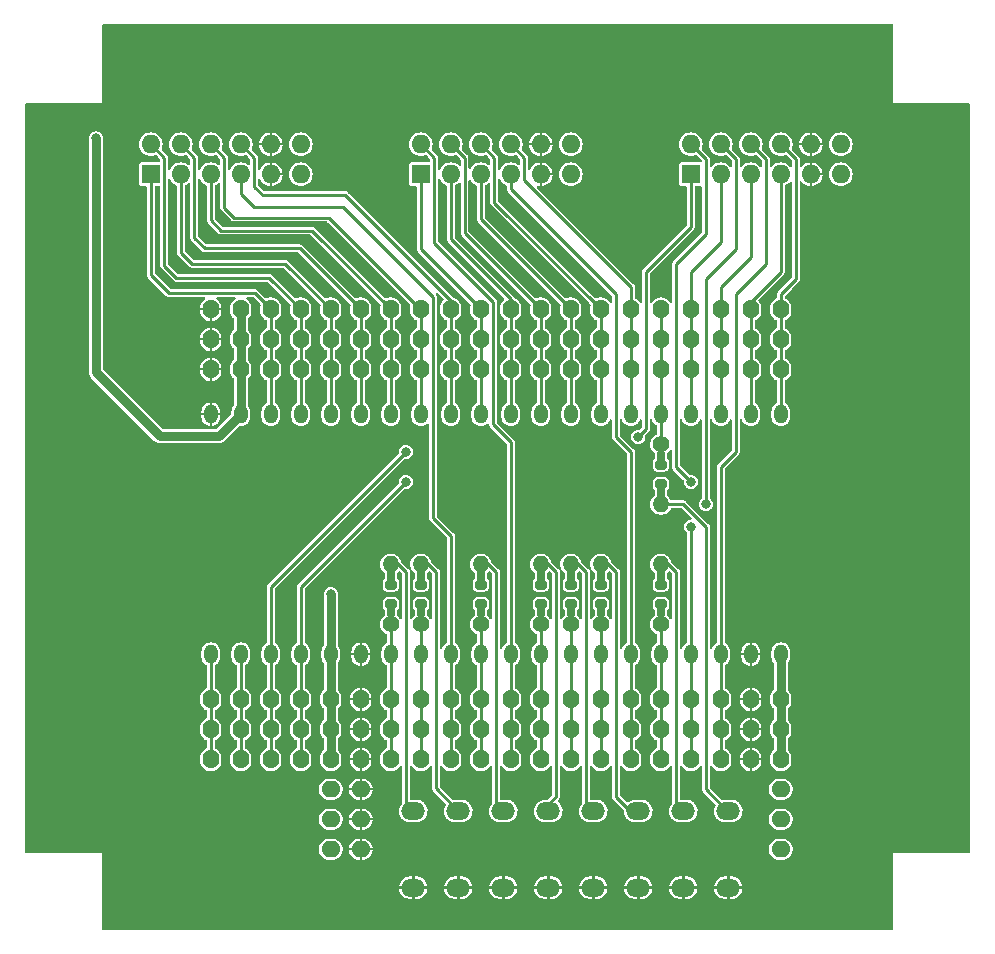
<source format=gtl>
%TF.GenerationSoftware,KiCad,Pcbnew,7.0.1*%
%TF.CreationDate,2023-03-20T23:29:57+09:00*%
%TF.ProjectId,TangNano20K_PmodBase,54616e67-4e61-46e6-9f32-304b5f506d6f,rev?*%
%TF.SameCoordinates,Original*%
%TF.FileFunction,Copper,L1,Top*%
%TF.FilePolarity,Positive*%
%FSLAX46Y46*%
G04 Gerber Fmt 4.6, Leading zero omitted, Abs format (unit mm)*
G04 Created by KiCad (PCBNEW 7.0.1) date 2023-03-20 23:29:57*
%MOMM*%
%LPD*%
G01*
G04 APERTURE LIST*
G04 Aperture macros list*
%AMRoundRect*
0 Rectangle with rounded corners*
0 $1 Rounding radius*
0 $2 $3 $4 $5 $6 $7 $8 $9 X,Y pos of 4 corners*
0 Add a 4 corners polygon primitive as box body*
4,1,4,$2,$3,$4,$5,$6,$7,$8,$9,$2,$3,0*
0 Add four circle primitives for the rounded corners*
1,1,$1+$1,$2,$3*
1,1,$1+$1,$4,$5*
1,1,$1+$1,$6,$7*
1,1,$1+$1,$8,$9*
0 Add four rect primitives between the rounded corners*
20,1,$1+$1,$2,$3,$4,$5,0*
20,1,$1+$1,$4,$5,$6,$7,0*
20,1,$1+$1,$6,$7,$8,$9,0*
20,1,$1+$1,$8,$9,$2,$3,0*%
G04 Aperture macros list end*
%TA.AperFunction,ComponentPad*%
%ADD10O,1.200000X1.600000*%
%TD*%
%TA.AperFunction,ComponentPad*%
%ADD11O,1.400000X1.600000*%
%TD*%
%TA.AperFunction,ComponentPad*%
%ADD12R,1.600000X1.600000*%
%TD*%
%TA.AperFunction,ComponentPad*%
%ADD13O,1.600000X1.600000*%
%TD*%
%TA.AperFunction,ComponentPad*%
%ADD14O,2.000000X1.500000*%
%TD*%
%TA.AperFunction,ComponentPad*%
%ADD15C,1.400000*%
%TD*%
%TA.AperFunction,SMDPad,CuDef*%
%ADD16RoundRect,0.200000X0.275000X-0.200000X0.275000X0.200000X-0.275000X0.200000X-0.275000X-0.200000X0*%
%TD*%
%TA.AperFunction,SMDPad,CuDef*%
%ADD17O,0.600000X1.650000*%
%TD*%
%TA.AperFunction,ComponentPad*%
%ADD18O,1.400000X1.400000*%
%TD*%
%TA.AperFunction,ComponentPad*%
%ADD19O,1.600000X1.400000*%
%TD*%
%TA.AperFunction,SMDPad,CuDef*%
%ADD20RoundRect,0.200000X-0.275000X0.200000X-0.275000X-0.200000X0.275000X-0.200000X0.275000X0.200000X0*%
%TD*%
%TA.AperFunction,ViaPad*%
%ADD21C,0.800000*%
%TD*%
%TA.AperFunction,Conductor*%
%ADD22C,0.250000*%
%TD*%
%TA.AperFunction,Conductor*%
%ADD23C,0.800000*%
%TD*%
G04 APERTURE END LIST*
D10*
%TO.P,U1,1,PIN73_HSPI_D2*%
%TO.N,/PMOD0_P10_PIN73*%
X140480000Y-61350000D03*
%TO.P,U1,2,PIN74_HSPI_D3*%
%TO.N,/PMOD0_P4_PIN74*%
X137940000Y-61350000D03*
%TO.P,U1,3,PIN76_SPI_MISO*%
%TO.N,/PMOD0_P3_PIN76*%
X135400000Y-61350000D03*
%TO.P,U1,4,PIN85_SDIO_D1*%
%TO.N,/PMOD0_P2_PIN85*%
X132860000Y-61350000D03*
%TO.P,U1,5,PIN77_LCD_CK*%
%TO.N,/PIN77_LCD_CK*%
X130320000Y-61350000D03*
%TO.P,U1,6,PIN15_SYS_LED0*%
%TO.N,/PMOD1_P10_PIN15*%
X127780000Y-61350000D03*
%TO.P,U1,7,PIN16_SYS_LED1*%
%TO.N,/PMOD1_P9_PIN16*%
X125240000Y-61350000D03*
%TO.P,U1,8,PIN27_LCD_B7*%
%TO.N,/PMOD1_P3_PIN27*%
X122700000Y-61350000D03*
%TO.P,U1,9,PIN28_LCD_B6*%
%TO.N,/PMOD1_P8_PIN28*%
X120160000Y-61350000D03*
%TO.P,U1,10,PIN26_LCD_HS*%
%TO.N,/PMOD1_P2_PIN26*%
X117620000Y-61350000D03*
%TO.P,U1,11,PIN25_LCD_VS*%
%TO.N,/PMOD1_P1_PIN25*%
X115080000Y-61350000D03*
%TO.P,U1,12,PIN29_LCD_B5*%
%TO.N,/PMOD2_P10_PIN29*%
X112540000Y-61350000D03*
%TO.P,U1,13,PIN30_LCD_B4*%
%TO.N,/PMOD2_P9_PIN30*%
X110000000Y-61350000D03*
%TO.P,U1,14,PIN31_LCD_B3*%
%TO.N,/PMOD2_P3_PIN31*%
X107460000Y-61350000D03*
%TO.P,U1,15,PIN17_SYS_LED2*%
%TO.N,/PMOD2_P8_PIN17*%
X104920000Y-61350000D03*
%TO.P,U1,16,PIN20_SYS_LED5*%
%TO.N,/PMOD2_P2_PIN20*%
X102380000Y-61350000D03*
%TO.P,U1,17,PIN19_SYS_LED4*%
%TO.N,/PMOD2_P7_PIN19*%
X99840000Y-61350000D03*
%TO.P,U1,18,PIN18_SYS_LED3*%
%TO.N,/PMOD2_P1_PIN18*%
X97300000Y-61350000D03*
%TO.P,U1,19,+3V3*%
%TO.N,+3V3*%
X94760000Y-61350000D03*
%TO.P,U1,20,GND*%
%TO.N,GND*%
X92220000Y-61350000D03*
%TO.P,U1,21,PIN52_DCD_DAT*%
%TO.N,/PIN52_DCD_DAT*%
X92220000Y-81670000D03*
%TO.P,U1,22,PIN53_DCD_CLK*%
%TO.N,/PIN53_DCD_CLK*%
X94760000Y-81670000D03*
%TO.P,U1,23,PIN71_HSPI_D0*%
%TO.N,/PMOD0_P1_PIN71*%
X97300000Y-81670000D03*
%TO.P,U1,24,PIN72_HSPI_D1*%
%TO.N,/PMOD0_P7_PIN72*%
X99840000Y-81670000D03*
%TO.P,U1,25,+3V3*%
%TO.N,+3V3*%
X102380000Y-81670000D03*
%TO.P,U1,26,GND*%
%TO.N,GND*%
X104920000Y-81670000D03*
%TO.P,U1,27,PIN79_WS2812*%
%TO.N,/PIN79_WS2812*%
X107460000Y-81670000D03*
%TO.P,U1,28,PIN86_SPI_DIR*%
%TO.N,/PIN86_SPI_DIR*%
X110000000Y-81670000D03*
%TO.P,U1,29,PIN49_LCD_BL*%
%TO.N,/PMOD2_P4_PIN49*%
X112540000Y-81670000D03*
%TO.P,U1,30,PIN55_I2S_LRCK*%
%TO.N,/PIN55_I2S_LRCK*%
X115080000Y-81670000D03*
%TO.P,U1,31,PIN48_LCD_DE*%
%TO.N,/PMOD1_P7_PIN48*%
X117620000Y-81670000D03*
%TO.P,U1,32,PIN51_PA_#SD/EN*%
%TO.N,/PIN51_PA*%
X120160000Y-81670000D03*
%TO.P,U1,33,PIN54_I2S_DIN*%
%TO.N,/PIN54_I2S_DIN*%
X122700000Y-81670000D03*
%TO.P,U1,34,PIN56_I2S_BCLK*%
%TO.N,/PIN56_I2S_BCLK*%
X125240000Y-81670000D03*
%TO.P,U1,35,PIN41_LCD_R4*%
%TO.N,/PMOD1_P4_PIN41*%
X127780000Y-81670000D03*
%TO.P,U1,36,PIN42_LCD_R3*%
%TO.N,/PIN42_LCD_R3*%
X130320000Y-81670000D03*
%TO.P,U1,37,PIN80_SDIO_D2*%
%TO.N,/PMOD0_P8_PIN80*%
X132860000Y-81670000D03*
%TO.P,U1,38,PIN75_SPI_MOSI*%
%TO.N,/PMOD0_P9_PIN75*%
X135400000Y-81670000D03*
%TO.P,U1,39,GND*%
%TO.N,GND*%
X137940000Y-81670000D03*
%TO.P,U1,40,+5V*%
%TO.N,+5V*%
X140480000Y-81670000D03*
%TD*%
D11*
%TO.P,J9,1,Pin_1*%
%TO.N,+5V*%
X140480000Y-90560000D03*
%TO.P,J9,2,Pin_2*%
%TO.N,GND*%
X137940000Y-90560000D03*
%TO.P,J9,3,Pin_3*%
%TO.N,/PMOD0_P9_PIN75*%
X135400000Y-90560000D03*
%TO.P,J9,4,Pin_4*%
%TO.N,/PMOD0_P8_PIN80*%
X132860000Y-90560000D03*
%TO.P,J9,5,Pin_5*%
%TO.N,/PIN42_LCD_R3*%
X130320000Y-90560000D03*
%TO.P,J9,6,Pin_6*%
%TO.N,/PMOD1_P4_PIN41*%
X127780000Y-90560000D03*
%TO.P,J9,7,Pin_7*%
%TO.N,/PIN56_I2S_BCLK*%
X125240000Y-90560000D03*
%TO.P,J9,8,Pin_8*%
%TO.N,/PIN54_I2S_DIN*%
X122700000Y-90560000D03*
%TO.P,J9,9,Pin_9*%
%TO.N,/PIN51_PA*%
X120160000Y-90560000D03*
%TO.P,J9,10,Pin_10*%
%TO.N,/PMOD1_P7_PIN48*%
X117620000Y-90560000D03*
%TO.P,J9,11,Pin_11*%
%TO.N,/PIN55_I2S_LRCK*%
X115080000Y-90560000D03*
%TO.P,J9,12,Pin_12*%
%TO.N,/PMOD2_P4_PIN49*%
X112540000Y-90560000D03*
%TO.P,J9,13,Pin_13*%
%TO.N,/PIN86_SPI_DIR*%
X110000000Y-90560000D03*
%TO.P,J9,14,Pin_14*%
%TO.N,/PIN79_WS2812*%
X107460000Y-90560000D03*
%TO.P,J9,15,Pin_15*%
%TO.N,GND*%
X104920000Y-90560000D03*
%TO.P,J9,16,Pin_16*%
%TO.N,+3V3*%
X102380000Y-90560000D03*
%TO.P,J9,17,Pin_17*%
%TO.N,/PMOD0_P7_PIN72*%
X99840000Y-90560000D03*
%TO.P,J9,18,Pin_18*%
%TO.N,/PMOD0_P1_PIN71*%
X97300000Y-90560000D03*
%TO.P,J9,19,Pin_19*%
%TO.N,/PIN53_DCD_CLK*%
X94760000Y-90560000D03*
%TO.P,J9,20,Pin_20*%
%TO.N,/PIN52_DCD_DAT*%
X92220000Y-90560000D03*
%TD*%
%TO.P,J8,1,Pin_1*%
%TO.N,+5V*%
X140480000Y-88020000D03*
%TO.P,J8,2,Pin_2*%
%TO.N,GND*%
X137940000Y-88020000D03*
%TO.P,J8,3,Pin_3*%
%TO.N,/PMOD0_P9_PIN75*%
X135400000Y-88020000D03*
%TO.P,J8,4,Pin_4*%
%TO.N,/PMOD0_P8_PIN80*%
X132860000Y-88020000D03*
%TO.P,J8,5,Pin_5*%
%TO.N,/PIN42_LCD_R3*%
X130320000Y-88020000D03*
%TO.P,J8,6,Pin_6*%
%TO.N,/PMOD1_P4_PIN41*%
X127780000Y-88020000D03*
%TO.P,J8,7,Pin_7*%
%TO.N,/PIN56_I2S_BCLK*%
X125240000Y-88020000D03*
%TO.P,J8,8,Pin_8*%
%TO.N,/PIN54_I2S_DIN*%
X122700000Y-88020000D03*
%TO.P,J8,9,Pin_9*%
%TO.N,/PIN51_PA*%
X120160000Y-88020000D03*
%TO.P,J8,10,Pin_10*%
%TO.N,/PMOD1_P7_PIN48*%
X117620000Y-88020000D03*
%TO.P,J8,11,Pin_11*%
%TO.N,/PIN55_I2S_LRCK*%
X115080000Y-88020000D03*
%TO.P,J8,12,Pin_12*%
%TO.N,/PMOD2_P4_PIN49*%
X112540000Y-88020000D03*
%TO.P,J8,13,Pin_13*%
%TO.N,/PIN86_SPI_DIR*%
X110000000Y-88020000D03*
%TO.P,J8,14,Pin_14*%
%TO.N,/PIN79_WS2812*%
X107460000Y-88020000D03*
%TO.P,J8,15,Pin_15*%
%TO.N,GND*%
X104920000Y-88020000D03*
%TO.P,J8,16,Pin_16*%
%TO.N,+3V3*%
X102380000Y-88020000D03*
%TO.P,J8,17,Pin_17*%
%TO.N,/PMOD0_P7_PIN72*%
X99840000Y-88020000D03*
%TO.P,J8,18,Pin_18*%
%TO.N,/PMOD0_P1_PIN71*%
X97300000Y-88020000D03*
%TO.P,J8,19,Pin_19*%
%TO.N,/PIN53_DCD_CLK*%
X94760000Y-88020000D03*
%TO.P,J8,20,Pin_20*%
%TO.N,/PIN52_DCD_DAT*%
X92220000Y-88020000D03*
%TD*%
%TO.P,J4,20,Pin_20*%
%TO.N,/PIN52_DCD_DAT*%
X92220000Y-85480000D03*
%TO.P,J4,19,Pin_19*%
%TO.N,/PIN53_DCD_CLK*%
X94760000Y-85480000D03*
%TO.P,J4,18,Pin_18*%
%TO.N,/PMOD0_P1_PIN71*%
X97300000Y-85480000D03*
%TO.P,J4,17,Pin_17*%
%TO.N,/PMOD0_P7_PIN72*%
X99840000Y-85480000D03*
%TO.P,J4,16,Pin_16*%
%TO.N,+3V3*%
X102380000Y-85480000D03*
%TO.P,J4,15,Pin_15*%
%TO.N,GND*%
X104920000Y-85480000D03*
%TO.P,J4,14,Pin_14*%
%TO.N,/PIN79_WS2812*%
X107460000Y-85480000D03*
%TO.P,J4,13,Pin_13*%
%TO.N,/PIN86_SPI_DIR*%
X110000000Y-85480000D03*
%TO.P,J4,12,Pin_12*%
%TO.N,/PMOD2_P4_PIN49*%
X112540000Y-85480000D03*
%TO.P,J4,11,Pin_11*%
%TO.N,/PIN55_I2S_LRCK*%
X115080000Y-85480000D03*
%TO.P,J4,10,Pin_10*%
%TO.N,/PMOD1_P7_PIN48*%
X117620000Y-85480000D03*
%TO.P,J4,9,Pin_9*%
%TO.N,/PIN51_PA*%
X120160000Y-85480000D03*
%TO.P,J4,8,Pin_8*%
%TO.N,/PIN54_I2S_DIN*%
X122700000Y-85480000D03*
%TO.P,J4,7,Pin_7*%
%TO.N,/PIN56_I2S_BCLK*%
X125240000Y-85480000D03*
%TO.P,J4,6,Pin_6*%
%TO.N,/PMOD1_P4_PIN41*%
X127780000Y-85480000D03*
%TO.P,J4,5,Pin_5*%
%TO.N,/PIN42_LCD_R3*%
X130320000Y-85480000D03*
%TO.P,J4,4,Pin_4*%
%TO.N,/PMOD0_P8_PIN80*%
X132860000Y-85480000D03*
%TO.P,J4,3,Pin_3*%
%TO.N,/PMOD0_P9_PIN75*%
X135400000Y-85480000D03*
%TO.P,J4,2,Pin_2*%
%TO.N,GND*%
X137940000Y-85480000D03*
%TO.P,J4,1,Pin_1*%
%TO.N,+5V*%
X140480000Y-85480000D03*
%TD*%
%TO.P,J3,1,Pin_1*%
%TO.N,/PMOD0_P10_PIN73*%
X140480000Y-52460000D03*
%TO.P,J3,2,Pin_2*%
%TO.N,/PMOD0_P4_PIN74*%
X137940000Y-52460000D03*
%TO.P,J3,3,Pin_3*%
%TO.N,/PMOD0_P3_PIN76*%
X135400000Y-52460000D03*
%TO.P,J3,4,Pin_4*%
%TO.N,/PMOD0_P2_PIN85*%
X132860000Y-52460000D03*
%TO.P,J3,5,Pin_5*%
%TO.N,/PIN77_LCD_CK*%
X130320000Y-52460000D03*
%TO.P,J3,6,Pin_6*%
%TO.N,/PMOD1_P10_PIN15*%
X127780000Y-52460000D03*
%TO.P,J3,7,Pin_7*%
%TO.N,/PMOD1_P9_PIN16*%
X125240000Y-52460000D03*
%TO.P,J3,8,Pin_8*%
%TO.N,/PMOD1_P3_PIN27*%
X122700000Y-52460000D03*
%TO.P,J3,9,Pin_9*%
%TO.N,/PMOD1_P8_PIN28*%
X120160000Y-52460000D03*
%TO.P,J3,10,Pin_10*%
%TO.N,/PMOD1_P2_PIN26*%
X117620000Y-52460000D03*
%TO.P,J3,11,Pin_11*%
%TO.N,/PMOD1_P1_PIN25*%
X115080000Y-52460000D03*
%TO.P,J3,12,Pin_12*%
%TO.N,/PMOD2_P10_PIN29*%
X112540000Y-52460000D03*
%TO.P,J3,13,Pin_13*%
%TO.N,/PMOD2_P9_PIN30*%
X110000000Y-52460000D03*
%TO.P,J3,14,Pin_14*%
%TO.N,/PMOD2_P3_PIN31*%
X107460000Y-52460000D03*
%TO.P,J3,15,Pin_15*%
%TO.N,/PMOD2_P8_PIN17*%
X104920000Y-52460000D03*
%TO.P,J3,16,Pin_16*%
%TO.N,/PMOD2_P2_PIN20*%
X102380000Y-52460000D03*
%TO.P,J3,17,Pin_17*%
%TO.N,/PMOD2_P7_PIN19*%
X99840000Y-52460000D03*
%TO.P,J3,18,Pin_18*%
%TO.N,/PMOD2_P1_PIN18*%
X97300000Y-52460000D03*
%TO.P,J3,19,Pin_19*%
%TO.N,+3V3*%
X94760000Y-52460000D03*
%TO.P,J3,20,Pin_20*%
%TO.N,GND*%
X92220000Y-52460000D03*
%TD*%
%TO.P,J2,1,Pin_1*%
%TO.N,/PMOD0_P10_PIN73*%
X140480000Y-55000000D03*
%TO.P,J2,2,Pin_2*%
%TO.N,/PMOD0_P4_PIN74*%
X137940000Y-55000000D03*
%TO.P,J2,3,Pin_3*%
%TO.N,/PMOD0_P3_PIN76*%
X135400000Y-55000000D03*
%TO.P,J2,4,Pin_4*%
%TO.N,/PMOD0_P2_PIN85*%
X132860000Y-55000000D03*
%TO.P,J2,5,Pin_5*%
%TO.N,/PIN77_LCD_CK*%
X130320000Y-55000000D03*
%TO.P,J2,6,Pin_6*%
%TO.N,/PMOD1_P10_PIN15*%
X127780000Y-55000000D03*
%TO.P,J2,7,Pin_7*%
%TO.N,/PMOD1_P9_PIN16*%
X125240000Y-55000000D03*
%TO.P,J2,8,Pin_8*%
%TO.N,/PMOD1_P3_PIN27*%
X122700000Y-55000000D03*
%TO.P,J2,9,Pin_9*%
%TO.N,/PMOD1_P8_PIN28*%
X120160000Y-55000000D03*
%TO.P,J2,10,Pin_10*%
%TO.N,/PMOD1_P2_PIN26*%
X117620000Y-55000000D03*
%TO.P,J2,11,Pin_11*%
%TO.N,/PMOD1_P1_PIN25*%
X115080000Y-55000000D03*
%TO.P,J2,12,Pin_12*%
%TO.N,/PMOD2_P10_PIN29*%
X112540000Y-55000000D03*
%TO.P,J2,13,Pin_13*%
%TO.N,/PMOD2_P9_PIN30*%
X110000000Y-55000000D03*
%TO.P,J2,14,Pin_14*%
%TO.N,/PMOD2_P3_PIN31*%
X107460000Y-55000000D03*
%TO.P,J2,15,Pin_15*%
%TO.N,/PMOD2_P8_PIN17*%
X104920000Y-55000000D03*
%TO.P,J2,16,Pin_16*%
%TO.N,/PMOD2_P2_PIN20*%
X102380000Y-55000000D03*
%TO.P,J2,17,Pin_17*%
%TO.N,/PMOD2_P7_PIN19*%
X99840000Y-55000000D03*
%TO.P,J2,18,Pin_18*%
%TO.N,/PMOD2_P1_PIN18*%
X97300000Y-55000000D03*
%TO.P,J2,19,Pin_19*%
%TO.N,+3V3*%
X94760000Y-55000000D03*
%TO.P,J2,20,Pin_20*%
%TO.N,GND*%
X92220000Y-55000000D03*
%TD*%
%TO.P,J1,1,Pin_1*%
%TO.N,/PMOD0_P10_PIN73*%
X140480000Y-57540000D03*
%TO.P,J1,2,Pin_2*%
%TO.N,/PMOD0_P4_PIN74*%
X137940000Y-57540000D03*
%TO.P,J1,3,Pin_3*%
%TO.N,/PMOD0_P3_PIN76*%
X135400000Y-57540000D03*
%TO.P,J1,4,Pin_4*%
%TO.N,/PMOD0_P2_PIN85*%
X132860000Y-57540000D03*
%TO.P,J1,5,Pin_5*%
%TO.N,/PIN77_LCD_CK*%
X130320000Y-57540000D03*
%TO.P,J1,6,Pin_6*%
%TO.N,/PMOD1_P10_PIN15*%
X127780000Y-57540000D03*
%TO.P,J1,7,Pin_7*%
%TO.N,/PMOD1_P9_PIN16*%
X125240000Y-57540000D03*
%TO.P,J1,8,Pin_8*%
%TO.N,/PMOD1_P3_PIN27*%
X122700000Y-57540000D03*
%TO.P,J1,9,Pin_9*%
%TO.N,/PMOD1_P8_PIN28*%
X120160000Y-57540000D03*
%TO.P,J1,10,Pin_10*%
%TO.N,/PMOD1_P2_PIN26*%
X117620000Y-57540000D03*
%TO.P,J1,11,Pin_11*%
%TO.N,/PMOD1_P1_PIN25*%
X115080000Y-57540000D03*
%TO.P,J1,12,Pin_12*%
%TO.N,/PMOD2_P10_PIN29*%
X112540000Y-57540000D03*
%TO.P,J1,13,Pin_13*%
%TO.N,/PMOD2_P9_PIN30*%
X110000000Y-57540000D03*
%TO.P,J1,14,Pin_14*%
%TO.N,/PMOD2_P3_PIN31*%
X107460000Y-57540000D03*
%TO.P,J1,15,Pin_15*%
%TO.N,/PMOD2_P8_PIN17*%
X104920000Y-57540000D03*
%TO.P,J1,16,Pin_16*%
%TO.N,/PMOD2_P2_PIN20*%
X102380000Y-57540000D03*
%TO.P,J1,17,Pin_17*%
%TO.N,/PMOD2_P7_PIN19*%
X99840000Y-57540000D03*
%TO.P,J1,18,Pin_18*%
%TO.N,/PMOD2_P1_PIN18*%
X97300000Y-57540000D03*
%TO.P,J1,19,Pin_19*%
%TO.N,+3V3*%
X94760000Y-57540000D03*
%TO.P,J1,20,Pin_20*%
%TO.N,GND*%
X92220000Y-57540000D03*
%TD*%
D12*
%TO.P,J7,1,Pin_1*%
%TO.N,/PMOD2_P1_PIN18*%
X87140000Y-41030000D03*
D13*
%TO.P,J7,2,Pin_2*%
%TO.N,/PMOD2_P2_PIN20*%
X89680000Y-41030000D03*
%TO.P,J7,3,Pin_3*%
%TO.N,/PMOD2_P3_PIN31*%
X92220000Y-41030000D03*
%TO.P,J7,4,Pin_4*%
%TO.N,/PMOD2_P4_PIN49*%
X94760000Y-41030000D03*
%TO.P,J7,5,Pin_5*%
%TO.N,GND*%
X97300000Y-41030000D03*
%TO.P,J7,6,Pin_6*%
%TO.N,+3V3*%
X99840000Y-41030000D03*
%TO.P,J7,7,Pin_7*%
%TO.N,/PMOD2_P7_PIN19*%
X87140000Y-38490000D03*
%TO.P,J7,8,Pin_8*%
%TO.N,/PMOD2_P8_PIN17*%
X89680000Y-38490000D03*
%TO.P,J7,9,Pin_9*%
%TO.N,/PMOD2_P9_PIN30*%
X92220000Y-38490000D03*
%TO.P,J7,10,Pin_10*%
%TO.N,/PMOD2_P10_PIN29*%
X94760000Y-38490000D03*
%TO.P,J7,11,Pin_11*%
%TO.N,GND*%
X97300000Y-38490000D03*
%TO.P,J7,12,Pin_12*%
%TO.N,+3V3*%
X99840000Y-38490000D03*
%TD*%
D14*
%TO.P,SW7,1,1*%
%TO.N,Net-(R7-Pad2)*%
X113175000Y-94930000D03*
%TO.P,SW7,2,2*%
%TO.N,GND*%
X113175000Y-101430000D03*
%TD*%
D12*
%TO.P,J6,1,Pin_1*%
%TO.N,/PMOD1_P1_PIN25*%
X110000000Y-41030000D03*
D13*
%TO.P,J6,2,Pin_2*%
%TO.N,/PMOD1_P2_PIN26*%
X112540000Y-41030000D03*
%TO.P,J6,3,Pin_3*%
%TO.N,/PMOD1_P3_PIN27*%
X115080000Y-41030000D03*
%TO.P,J6,4,Pin_4*%
%TO.N,/PMOD1_P4_PIN41*%
X117620000Y-41030000D03*
%TO.P,J6,5,Pin_5*%
%TO.N,GND*%
X120160000Y-41030000D03*
%TO.P,J6,6,Pin_6*%
%TO.N,+3V3*%
X122700000Y-41030000D03*
%TO.P,J6,7,Pin_7*%
%TO.N,/PMOD1_P7_PIN48*%
X110000000Y-38490000D03*
%TO.P,J6,8,Pin_8*%
%TO.N,/PMOD1_P8_PIN28*%
X112540000Y-38490000D03*
%TO.P,J6,9,Pin_9*%
%TO.N,/PMOD1_P9_PIN16*%
X115080000Y-38490000D03*
%TO.P,J6,10,Pin_10*%
%TO.N,/PMOD1_P10_PIN15*%
X117620000Y-38490000D03*
%TO.P,J6,11,Pin_11*%
%TO.N,GND*%
X120160000Y-38490000D03*
%TO.P,J6,12,Pin_12*%
%TO.N,+3V3*%
X122700000Y-38490000D03*
%TD*%
D15*
%TO.P,R5,1*%
%TO.N,/PIN51_PA*%
X120160000Y-79130000D03*
D16*
X120160000Y-77415000D03*
D17*
X120160000Y-77965000D03*
D16*
%TO.P,R5,2*%
%TO.N,Net-(R5-Pad2)*%
X120160000Y-75765000D03*
D17*
X120160000Y-75215000D03*
D18*
X120160000Y-74050000D03*
%TD*%
D19*
%TO.P,J11,1,Pin_1*%
%TO.N,GND*%
X104920000Y-93100000D03*
%TO.P,J11,2,Pin_2*%
X104920000Y-95640000D03*
%TO.P,J11,3,Pin_3*%
X104920000Y-98180000D03*
%TD*%
D15*
%TO.P,R2,1*%
%TO.N,/PIN42_LCD_R3*%
X130320000Y-79130000D03*
D16*
X130320000Y-77415000D03*
D17*
X130320000Y-77965000D03*
D16*
%TO.P,R2,2*%
%TO.N,Net-(R2-Pad2)*%
X130320000Y-75765000D03*
D17*
X130320000Y-75215000D03*
D18*
X130320000Y-74050000D03*
%TD*%
D15*
%TO.P,R8,1*%
%TO.N,/PIN79_WS2812*%
X107460000Y-79130000D03*
D16*
X107460000Y-77415000D03*
D17*
X107460000Y-77965000D03*
D16*
%TO.P,R8,2*%
%TO.N,Net-(R8-Pad2)*%
X107460000Y-75765000D03*
D17*
X107460000Y-75215000D03*
D18*
X107460000Y-74050000D03*
%TD*%
D15*
%TO.P,R1,1*%
%TO.N,/PIN77_LCD_CK*%
X130320000Y-63890000D03*
D20*
X130320000Y-65605000D03*
D17*
X130320000Y-65055000D03*
D20*
%TO.P,R1,2*%
%TO.N,Net-(R1-Pad2)*%
X130320000Y-67255000D03*
D17*
X130320000Y-67805000D03*
D18*
X130320000Y-68970000D03*
%TD*%
D15*
%TO.P,R3,1*%
%TO.N,/PIN56_I2S_BCLK*%
X125240000Y-79130000D03*
D16*
X125240000Y-77415000D03*
D17*
X125240000Y-77965000D03*
D16*
%TO.P,R3,2*%
%TO.N,Net-(R3-Pad2)*%
X125240000Y-75765000D03*
D17*
X125240000Y-75215000D03*
D18*
X125240000Y-74050000D03*
%TD*%
D14*
%TO.P,SW5,1,1*%
%TO.N,Net-(R5-Pad2)*%
X120795000Y-94930000D03*
%TO.P,SW5,2,2*%
%TO.N,GND*%
X120795000Y-101430000D03*
%TD*%
D15*
%TO.P,R6,1*%
%TO.N,/PIN55_I2S_LRCK*%
X115080000Y-79130000D03*
D16*
X115080000Y-77415000D03*
D17*
X115080000Y-77965000D03*
D16*
%TO.P,R6,2*%
%TO.N,Net-(R6-Pad2)*%
X115080000Y-75765000D03*
D17*
X115080000Y-75215000D03*
D18*
X115080000Y-74050000D03*
%TD*%
D14*
%TO.P,SW8,1,1*%
%TO.N,Net-(R8-Pad2)*%
X109365000Y-94930000D03*
%TO.P,SW8,2,2*%
%TO.N,GND*%
X109365000Y-101430000D03*
%TD*%
%TO.P,SW4,1,1*%
%TO.N,Net-(R4-Pad2)*%
X124605000Y-94930000D03*
%TO.P,SW4,2,2*%
%TO.N,GND*%
X124605000Y-101430000D03*
%TD*%
D15*
%TO.P,R7,1*%
%TO.N,/PIN86_SPI_DIR*%
X110000000Y-79130000D03*
D16*
X110000000Y-77415000D03*
D17*
X110000000Y-77965000D03*
D16*
%TO.P,R7,2*%
%TO.N,Net-(R7-Pad2)*%
X110000000Y-75765000D03*
D17*
X110000000Y-75215000D03*
D18*
X110000000Y-74050000D03*
%TD*%
D14*
%TO.P,SW1,1,1*%
%TO.N,Net-(R1-Pad2)*%
X136035000Y-94930000D03*
%TO.P,SW1,2,2*%
%TO.N,GND*%
X136035000Y-101430000D03*
%TD*%
%TO.P,SW3,1,1*%
%TO.N,Net-(R3-Pad2)*%
X128415000Y-94930000D03*
%TO.P,SW3,2,2*%
%TO.N,GND*%
X128415000Y-101430000D03*
%TD*%
D15*
%TO.P,R4,1*%
%TO.N,/PIN54_I2S_DIN*%
X122700000Y-79130000D03*
D16*
X122700000Y-77415000D03*
D17*
X122700000Y-77965000D03*
D16*
%TO.P,R4,2*%
%TO.N,Net-(R4-Pad2)*%
X122700000Y-75765000D03*
D17*
X122700000Y-75215000D03*
D18*
X122700000Y-74050000D03*
%TD*%
D14*
%TO.P,SW6,1,1*%
%TO.N,Net-(R6-Pad2)*%
X116985000Y-94930000D03*
%TO.P,SW6,2,2*%
%TO.N,GND*%
X116985000Y-101430000D03*
%TD*%
D19*
%TO.P,J12,1,Pin_1*%
%TO.N,+5V*%
X140480000Y-93100000D03*
%TO.P,J12,2,Pin_2*%
X140480000Y-95640000D03*
%TO.P,J12,3,Pin_3*%
X140480000Y-98180000D03*
%TD*%
D14*
%TO.P,SW2,1,1*%
%TO.N,Net-(R2-Pad2)*%
X132225000Y-94930000D03*
%TO.P,SW2,2,2*%
%TO.N,GND*%
X132225000Y-101430000D03*
%TD*%
D12*
%TO.P,J5,1,Pin_1*%
%TO.N,/PMOD0_P1_PIN71*%
X132860000Y-41030000D03*
D13*
%TO.P,J5,2,Pin_2*%
%TO.N,/PMOD0_P2_PIN85*%
X135400000Y-41030000D03*
%TO.P,J5,3,Pin_3*%
%TO.N,/PMOD0_P3_PIN76*%
X137940000Y-41030000D03*
%TO.P,J5,4,Pin_4*%
%TO.N,/PMOD0_P4_PIN74*%
X140480000Y-41030000D03*
%TO.P,J5,5,Pin_5*%
%TO.N,GND*%
X143020000Y-41030000D03*
%TO.P,J5,6,Pin_6*%
%TO.N,+3V3*%
X145560000Y-41030000D03*
%TO.P,J5,7,Pin_7*%
%TO.N,/PMOD0_P7_PIN72*%
X132860000Y-38490000D03*
%TO.P,J5,8,Pin_8*%
%TO.N,/PMOD0_P8_PIN80*%
X135400000Y-38490000D03*
%TO.P,J5,9,Pin_9*%
%TO.N,/PMOD0_P9_PIN75*%
X137940000Y-38490000D03*
%TO.P,J5,10,Pin_10*%
%TO.N,/PMOD0_P10_PIN73*%
X140480000Y-38490000D03*
%TO.P,J5,11,Pin_11*%
%TO.N,GND*%
X143020000Y-38490000D03*
%TO.P,J5,12,Pin_12*%
%TO.N,+3V3*%
X145560000Y-38490000D03*
%TD*%
D19*
%TO.P,J10,1,Pin_1*%
%TO.N,+3V3*%
X102380000Y-93100000D03*
%TO.P,J10,2,Pin_2*%
X102380000Y-95640000D03*
%TO.P,J10,3,Pin_3*%
X102380000Y-98180000D03*
%TD*%
D21*
%TO.N,GND*%
X130320000Y-50682000D03*
X121176000Y-42808000D03*
X124478000Y-46110000D03*
X121684000Y-47634000D03*
X118890000Y-47380000D03*
X116350000Y-47380000D03*
X108984000Y-46872000D03*
X113810000Y-53222000D03*
X118890000Y-53222000D03*
X119652000Y-50682000D03*
X122192000Y-50682000D03*
X128034000Y-49666000D03*
X127018000Y-74050000D03*
X132098000Y-74050000D03*
X111778000Y-74050000D03*
X100602000Y-76336000D03*
X102126000Y-74812000D03*
X113810000Y-83194000D03*
X118890000Y-83194000D03*
X129050000Y-83194000D03*
X129050000Y-91830000D03*
X144544000Y-36712000D03*
X143274000Y-35442000D03*
X124986000Y-35696000D03*
X120414000Y-35696000D03*
X101872000Y-35696000D03*
X97554000Y-35696000D03*
X86378000Y-35696000D03*
X83584000Y-38490000D03*
X83584000Y-57286000D03*
X88410000Y-62112000D03*
X93998000Y-63890000D03*
X91712000Y-64398000D03*
X92474000Y-68208000D03*
X93998000Y-66684000D03*
X99840000Y-72272000D03*
X98062000Y-73796000D03*
X98062000Y-76336000D03*
X99332000Y-75320000D03*
X100856000Y-73542000D03*
X107714000Y-66938000D03*
X107460000Y-64652000D03*
X110000000Y-67954000D03*
X110000000Y-66176000D03*
X110000000Y-63636000D03*
X111778000Y-63636000D03*
X111778000Y-66176000D03*
X111778000Y-67954000D03*
X116350000Y-67954000D03*
X116350000Y-66176000D03*
X116350000Y-63636000D03*
X118382000Y-63636000D03*
X118382000Y-66176000D03*
X118382000Y-67954000D03*
X127018000Y-67954000D03*
X127018000Y-66176000D03*
X125748000Y-63636000D03*
X127272000Y-62874000D03*
X128542000Y-64652000D03*
X128542000Y-66176000D03*
X129050000Y-70240000D03*
X131590000Y-70240000D03*
X132860000Y-68335000D03*
X137940000Y-63255000D03*
X135400000Y-63255000D03*
X132860000Y-63255000D03*
%TO.N,+3V3*%
X92910000Y-63200000D03*
X102380000Y-76590000D03*
%TO.N,/PMOD0_P1_PIN71*%
X128415000Y-63255000D03*
X108730000Y-64525000D03*
%TO.N,/PMOD0_P7_PIN72*%
X108730000Y-67065000D03*
X132860000Y-67065000D03*
%TO.N,/PMOD0_P8_PIN80*%
X134130000Y-68970000D03*
X132860000Y-70875000D03*
%TO.N,+3V3*%
X82500000Y-38000000D03*
%TD*%
D22*
%TO.N,/PIN52_DCD_DAT*%
X92220000Y-90560000D02*
X92220000Y-81670000D01*
%TO.N,/PIN53_DCD_CLK*%
X94760000Y-81670000D02*
X94760000Y-90560000D01*
D23*
%TO.N,+3V3*%
X102380000Y-81670000D02*
X102380000Y-76590000D01*
D22*
%TO.N,/PMOD0_P1_PIN71*%
X129050000Y-49285000D02*
X132860000Y-45475000D01*
X128415000Y-63255000D02*
X129050000Y-62620000D01*
X129050000Y-62620000D02*
X129050000Y-49285000D01*
X132860000Y-45475000D02*
X132860000Y-41030000D01*
X97300000Y-75955000D02*
X108730000Y-64525000D01*
X97300000Y-81670000D02*
X97300000Y-75955000D01*
%TO.N,/PMOD0_P7_PIN72*%
X134130000Y-39760000D02*
X132860000Y-38490000D01*
X134130000Y-46110000D02*
X134130000Y-39760000D01*
X132860000Y-67065000D02*
X131590000Y-65795000D01*
X131590000Y-48650000D02*
X134130000Y-46110000D01*
X131590000Y-65795000D02*
X131590000Y-48650000D01*
X99840000Y-75955000D02*
X108730000Y-67065000D01*
X99840000Y-81670000D02*
X99840000Y-75955000D01*
%TO.N,/PMOD0_P1_PIN71*%
X97300000Y-90560000D02*
X97300000Y-81670000D01*
%TO.N,/PMOD0_P7_PIN72*%
X99840000Y-90560000D02*
X99840000Y-81670000D01*
%TO.N,/PMOD0_P2_PIN85*%
X135400000Y-46745000D02*
X135400000Y-41030000D01*
X132860000Y-49285000D02*
X135400000Y-46745000D01*
X132860000Y-52460000D02*
X132860000Y-49285000D01*
%TO.N,/PMOD0_P8_PIN80*%
X136670000Y-39760000D02*
X135400000Y-38490000D01*
X136670000Y-47380000D02*
X136670000Y-39760000D01*
X134130000Y-68970000D02*
X134130000Y-49920000D01*
X134130000Y-49920000D02*
X136670000Y-47380000D01*
X132860000Y-81670000D02*
X132860000Y-70875000D01*
%TO.N,/PMOD0_P3_PIN76*%
X135400000Y-50555000D02*
X137940000Y-48015000D01*
X137940000Y-48015000D02*
X137940000Y-41030000D01*
X135400000Y-52460000D02*
X135400000Y-50555000D01*
%TO.N,/PMOD0_P9_PIN75*%
X139210000Y-48650000D02*
X139210000Y-39760000D01*
X139210000Y-39760000D02*
X137940000Y-38490000D01*
X136670000Y-51190000D02*
X139210000Y-48650000D01*
X135400000Y-65795000D02*
X136670000Y-64525000D01*
X135400000Y-81670000D02*
X135400000Y-65795000D01*
X136670000Y-64525000D02*
X136670000Y-51190000D01*
%TO.N,/PMOD0_P4_PIN74*%
X140480000Y-49285000D02*
X140480000Y-41030000D01*
X137940000Y-51825000D02*
X140480000Y-49285000D01*
X137940000Y-52460000D02*
X137940000Y-51825000D01*
%TO.N,/PMOD0_P10_PIN73*%
X141750000Y-39760000D02*
X140480000Y-38490000D01*
X141750000Y-49920000D02*
X141750000Y-39760000D01*
X140480000Y-51190000D02*
X141750000Y-49920000D01*
X140480000Y-52460000D02*
X140480000Y-51190000D01*
%TO.N,/PMOD0_P9_PIN75*%
X135400000Y-90560000D02*
X135400000Y-81670000D01*
%TO.N,/PMOD0_P8_PIN80*%
X132860000Y-90560000D02*
X132860000Y-81670000D01*
%TO.N,/PMOD1_P4_PIN41*%
X127780000Y-90560000D02*
X127780000Y-81670000D01*
%TO.N,Net-(R1-Pad2)*%
X135960000Y-94930000D02*
X136035000Y-94930000D01*
X134130000Y-70875000D02*
X134130000Y-93100000D01*
X134130000Y-93100000D02*
X135960000Y-94930000D01*
X132225000Y-68970000D02*
X134130000Y-70875000D01*
X130320000Y-68970000D02*
X132225000Y-68970000D01*
%TO.N,Net-(R2-Pad2)*%
X131590000Y-94295000D02*
X132225000Y-94930000D01*
X130955000Y-74050000D02*
X131590000Y-74685000D01*
X131590000Y-74685000D02*
X131590000Y-94295000D01*
X130320000Y-74050000D02*
X130955000Y-74050000D01*
%TO.N,Net-(R3-Pad2)*%
X126510000Y-93735000D02*
X127705000Y-94930000D01*
X126510000Y-74685000D02*
X126510000Y-93735000D01*
X125875000Y-74050000D02*
X126510000Y-74685000D01*
X125240000Y-74050000D02*
X125875000Y-74050000D01*
X127705000Y-94930000D02*
X128415000Y-94930000D01*
%TO.N,Net-(R4-Pad2)*%
X123970000Y-94295000D02*
X124605000Y-94930000D01*
X123970000Y-74685000D02*
X123970000Y-94295000D01*
X123335000Y-74050000D02*
X123970000Y-74685000D01*
X122700000Y-74050000D02*
X123335000Y-74050000D01*
%TO.N,Net-(R5-Pad2)*%
X120795000Y-94370000D02*
X120795000Y-94930000D01*
X121430000Y-93735000D02*
X120795000Y-94370000D01*
X121430000Y-74685000D02*
X121430000Y-93735000D01*
X120795000Y-74050000D02*
X121430000Y-74685000D01*
X120160000Y-74050000D02*
X120795000Y-74050000D01*
%TO.N,Net-(R6-Pad2)*%
X116350000Y-94295000D02*
X116985000Y-94930000D01*
X115715000Y-74050000D02*
X116350000Y-74685000D01*
X116350000Y-74685000D02*
X116350000Y-94295000D01*
X115080000Y-74050000D02*
X115715000Y-74050000D01*
%TO.N,Net-(R7-Pad2)*%
X110635000Y-74050000D02*
X111270000Y-74685000D01*
X110000000Y-74050000D02*
X110635000Y-74050000D01*
X111270000Y-74685000D02*
X111270000Y-93025000D01*
X111270000Y-93025000D02*
X113175000Y-94930000D01*
%TO.N,Net-(R8-Pad2)*%
X108730000Y-74685000D02*
X108730000Y-94295000D01*
X108095000Y-74050000D02*
X108730000Y-74685000D01*
X107460000Y-74050000D02*
X108095000Y-74050000D01*
X108730000Y-94295000D02*
X109365000Y-94930000D01*
%TO.N,/PIN42_LCD_R3*%
X130320000Y-90560000D02*
X130320000Y-79130000D01*
%TO.N,/PIN56_I2S_BCLK*%
X125240000Y-79130000D02*
X125240000Y-90560000D01*
%TO.N,/PIN54_I2S_DIN*%
X122700000Y-90560000D02*
X122700000Y-79130000D01*
%TO.N,/PIN51_PA*%
X120160000Y-90560000D02*
X120160000Y-79130000D01*
%TO.N,/PIN55_I2S_LRCK*%
X115080000Y-90560000D02*
X115080000Y-79130000D01*
%TO.N,/PIN86_SPI_DIR*%
X110000000Y-90560000D02*
X110000000Y-79130000D01*
%TO.N,/PIN79_WS2812*%
X107460000Y-90560000D02*
X107460000Y-79130000D01*
D23*
%TO.N,+3V3*%
X102380000Y-81670000D02*
X102380000Y-90560000D01*
%TO.N,+5V*%
X140480000Y-90560000D02*
X140480000Y-81670000D01*
D22*
%TO.N,/PMOD0_P10_PIN73*%
X140480000Y-61350000D02*
X140480000Y-52460000D01*
%TO.N,/PMOD0_P4_PIN74*%
X137940000Y-52460000D02*
X137940000Y-61350000D01*
%TO.N,/PMOD0_P3_PIN76*%
X135400000Y-61350000D02*
X135400000Y-52460000D01*
%TO.N,/PMOD0_P2_PIN85*%
X132860000Y-61350000D02*
X132860000Y-52460000D01*
%TO.N,/PIN77_LCD_CK*%
X130320000Y-61350000D02*
X130320000Y-63890000D01*
X130320000Y-52460000D02*
X130320000Y-61350000D01*
%TO.N,/PMOD1_P10_PIN15*%
X118745000Y-41520000D02*
X118745000Y-39615000D01*
X127780000Y-50555000D02*
X118745000Y-41520000D01*
X118745000Y-39615000D02*
X117620000Y-38490000D01*
X127780000Y-52460000D02*
X127780000Y-50555000D01*
X127780000Y-61350000D02*
X127780000Y-52460000D01*
%TO.N,/PMOD1_P4_PIN41*%
X117620000Y-42300000D02*
X117620000Y-41030000D01*
X126510000Y-51190000D02*
X117620000Y-42300000D01*
X126510000Y-63255000D02*
X126510000Y-51190000D01*
X127780000Y-64525000D02*
X126510000Y-63255000D01*
X127780000Y-81670000D02*
X127780000Y-64525000D01*
%TO.N,/PMOD1_P9_PIN16*%
X116205000Y-39615000D02*
X115080000Y-38490000D01*
X116205000Y-43425000D02*
X116205000Y-39615000D01*
X125240000Y-52460000D02*
X116205000Y-43425000D01*
X125240000Y-61350000D02*
X125240000Y-52460000D01*
%TO.N,/PMOD1_P3_PIN27*%
X115080000Y-44840000D02*
X115080000Y-41030000D01*
X122700000Y-52460000D02*
X115080000Y-44840000D01*
X122700000Y-61350000D02*
X122700000Y-52460000D01*
%TO.N,/PMOD1_P8_PIN28*%
X113700000Y-46000000D02*
X113700000Y-39650000D01*
X120160000Y-52460000D02*
X113700000Y-46000000D01*
X113700000Y-39650000D02*
X112540000Y-38490000D01*
X120160000Y-61350000D02*
X120160000Y-52460000D01*
%TO.N,/PMOD1_P2_PIN26*%
X112540000Y-46540000D02*
X112540000Y-41030000D01*
X117620000Y-51620000D02*
X112540000Y-46540000D01*
X117620000Y-52460000D02*
X117620000Y-51620000D01*
X117620000Y-61350000D02*
X117620000Y-52460000D01*
%TO.N,/PMOD1_P7_PIN48*%
X111125000Y-39615000D02*
X110000000Y-38490000D01*
X111125000Y-46825000D02*
X111125000Y-39615000D01*
X116105000Y-51805000D02*
X111125000Y-46825000D01*
X116105000Y-62205000D02*
X116105000Y-51805000D01*
X117620000Y-63720000D02*
X116105000Y-62205000D01*
X117620000Y-81670000D02*
X117620000Y-63720000D01*
X117620000Y-90560000D02*
X117620000Y-81670000D01*
%TO.N,/PMOD1_P1_PIN25*%
X110000000Y-47380000D02*
X110000000Y-41030000D01*
X115080000Y-52460000D02*
X110000000Y-47380000D01*
X115080000Y-61350000D02*
X115080000Y-52460000D01*
%TO.N,/PMOD2_P4_PIN49*%
X112540000Y-90560000D02*
X112540000Y-81670000D01*
%TO.N,/PMOD2_P10_PIN29*%
X112540000Y-52460000D02*
X112540000Y-61350000D01*
%TO.N,/PMOD2_P9_PIN30*%
X110000000Y-52460000D02*
X110000000Y-61350000D01*
%TO.N,/PMOD2_P3_PIN31*%
X107460000Y-52460000D02*
X107460000Y-61350000D01*
%TO.N,/PMOD2_P8_PIN17*%
X104920000Y-52460000D02*
X104920000Y-61350000D01*
%TO.N,/PMOD2_P2_PIN20*%
X102380000Y-61350000D02*
X102380000Y-52460000D01*
%TO.N,/PMOD2_P7_PIN19*%
X99840000Y-61350000D02*
X99840000Y-52460000D01*
D23*
%TO.N,+3V3*%
X92910000Y-63200000D02*
X87900000Y-63200000D01*
X94760000Y-61350000D02*
X92910000Y-63200000D01*
X87900000Y-63200000D02*
X82500000Y-57800000D01*
X82500000Y-57800000D02*
X82500000Y-38000000D01*
X94760000Y-52460000D02*
X94760000Y-61350000D01*
D22*
%TO.N,/PMOD2_P10_PIN29*%
X95885000Y-39615000D02*
X94760000Y-38490000D01*
X95885000Y-42085000D02*
X95885000Y-39615000D01*
X103600000Y-42800000D02*
X96600000Y-42800000D01*
X96600000Y-42800000D02*
X95885000Y-42085000D01*
X112540000Y-51740000D02*
X103600000Y-42800000D01*
X112540000Y-52460000D02*
X112540000Y-51740000D01*
%TO.N,/PMOD2_P4_PIN49*%
X95900000Y-43800000D02*
X94760000Y-42660000D01*
X103400000Y-43800000D02*
X95900000Y-43800000D01*
X111025000Y-51425000D02*
X103400000Y-43800000D01*
X111025000Y-70125000D02*
X111025000Y-51425000D01*
X112540000Y-71640000D02*
X111025000Y-70125000D01*
X94760000Y-42660000D02*
X94760000Y-41030000D01*
X112540000Y-81670000D02*
X112540000Y-71640000D01*
%TO.N,/PMOD2_P9_PIN30*%
X93345000Y-43845000D02*
X93345000Y-39615000D01*
X94200000Y-44700000D02*
X93345000Y-43845000D01*
X102200000Y-44700000D02*
X94200000Y-44700000D01*
X109960000Y-52460000D02*
X102200000Y-44700000D01*
X93345000Y-39615000D02*
X92220000Y-38490000D01*
X110000000Y-52460000D02*
X109960000Y-52460000D01*
%TO.N,/PMOD2_P3_PIN31*%
X92220000Y-44920000D02*
X92220000Y-41030000D01*
X93100000Y-45800000D02*
X92220000Y-44920000D01*
X100800000Y-45800000D02*
X93100000Y-45800000D01*
X107460000Y-52460000D02*
X100800000Y-45800000D01*
%TO.N,/PMOD2_P8_PIN17*%
X91700000Y-47300000D02*
X90805000Y-46405000D01*
X90805000Y-46405000D02*
X90805000Y-39615000D01*
X99760000Y-47300000D02*
X91700000Y-47300000D01*
X104920000Y-52460000D02*
X99760000Y-47300000D01*
X90805000Y-39615000D02*
X89680000Y-38490000D01*
%TO.N,/PMOD2_P2_PIN20*%
X90600000Y-48600000D02*
X89680000Y-47680000D01*
X98520000Y-48600000D02*
X90600000Y-48600000D01*
X102380000Y-52460000D02*
X98520000Y-48600000D01*
X89680000Y-47680000D02*
X89680000Y-41030000D01*
%TO.N,/PMOD2_P7_PIN19*%
X88265000Y-39615000D02*
X87140000Y-38490000D01*
X89300000Y-49800000D02*
X88265000Y-48765000D01*
X97180000Y-49800000D02*
X89300000Y-49800000D01*
X99840000Y-52460000D02*
X97180000Y-49800000D01*
X88265000Y-48765000D02*
X88265000Y-39615000D01*
%TO.N,/PMOD2_P1_PIN18*%
X87140000Y-49540000D02*
X87140000Y-41030000D01*
X88700000Y-51100000D02*
X87140000Y-49540000D01*
X95940000Y-51100000D02*
X88700000Y-51100000D01*
X97300000Y-52460000D02*
X95940000Y-51100000D01*
X97300000Y-61350000D02*
X97300000Y-52460000D01*
%TD*%
%TA.AperFunction,Conductor*%
%TO.N,GND*%
G36*
X133743385Y-42034853D02*
G01*
X133787815Y-42071315D01*
X133804500Y-42126317D01*
X133804500Y-45934165D01*
X133796964Y-45972051D01*
X133775504Y-46004169D01*
X131372940Y-48406732D01*
X131366574Y-48412565D01*
X131336804Y-48437545D01*
X131317371Y-48471204D01*
X131312734Y-48478484D01*
X131290444Y-48510318D01*
X131290053Y-48511780D01*
X131280168Y-48535645D01*
X131279410Y-48536956D01*
X131272662Y-48575223D01*
X131270794Y-48583649D01*
X131260735Y-48621191D01*
X131264123Y-48659904D01*
X131264500Y-48668534D01*
X131264500Y-51825449D01*
X131251236Y-51874949D01*
X131215000Y-51911186D01*
X131165500Y-51924449D01*
X131116000Y-51911185D01*
X131079764Y-51874950D01*
X131052533Y-51827784D01*
X131052532Y-51827783D01*
X131052531Y-51827781D01*
X130925873Y-51687113D01*
X130812293Y-51604593D01*
X130772730Y-51575849D01*
X130754131Y-51567568D01*
X130599804Y-51498856D01*
X130512578Y-51480316D01*
X130414646Y-51459500D01*
X130225354Y-51459500D01*
X130132775Y-51479178D01*
X130040195Y-51498856D01*
X129867271Y-51575848D01*
X129714126Y-51687113D01*
X129587468Y-51827781D01*
X129573274Y-51852366D01*
X129560235Y-51874950D01*
X129524000Y-51911185D01*
X129474500Y-51924449D01*
X129425000Y-51911186D01*
X129388764Y-51874949D01*
X129375500Y-51825449D01*
X129375500Y-49460834D01*
X129383036Y-49422948D01*
X129404496Y-49390830D01*
X130321161Y-48474165D01*
X133077066Y-45718258D01*
X133083410Y-45712444D01*
X133113194Y-45687455D01*
X133132632Y-45653785D01*
X133137254Y-45646529D01*
X133159554Y-45614684D01*
X133159942Y-45613232D01*
X133169838Y-45589343D01*
X133170588Y-45588045D01*
X133177335Y-45549777D01*
X133179204Y-45541348D01*
X133184193Y-45522732D01*
X133189264Y-45503807D01*
X133185876Y-45465090D01*
X133185500Y-45456463D01*
X133185500Y-42129500D01*
X133198763Y-42080000D01*
X133235000Y-42043763D01*
X133284500Y-42030500D01*
X133679745Y-42030500D01*
X133679748Y-42030500D01*
X133686187Y-42029219D01*
X133743385Y-42034853D01*
G37*
%TD.AperFunction*%
%TA.AperFunction,Conductor*%
G36*
X116681227Y-41424924D02*
G01*
X116716810Y-41462667D01*
X116784088Y-41588536D01*
X116784090Y-41588538D01*
X116909117Y-41740883D01*
X116982305Y-41800947D01*
X117061463Y-41865911D01*
X117242168Y-41962500D01*
X117280415Y-41998914D01*
X117294500Y-42049810D01*
X117294500Y-42281466D01*
X117294123Y-42290096D01*
X117290735Y-42328807D01*
X117300795Y-42366350D01*
X117302663Y-42374778D01*
X117309411Y-42413042D01*
X117309412Y-42413045D01*
X117310166Y-42414352D01*
X117320055Y-42438225D01*
X117320446Y-42439685D01*
X117342732Y-42471514D01*
X117347370Y-42478794D01*
X117366803Y-42512452D01*
X117366805Y-42512454D01*
X117366806Y-42512455D01*
X117396583Y-42537441D01*
X117402938Y-42543264D01*
X126155504Y-51295830D01*
X126176964Y-51327948D01*
X126184500Y-51365834D01*
X126184500Y-51825449D01*
X126171236Y-51874949D01*
X126135000Y-51911186D01*
X126085500Y-51924449D01*
X126036000Y-51911185D01*
X125999764Y-51874950D01*
X125972533Y-51827784D01*
X125972532Y-51827783D01*
X125972531Y-51827781D01*
X125845873Y-51687113D01*
X125732293Y-51604593D01*
X125692730Y-51575849D01*
X125674131Y-51567568D01*
X125519804Y-51498856D01*
X125432578Y-51480316D01*
X125334646Y-51459500D01*
X125145354Y-51459500D01*
X124960197Y-51498856D01*
X124960196Y-51498856D01*
X124960193Y-51498857D01*
X124869427Y-51539268D01*
X124811119Y-51546169D01*
X124759157Y-51518831D01*
X116559496Y-43319170D01*
X116538036Y-43287052D01*
X116530500Y-43249166D01*
X116530500Y-41509335D01*
X116544089Y-41459275D01*
X116581127Y-41422958D01*
X116631444Y-41410354D01*
X116681227Y-41424924D01*
G37*
%TD.AperFunction*%
%TA.AperFunction,Conductor*%
G36*
X149950500Y-28343763D02*
G01*
X149986737Y-28380000D01*
X150000000Y-28429500D01*
X150000000Y-35000000D01*
X156400500Y-35000000D01*
X156450000Y-35013263D01*
X156486237Y-35049500D01*
X156499500Y-35099000D01*
X156499500Y-98401000D01*
X156486237Y-98450500D01*
X156450000Y-98486737D01*
X156400500Y-98500000D01*
X150000000Y-98500000D01*
X150000000Y-98500001D01*
X150000000Y-104900500D01*
X149986737Y-104950000D01*
X149950500Y-104986237D01*
X149901000Y-104999500D01*
X83099000Y-104999500D01*
X83049500Y-104986237D01*
X83013263Y-104950000D01*
X83000000Y-104900500D01*
X83000000Y-101530000D01*
X108169237Y-101530000D01*
X108190582Y-101669343D01*
X108257687Y-101850531D01*
X108359891Y-102014501D01*
X108493005Y-102154537D01*
X108651584Y-102264912D01*
X108829140Y-102341108D01*
X109018391Y-102380000D01*
X109264999Y-102380000D01*
X109265000Y-102379999D01*
X109465000Y-102379999D01*
X109465001Y-102380000D01*
X109663177Y-102380000D01*
X109807218Y-102365352D01*
X109991572Y-102307511D01*
X110160501Y-102213747D01*
X110307104Y-102087893D01*
X110425368Y-101935108D01*
X110510458Y-101761640D01*
X110558886Y-101574597D01*
X110561149Y-101530000D01*
X111979237Y-101530000D01*
X112000582Y-101669343D01*
X112067687Y-101850531D01*
X112169891Y-102014501D01*
X112303005Y-102154537D01*
X112461584Y-102264912D01*
X112639140Y-102341108D01*
X112828391Y-102380000D01*
X113074999Y-102380000D01*
X113075000Y-102379999D01*
X113275000Y-102379999D01*
X113275001Y-102380000D01*
X113473177Y-102380000D01*
X113617218Y-102365352D01*
X113801572Y-102307511D01*
X113970501Y-102213747D01*
X114117104Y-102087893D01*
X114235368Y-101935108D01*
X114320458Y-101761640D01*
X114368886Y-101574597D01*
X114371149Y-101530000D01*
X115789237Y-101530000D01*
X115810582Y-101669343D01*
X115877687Y-101850531D01*
X115979891Y-102014501D01*
X116113005Y-102154537D01*
X116271584Y-102264912D01*
X116449140Y-102341108D01*
X116638391Y-102380000D01*
X116884999Y-102380000D01*
X116885000Y-102379999D01*
X117085000Y-102379999D01*
X117085001Y-102380000D01*
X117283177Y-102380000D01*
X117427218Y-102365352D01*
X117611572Y-102307511D01*
X117780501Y-102213747D01*
X117927104Y-102087893D01*
X118045368Y-101935108D01*
X118130458Y-101761640D01*
X118178886Y-101574597D01*
X118181149Y-101530000D01*
X119599237Y-101530000D01*
X119620582Y-101669343D01*
X119687687Y-101850531D01*
X119789891Y-102014501D01*
X119923005Y-102154537D01*
X120081584Y-102264912D01*
X120259140Y-102341108D01*
X120448391Y-102380000D01*
X120694999Y-102380000D01*
X120695000Y-102379999D01*
X120895000Y-102379999D01*
X120895001Y-102380000D01*
X121093177Y-102380000D01*
X121237218Y-102365352D01*
X121421572Y-102307511D01*
X121590501Y-102213747D01*
X121737104Y-102087893D01*
X121855368Y-101935108D01*
X121940458Y-101761640D01*
X121988886Y-101574597D01*
X121991149Y-101530000D01*
X123409237Y-101530000D01*
X123430582Y-101669343D01*
X123497687Y-101850531D01*
X123599891Y-102014501D01*
X123733005Y-102154537D01*
X123891584Y-102264912D01*
X124069140Y-102341108D01*
X124258391Y-102380000D01*
X124504999Y-102380000D01*
X124505000Y-102379999D01*
X124705000Y-102379999D01*
X124705001Y-102380000D01*
X124903177Y-102380000D01*
X125047218Y-102365352D01*
X125231572Y-102307511D01*
X125400501Y-102213747D01*
X125547104Y-102087893D01*
X125665368Y-101935108D01*
X125750458Y-101761640D01*
X125798886Y-101574597D01*
X125801149Y-101530000D01*
X127219237Y-101530000D01*
X127240582Y-101669343D01*
X127307687Y-101850531D01*
X127409891Y-102014501D01*
X127543005Y-102154537D01*
X127701584Y-102264912D01*
X127879140Y-102341108D01*
X128068391Y-102380000D01*
X128314999Y-102380000D01*
X128315000Y-102379999D01*
X128515000Y-102379999D01*
X128515001Y-102380000D01*
X128713177Y-102380000D01*
X128857218Y-102365352D01*
X129041572Y-102307511D01*
X129210501Y-102213747D01*
X129357104Y-102087893D01*
X129475368Y-101935108D01*
X129560458Y-101761640D01*
X129608886Y-101574597D01*
X129611149Y-101530000D01*
X131029237Y-101530000D01*
X131050582Y-101669343D01*
X131117687Y-101850531D01*
X131219891Y-102014501D01*
X131353005Y-102154537D01*
X131511584Y-102264912D01*
X131689140Y-102341108D01*
X131878391Y-102380000D01*
X132124999Y-102380000D01*
X132125000Y-102379999D01*
X132325000Y-102379999D01*
X132325001Y-102380000D01*
X132523177Y-102380000D01*
X132667218Y-102365352D01*
X132851572Y-102307511D01*
X133020501Y-102213747D01*
X133167104Y-102087893D01*
X133285368Y-101935108D01*
X133370458Y-101761640D01*
X133418886Y-101574597D01*
X133421149Y-101530000D01*
X134839237Y-101530000D01*
X134860582Y-101669343D01*
X134927687Y-101850531D01*
X135029891Y-102014501D01*
X135163005Y-102154537D01*
X135321584Y-102264912D01*
X135499140Y-102341108D01*
X135688391Y-102380000D01*
X135934999Y-102380000D01*
X135935000Y-102379999D01*
X136135000Y-102379999D01*
X136135001Y-102380000D01*
X136333177Y-102380000D01*
X136477218Y-102365352D01*
X136661572Y-102307511D01*
X136830501Y-102213747D01*
X136977104Y-102087893D01*
X137095368Y-101935108D01*
X137180458Y-101761640D01*
X137228886Y-101574597D01*
X137231149Y-101530000D01*
X136135001Y-101530000D01*
X136135000Y-101530001D01*
X136135000Y-102379999D01*
X135935000Y-102379999D01*
X135935000Y-101530001D01*
X135934999Y-101530000D01*
X134839237Y-101530000D01*
X133421149Y-101530000D01*
X132325001Y-101530000D01*
X132325000Y-101530001D01*
X132325000Y-102379999D01*
X132125000Y-102379999D01*
X132125000Y-101530001D01*
X132124999Y-101530000D01*
X131029237Y-101530000D01*
X129611149Y-101530000D01*
X128515001Y-101530000D01*
X128515000Y-101530001D01*
X128515000Y-102379999D01*
X128315000Y-102379999D01*
X128315000Y-101530001D01*
X128314999Y-101530000D01*
X127219237Y-101530000D01*
X125801149Y-101530000D01*
X124705001Y-101530000D01*
X124705000Y-101530001D01*
X124705000Y-102379999D01*
X124505000Y-102379999D01*
X124505000Y-101530001D01*
X124504999Y-101530000D01*
X123409237Y-101530000D01*
X121991149Y-101530000D01*
X120895001Y-101530000D01*
X120895000Y-101530001D01*
X120895000Y-102379999D01*
X120695000Y-102379999D01*
X120695000Y-101530001D01*
X120694999Y-101530000D01*
X119599237Y-101530000D01*
X118181149Y-101530000D01*
X117085001Y-101530000D01*
X117085000Y-101530001D01*
X117085000Y-102379999D01*
X116885000Y-102379999D01*
X116885000Y-101530001D01*
X116884999Y-101530000D01*
X115789237Y-101530000D01*
X114371149Y-101530000D01*
X113275001Y-101530000D01*
X113275000Y-101530001D01*
X113275000Y-102379999D01*
X113075000Y-102379999D01*
X113075000Y-101530001D01*
X113074999Y-101530000D01*
X111979237Y-101530000D01*
X110561149Y-101530000D01*
X109465001Y-101530000D01*
X109465000Y-101530001D01*
X109465000Y-102379999D01*
X109265000Y-102379999D01*
X109265000Y-101530001D01*
X109264999Y-101530000D01*
X108169237Y-101530000D01*
X83000000Y-101530000D01*
X83000000Y-101330000D01*
X108168851Y-101330000D01*
X109264999Y-101330000D01*
X109265000Y-101329999D01*
X109465000Y-101329999D01*
X109465001Y-101330000D01*
X110560763Y-101330000D01*
X111978851Y-101330000D01*
X113074999Y-101330000D01*
X113075000Y-101329999D01*
X113275000Y-101329999D01*
X113275001Y-101330000D01*
X114370763Y-101330000D01*
X115788851Y-101330000D01*
X116884999Y-101330000D01*
X116885000Y-101329999D01*
X117085000Y-101329999D01*
X117085001Y-101330000D01*
X118180763Y-101330000D01*
X119598851Y-101330000D01*
X120694999Y-101330000D01*
X120695000Y-101329999D01*
X120895000Y-101329999D01*
X120895001Y-101330000D01*
X121990763Y-101330000D01*
X123408851Y-101330000D01*
X124504999Y-101330000D01*
X124505000Y-101329999D01*
X124705000Y-101329999D01*
X124705001Y-101330000D01*
X125800763Y-101330000D01*
X127218851Y-101330000D01*
X128314999Y-101330000D01*
X128315000Y-101329999D01*
X128515000Y-101329999D01*
X128515001Y-101330000D01*
X129610763Y-101330000D01*
X131028851Y-101330000D01*
X132124999Y-101330000D01*
X132125000Y-101329999D01*
X132325000Y-101329999D01*
X132325001Y-101330000D01*
X133420763Y-101330000D01*
X134838851Y-101330000D01*
X135934999Y-101330000D01*
X135935000Y-101329999D01*
X136135000Y-101329999D01*
X136135001Y-101330000D01*
X137230763Y-101330000D01*
X137230763Y-101329999D01*
X137209417Y-101190656D01*
X137142312Y-101009468D01*
X137040108Y-100845498D01*
X136906994Y-100705462D01*
X136748415Y-100595087D01*
X136570859Y-100518891D01*
X136381609Y-100480000D01*
X136135001Y-100480000D01*
X136135000Y-100480001D01*
X136135000Y-101329999D01*
X135935000Y-101329999D01*
X135935000Y-100480001D01*
X135934999Y-100480000D01*
X135736823Y-100480000D01*
X135592781Y-100494647D01*
X135408427Y-100552488D01*
X135239498Y-100646252D01*
X135092895Y-100772106D01*
X134974631Y-100924891D01*
X134889541Y-101098359D01*
X134841113Y-101285402D01*
X134838851Y-101330000D01*
X133420763Y-101330000D01*
X133420763Y-101329999D01*
X133399417Y-101190656D01*
X133332312Y-101009468D01*
X133230108Y-100845498D01*
X133096994Y-100705462D01*
X132938415Y-100595087D01*
X132760859Y-100518891D01*
X132571609Y-100480000D01*
X132325001Y-100480000D01*
X132325000Y-100480001D01*
X132325000Y-101329999D01*
X132125000Y-101329999D01*
X132125000Y-100480001D01*
X132124999Y-100480000D01*
X131926823Y-100480000D01*
X131782781Y-100494647D01*
X131598427Y-100552488D01*
X131429498Y-100646252D01*
X131282895Y-100772106D01*
X131164631Y-100924891D01*
X131079541Y-101098359D01*
X131031113Y-101285402D01*
X131028851Y-101330000D01*
X129610763Y-101330000D01*
X129610763Y-101329999D01*
X129589417Y-101190656D01*
X129522312Y-101009468D01*
X129420108Y-100845498D01*
X129286994Y-100705462D01*
X129128415Y-100595087D01*
X128950859Y-100518891D01*
X128761609Y-100480000D01*
X128515001Y-100480000D01*
X128515000Y-100480001D01*
X128515000Y-101329999D01*
X128315000Y-101329999D01*
X128315000Y-100480001D01*
X128314999Y-100480000D01*
X128116823Y-100480000D01*
X127972781Y-100494647D01*
X127788427Y-100552488D01*
X127619498Y-100646252D01*
X127472895Y-100772106D01*
X127354631Y-100924891D01*
X127269541Y-101098359D01*
X127221113Y-101285402D01*
X127218851Y-101330000D01*
X125800763Y-101330000D01*
X125800763Y-101329999D01*
X125779417Y-101190656D01*
X125712312Y-101009468D01*
X125610108Y-100845498D01*
X125476994Y-100705462D01*
X125318415Y-100595087D01*
X125140859Y-100518891D01*
X124951609Y-100480000D01*
X124705001Y-100480000D01*
X124705000Y-100480001D01*
X124705000Y-101329999D01*
X124505000Y-101329999D01*
X124505000Y-100480001D01*
X124504999Y-100480000D01*
X124306823Y-100480000D01*
X124162781Y-100494647D01*
X123978427Y-100552488D01*
X123809498Y-100646252D01*
X123662895Y-100772106D01*
X123544631Y-100924891D01*
X123459541Y-101098359D01*
X123411113Y-101285402D01*
X123408851Y-101330000D01*
X121990763Y-101330000D01*
X121990763Y-101329999D01*
X121969417Y-101190656D01*
X121902312Y-101009468D01*
X121800108Y-100845498D01*
X121666994Y-100705462D01*
X121508415Y-100595087D01*
X121330859Y-100518891D01*
X121141609Y-100480000D01*
X120895001Y-100480000D01*
X120895000Y-100480001D01*
X120895000Y-101329999D01*
X120695000Y-101329999D01*
X120695000Y-100480001D01*
X120694999Y-100480000D01*
X120496823Y-100480000D01*
X120352781Y-100494647D01*
X120168427Y-100552488D01*
X119999498Y-100646252D01*
X119852895Y-100772106D01*
X119734631Y-100924891D01*
X119649541Y-101098359D01*
X119601113Y-101285402D01*
X119598851Y-101330000D01*
X118180763Y-101330000D01*
X118180763Y-101329999D01*
X118159417Y-101190656D01*
X118092312Y-101009468D01*
X117990108Y-100845498D01*
X117856994Y-100705462D01*
X117698415Y-100595087D01*
X117520859Y-100518891D01*
X117331609Y-100480000D01*
X117085001Y-100480000D01*
X117085000Y-100480001D01*
X117085000Y-101329999D01*
X116885000Y-101329999D01*
X116885000Y-100480001D01*
X116884999Y-100480000D01*
X116686823Y-100480000D01*
X116542781Y-100494647D01*
X116358427Y-100552488D01*
X116189498Y-100646252D01*
X116042895Y-100772106D01*
X115924631Y-100924891D01*
X115839541Y-101098359D01*
X115791113Y-101285402D01*
X115788851Y-101330000D01*
X114370763Y-101330000D01*
X114370763Y-101329999D01*
X114349417Y-101190656D01*
X114282312Y-101009468D01*
X114180108Y-100845498D01*
X114046994Y-100705462D01*
X113888415Y-100595087D01*
X113710859Y-100518891D01*
X113521609Y-100480000D01*
X113275001Y-100480000D01*
X113275000Y-100480001D01*
X113275000Y-101329999D01*
X113075000Y-101329999D01*
X113075000Y-100480001D01*
X113074999Y-100480000D01*
X112876823Y-100480000D01*
X112732781Y-100494647D01*
X112548427Y-100552488D01*
X112379498Y-100646252D01*
X112232895Y-100772106D01*
X112114631Y-100924891D01*
X112029541Y-101098359D01*
X111981113Y-101285402D01*
X111978851Y-101330000D01*
X110560763Y-101330000D01*
X110560763Y-101329999D01*
X110539417Y-101190656D01*
X110472312Y-101009468D01*
X110370108Y-100845498D01*
X110236994Y-100705462D01*
X110078415Y-100595087D01*
X109900859Y-100518891D01*
X109711609Y-100480000D01*
X109465001Y-100480000D01*
X109465000Y-100480001D01*
X109465000Y-101329999D01*
X109265000Y-101329999D01*
X109265000Y-100480001D01*
X109264999Y-100480000D01*
X109066823Y-100480000D01*
X108922781Y-100494647D01*
X108738427Y-100552488D01*
X108569498Y-100646252D01*
X108422895Y-100772106D01*
X108304631Y-100924891D01*
X108219541Y-101098359D01*
X108171113Y-101285402D01*
X108168851Y-101330000D01*
X83000000Y-101330000D01*
X83000000Y-98500001D01*
X83000000Y-98500000D01*
X82999999Y-98500000D01*
X76599500Y-98500000D01*
X76550000Y-98486737D01*
X76513763Y-98450500D01*
X76500500Y-98401000D01*
X76500500Y-98274646D01*
X101379500Y-98274646D01*
X101405737Y-98398083D01*
X101418856Y-98459804D01*
X101495848Y-98632728D01*
X101607113Y-98785873D01*
X101747781Y-98912531D01*
X101747783Y-98912532D01*
X101747784Y-98912533D01*
X101911716Y-99007179D01*
X102091744Y-99065674D01*
X102232808Y-99080500D01*
X102527189Y-99080500D01*
X102527192Y-99080500D01*
X102668256Y-99065674D01*
X102848284Y-99007179D01*
X103012216Y-98912533D01*
X103152888Y-98785871D01*
X103264151Y-98632730D01*
X103341144Y-98459803D01*
X103379362Y-98280000D01*
X103921150Y-98280000D01*
X103959336Y-98459649D01*
X104036283Y-98632476D01*
X104147487Y-98785536D01*
X104288077Y-98912124D01*
X104451924Y-99006720D01*
X104631845Y-99065181D01*
X104772839Y-99080000D01*
X104819999Y-99080000D01*
X104820000Y-99079999D01*
X105020000Y-99079999D01*
X105020001Y-99080000D01*
X105067161Y-99080000D01*
X105208154Y-99065181D01*
X105388075Y-99006720D01*
X105551922Y-98912124D01*
X105692514Y-98785533D01*
X105803716Y-98632479D01*
X105880663Y-98459651D01*
X105918850Y-98280000D01*
X105020001Y-98280000D01*
X105020000Y-98280001D01*
X105020000Y-99079999D01*
X104820000Y-99079999D01*
X104820000Y-98280001D01*
X104819999Y-98280000D01*
X103921150Y-98280000D01*
X103379362Y-98280000D01*
X103380500Y-98274646D01*
X139479500Y-98274646D01*
X139505737Y-98398083D01*
X139518856Y-98459804D01*
X139595848Y-98632728D01*
X139707113Y-98785873D01*
X139847781Y-98912531D01*
X139847783Y-98912532D01*
X139847784Y-98912533D01*
X140011716Y-99007179D01*
X140191744Y-99065674D01*
X140332808Y-99080500D01*
X140627189Y-99080500D01*
X140627192Y-99080500D01*
X140768256Y-99065674D01*
X140948284Y-99007179D01*
X141112216Y-98912533D01*
X141252888Y-98785871D01*
X141364151Y-98632730D01*
X141441144Y-98459803D01*
X141480500Y-98274646D01*
X141480500Y-98085354D01*
X141441144Y-97900197D01*
X141364151Y-97727270D01*
X141252888Y-97574129D01*
X141252886Y-97574126D01*
X141112218Y-97447468D01*
X140948284Y-97352821D01*
X140948283Y-97352820D01*
X140768256Y-97294326D01*
X140627192Y-97279500D01*
X140332808Y-97279500D01*
X140191744Y-97294325D01*
X140191744Y-97294326D01*
X140011715Y-97352821D01*
X139847781Y-97447468D01*
X139707113Y-97574126D01*
X139595848Y-97727271D01*
X139518856Y-97900195D01*
X139518823Y-97900350D01*
X139479500Y-98085354D01*
X139479500Y-98274646D01*
X103380500Y-98274646D01*
X103380500Y-98085354D01*
X103379362Y-98080000D01*
X103921150Y-98080000D01*
X104819999Y-98080000D01*
X104820000Y-98079999D01*
X105020000Y-98079999D01*
X105020001Y-98080000D01*
X105918850Y-98080000D01*
X105880663Y-97900350D01*
X105803716Y-97727523D01*
X105692512Y-97574463D01*
X105551922Y-97447875D01*
X105388075Y-97353279D01*
X105208154Y-97294818D01*
X105067161Y-97280000D01*
X105020001Y-97280000D01*
X105020000Y-97280001D01*
X105020000Y-98079999D01*
X104820000Y-98079999D01*
X104820000Y-97280001D01*
X104819999Y-97280000D01*
X104772839Y-97280000D01*
X104631845Y-97294818D01*
X104451924Y-97353279D01*
X104288077Y-97447875D01*
X104147485Y-97574466D01*
X104036283Y-97727520D01*
X103959336Y-97900348D01*
X103921150Y-98080000D01*
X103379362Y-98080000D01*
X103341144Y-97900197D01*
X103264151Y-97727270D01*
X103152888Y-97574129D01*
X103152886Y-97574126D01*
X103012218Y-97447468D01*
X102848284Y-97352821D01*
X102848283Y-97352820D01*
X102668256Y-97294326D01*
X102527192Y-97279500D01*
X102232808Y-97279500D01*
X102091744Y-97294325D01*
X102091744Y-97294326D01*
X101911715Y-97352821D01*
X101747781Y-97447468D01*
X101607113Y-97574126D01*
X101495848Y-97727271D01*
X101418856Y-97900195D01*
X101418823Y-97900350D01*
X101379500Y-98085354D01*
X101379500Y-98274646D01*
X76500500Y-98274646D01*
X76500500Y-95734646D01*
X101379500Y-95734646D01*
X101386027Y-95765352D01*
X101418856Y-95919804D01*
X101495848Y-96092728D01*
X101607113Y-96245873D01*
X101747781Y-96372531D01*
X101747783Y-96372532D01*
X101747784Y-96372533D01*
X101911716Y-96467179D01*
X102091744Y-96525674D01*
X102232808Y-96540500D01*
X102527189Y-96540500D01*
X102527192Y-96540500D01*
X102668256Y-96525674D01*
X102848284Y-96467179D01*
X103012216Y-96372533D01*
X103152888Y-96245871D01*
X103264151Y-96092730D01*
X103341144Y-95919803D01*
X103379362Y-95740000D01*
X103921150Y-95740000D01*
X103959336Y-95919649D01*
X104036283Y-96092476D01*
X104147487Y-96245536D01*
X104288077Y-96372124D01*
X104451924Y-96466720D01*
X104631845Y-96525181D01*
X104772839Y-96540000D01*
X104819999Y-96540000D01*
X104820000Y-96539999D01*
X105020000Y-96539999D01*
X105020001Y-96540000D01*
X105067161Y-96540000D01*
X105208154Y-96525181D01*
X105388075Y-96466720D01*
X105551922Y-96372124D01*
X105692514Y-96245533D01*
X105803716Y-96092479D01*
X105880663Y-95919651D01*
X105918850Y-95740000D01*
X105020001Y-95740000D01*
X105020000Y-95740001D01*
X105020000Y-96539999D01*
X104820000Y-96539999D01*
X104820000Y-95740001D01*
X104819999Y-95740000D01*
X103921150Y-95740000D01*
X103379362Y-95740000D01*
X103380500Y-95734646D01*
X103380500Y-95545354D01*
X103379362Y-95540000D01*
X103921150Y-95540000D01*
X104819999Y-95540000D01*
X104820000Y-95539999D01*
X105020000Y-95539999D01*
X105020001Y-95540000D01*
X105918850Y-95540000D01*
X105880663Y-95360350D01*
X105803716Y-95187523D01*
X105692512Y-95034463D01*
X105551922Y-94907875D01*
X105388075Y-94813279D01*
X105208154Y-94754818D01*
X105067161Y-94740000D01*
X105020001Y-94740000D01*
X105020000Y-94740001D01*
X105020000Y-95539999D01*
X104820000Y-95539999D01*
X104820000Y-94740001D01*
X104819999Y-94740000D01*
X104772839Y-94740000D01*
X104631845Y-94754818D01*
X104451924Y-94813279D01*
X104288077Y-94907875D01*
X104147485Y-95034466D01*
X104036283Y-95187520D01*
X103959336Y-95360348D01*
X103921150Y-95540000D01*
X103379362Y-95540000D01*
X103341144Y-95360197D01*
X103264151Y-95187270D01*
X103152888Y-95034129D01*
X103152886Y-95034126D01*
X103012218Y-94907468D01*
X102848284Y-94812821D01*
X102848283Y-94812820D01*
X102668256Y-94754326D01*
X102527192Y-94739500D01*
X102232808Y-94739500D01*
X102091744Y-94754325D01*
X102091744Y-94754326D01*
X101911715Y-94812821D01*
X101747781Y-94907468D01*
X101607113Y-95034126D01*
X101495848Y-95187271D01*
X101418856Y-95360195D01*
X101418823Y-95360350D01*
X101379500Y-95545354D01*
X101379500Y-95734646D01*
X76500500Y-95734646D01*
X76500500Y-93194646D01*
X101379500Y-93194646D01*
X101393908Y-93262429D01*
X101418856Y-93379804D01*
X101495848Y-93552728D01*
X101607113Y-93705873D01*
X101747781Y-93832531D01*
X101747783Y-93832532D01*
X101747784Y-93832533D01*
X101911716Y-93927179D01*
X102091744Y-93985674D01*
X102232808Y-94000500D01*
X102527189Y-94000500D01*
X102527192Y-94000500D01*
X102668256Y-93985674D01*
X102848284Y-93927179D01*
X103012216Y-93832533D01*
X103141121Y-93716466D01*
X103152886Y-93705873D01*
X103152886Y-93705872D01*
X103152888Y-93705871D01*
X103264151Y-93552730D01*
X103341144Y-93379803D01*
X103379362Y-93200000D01*
X103921150Y-93200000D01*
X103959336Y-93379649D01*
X104036283Y-93552476D01*
X104147487Y-93705536D01*
X104288077Y-93832124D01*
X104451924Y-93926720D01*
X104631845Y-93985181D01*
X104772839Y-94000000D01*
X104819999Y-94000000D01*
X104820000Y-93999999D01*
X105020000Y-93999999D01*
X105020001Y-94000000D01*
X105067161Y-94000000D01*
X105208154Y-93985181D01*
X105388075Y-93926720D01*
X105551922Y-93832124D01*
X105692514Y-93705533D01*
X105803716Y-93552479D01*
X105880663Y-93379651D01*
X105918850Y-93200000D01*
X105020001Y-93200000D01*
X105020000Y-93200001D01*
X105020000Y-93999999D01*
X104820000Y-93999999D01*
X104820000Y-93200001D01*
X104819999Y-93200000D01*
X103921150Y-93200000D01*
X103379362Y-93200000D01*
X103380500Y-93194646D01*
X103380500Y-93005354D01*
X103379362Y-93000000D01*
X103921150Y-93000000D01*
X104819999Y-93000000D01*
X104820000Y-92999999D01*
X105020000Y-92999999D01*
X105020001Y-93000000D01*
X105918850Y-93000000D01*
X105880663Y-92820350D01*
X105803716Y-92647523D01*
X105692512Y-92494463D01*
X105551922Y-92367875D01*
X105388075Y-92273279D01*
X105208154Y-92214818D01*
X105067161Y-92200000D01*
X105020001Y-92200000D01*
X105020000Y-92200001D01*
X105020000Y-92999999D01*
X104820000Y-92999999D01*
X104820000Y-92200001D01*
X104819999Y-92200000D01*
X104772839Y-92200000D01*
X104631845Y-92214818D01*
X104451924Y-92273279D01*
X104288077Y-92367875D01*
X104147485Y-92494466D01*
X104036283Y-92647520D01*
X103959336Y-92820348D01*
X103921150Y-93000000D01*
X103379362Y-93000000D01*
X103341144Y-92820197D01*
X103264151Y-92647270D01*
X103152888Y-92494129D01*
X103152886Y-92494126D01*
X103012218Y-92367468D01*
X102848284Y-92272821D01*
X102848283Y-92272820D01*
X102668256Y-92214326D01*
X102527192Y-92199500D01*
X102232808Y-92199500D01*
X102091743Y-92214326D01*
X102091744Y-92214326D01*
X101911715Y-92272821D01*
X101747781Y-92367468D01*
X101607113Y-92494126D01*
X101495848Y-92647271D01*
X101418856Y-92820195D01*
X101404646Y-92887052D01*
X101379500Y-93005354D01*
X101379500Y-93194646D01*
X76500500Y-93194646D01*
X76500500Y-90707189D01*
X91319500Y-90707189D01*
X91334326Y-90848255D01*
X91392821Y-91028284D01*
X91487468Y-91192218D01*
X91614126Y-91332886D01*
X91614129Y-91332888D01*
X91767270Y-91444151D01*
X91940197Y-91521144D01*
X92125354Y-91560500D01*
X92314644Y-91560500D01*
X92314646Y-91560500D01*
X92499803Y-91521144D01*
X92672730Y-91444151D01*
X92825871Y-91332888D01*
X92952533Y-91192216D01*
X93047179Y-91028284D01*
X93105674Y-90848256D01*
X93120500Y-90707192D01*
X93120500Y-90707189D01*
X93859500Y-90707189D01*
X93874326Y-90848255D01*
X93932821Y-91028284D01*
X94027468Y-91192218D01*
X94154126Y-91332886D01*
X94154129Y-91332888D01*
X94307270Y-91444151D01*
X94480197Y-91521144D01*
X94665354Y-91560500D01*
X94854644Y-91560500D01*
X94854646Y-91560500D01*
X95039803Y-91521144D01*
X95212730Y-91444151D01*
X95365871Y-91332888D01*
X95492533Y-91192216D01*
X95587179Y-91028284D01*
X95645674Y-90848256D01*
X95660500Y-90707192D01*
X95660500Y-90707189D01*
X96399500Y-90707189D01*
X96414326Y-90848255D01*
X96472821Y-91028284D01*
X96567468Y-91192218D01*
X96694126Y-91332886D01*
X96694129Y-91332888D01*
X96847270Y-91444151D01*
X97020197Y-91521144D01*
X97205354Y-91560500D01*
X97394644Y-91560500D01*
X97394646Y-91560500D01*
X97579803Y-91521144D01*
X97752730Y-91444151D01*
X97905871Y-91332888D01*
X98032533Y-91192216D01*
X98127179Y-91028284D01*
X98185674Y-90848256D01*
X98200500Y-90707192D01*
X98200500Y-90707189D01*
X98939500Y-90707189D01*
X98954326Y-90848255D01*
X99012821Y-91028284D01*
X99107468Y-91192218D01*
X99234126Y-91332886D01*
X99234129Y-91332888D01*
X99387270Y-91444151D01*
X99560197Y-91521144D01*
X99745354Y-91560500D01*
X99934644Y-91560500D01*
X99934646Y-91560500D01*
X100119803Y-91521144D01*
X100292730Y-91444151D01*
X100445871Y-91332888D01*
X100572533Y-91192216D01*
X100667179Y-91028284D01*
X100725674Y-90848256D01*
X100740500Y-90707192D01*
X100740500Y-90707189D01*
X101479500Y-90707189D01*
X101494326Y-90848255D01*
X101552821Y-91028284D01*
X101647468Y-91192218D01*
X101774126Y-91332886D01*
X101774129Y-91332888D01*
X101927270Y-91444151D01*
X102100197Y-91521144D01*
X102285354Y-91560500D01*
X102474644Y-91560500D01*
X102474646Y-91560500D01*
X102659803Y-91521144D01*
X102832730Y-91444151D01*
X102985871Y-91332888D01*
X103112533Y-91192216D01*
X103207179Y-91028284D01*
X103265674Y-90848256D01*
X103280500Y-90707192D01*
X103280500Y-90707161D01*
X104020000Y-90707161D01*
X104034818Y-90848154D01*
X104093279Y-91028075D01*
X104187875Y-91191922D01*
X104314466Y-91332514D01*
X104467520Y-91443716D01*
X104640348Y-91520663D01*
X104820000Y-91558850D01*
X105020000Y-91558850D01*
X105199649Y-91520663D01*
X105372476Y-91443716D01*
X105525536Y-91332512D01*
X105652124Y-91191922D01*
X105746720Y-91028075D01*
X105805181Y-90848154D01*
X105820000Y-90707161D01*
X105820000Y-90660001D01*
X105819999Y-90660000D01*
X105020001Y-90660000D01*
X105020000Y-90660001D01*
X105020000Y-91558850D01*
X104820000Y-91558850D01*
X104820000Y-90660001D01*
X104819999Y-90660000D01*
X104020001Y-90660000D01*
X104020000Y-90660001D01*
X104020000Y-90707161D01*
X103280500Y-90707161D01*
X103280500Y-90459999D01*
X104020000Y-90459999D01*
X104020001Y-90460000D01*
X104819999Y-90460000D01*
X104820000Y-90459999D01*
X104820000Y-89561150D01*
X105020000Y-89561150D01*
X105020000Y-90459999D01*
X105020001Y-90460000D01*
X105819999Y-90460000D01*
X105820000Y-90459999D01*
X105820000Y-90412839D01*
X105805181Y-90271845D01*
X105746720Y-90091924D01*
X105652124Y-89928077D01*
X105525533Y-89787485D01*
X105372479Y-89676283D01*
X105199651Y-89599336D01*
X105020000Y-89561150D01*
X104820000Y-89561150D01*
X104640350Y-89599336D01*
X104467523Y-89676283D01*
X104314463Y-89787487D01*
X104187875Y-89928077D01*
X104093279Y-90091924D01*
X104034818Y-90271845D01*
X104020000Y-90412839D01*
X104020000Y-90459999D01*
X103280500Y-90459999D01*
X103280500Y-90412808D01*
X103265674Y-90271744D01*
X103207179Y-90091716D01*
X103112533Y-89927784D01*
X103112532Y-89927783D01*
X103112531Y-89927781D01*
X103005929Y-89809388D01*
X102987076Y-89778622D01*
X102980500Y-89743144D01*
X102980500Y-88836856D01*
X102987076Y-88801378D01*
X103005929Y-88770612D01*
X103083888Y-88684029D01*
X103112533Y-88652216D01*
X103207179Y-88488284D01*
X103265674Y-88308256D01*
X103280500Y-88167192D01*
X103280500Y-88167161D01*
X104020000Y-88167161D01*
X104034818Y-88308154D01*
X104093279Y-88488075D01*
X104187875Y-88651922D01*
X104314466Y-88792514D01*
X104467520Y-88903716D01*
X104640348Y-88980663D01*
X104820000Y-89018850D01*
X105020000Y-89018850D01*
X105199649Y-88980663D01*
X105372476Y-88903716D01*
X105525536Y-88792512D01*
X105652124Y-88651922D01*
X105746720Y-88488075D01*
X105805181Y-88308154D01*
X105820000Y-88167161D01*
X105820000Y-88120001D01*
X105819999Y-88120000D01*
X105020001Y-88120000D01*
X105020000Y-88120001D01*
X105020000Y-89018850D01*
X104820000Y-89018850D01*
X104820000Y-88120001D01*
X104819999Y-88120000D01*
X104020001Y-88120000D01*
X104020000Y-88120001D01*
X104020000Y-88167161D01*
X103280500Y-88167161D01*
X103280500Y-87919999D01*
X104020000Y-87919999D01*
X104020001Y-87920000D01*
X104819999Y-87920000D01*
X104820000Y-87919999D01*
X104820000Y-87021150D01*
X105020000Y-87021150D01*
X105020000Y-87919999D01*
X105020001Y-87920000D01*
X105819999Y-87920000D01*
X105820000Y-87919999D01*
X105820000Y-87872839D01*
X105805181Y-87731845D01*
X105746720Y-87551924D01*
X105652124Y-87388077D01*
X105525533Y-87247485D01*
X105372479Y-87136283D01*
X105199651Y-87059336D01*
X105020000Y-87021150D01*
X104820000Y-87021150D01*
X104640350Y-87059336D01*
X104467523Y-87136283D01*
X104314463Y-87247487D01*
X104187875Y-87388077D01*
X104093279Y-87551924D01*
X104034818Y-87731845D01*
X104020000Y-87872839D01*
X104020000Y-87919999D01*
X103280500Y-87919999D01*
X103280500Y-87872808D01*
X103265674Y-87731744D01*
X103207179Y-87551716D01*
X103112533Y-87387784D01*
X103112532Y-87387783D01*
X103112531Y-87387781D01*
X103005929Y-87269388D01*
X102987076Y-87238622D01*
X102980500Y-87203144D01*
X102980500Y-86296856D01*
X102987076Y-86261378D01*
X103005929Y-86230612D01*
X103083888Y-86144029D01*
X103112533Y-86112216D01*
X103207179Y-85948284D01*
X103265674Y-85768256D01*
X103280500Y-85627192D01*
X103280500Y-85627161D01*
X104020000Y-85627161D01*
X104034818Y-85768154D01*
X104093279Y-85948075D01*
X104187875Y-86111922D01*
X104314466Y-86252514D01*
X104467520Y-86363716D01*
X104640348Y-86440663D01*
X104820000Y-86478850D01*
X105020000Y-86478850D01*
X105199649Y-86440663D01*
X105372476Y-86363716D01*
X105525536Y-86252512D01*
X105652124Y-86111922D01*
X105746720Y-85948075D01*
X105805181Y-85768154D01*
X105820000Y-85627161D01*
X105820000Y-85580001D01*
X105819999Y-85580000D01*
X105020001Y-85580000D01*
X105020000Y-85580001D01*
X105020000Y-86478850D01*
X104820000Y-86478850D01*
X104820000Y-85580001D01*
X104819999Y-85580000D01*
X104020001Y-85580000D01*
X104020000Y-85580001D01*
X104020000Y-85627161D01*
X103280500Y-85627161D01*
X103280500Y-85379999D01*
X104020000Y-85379999D01*
X104020001Y-85380000D01*
X104819999Y-85380000D01*
X104820000Y-85379999D01*
X104820000Y-84481150D01*
X105020000Y-84481150D01*
X105020000Y-85379999D01*
X105020001Y-85380000D01*
X105819999Y-85380000D01*
X105820000Y-85379999D01*
X105820000Y-85332839D01*
X105805181Y-85191845D01*
X105746720Y-85011924D01*
X105652124Y-84848077D01*
X105525533Y-84707485D01*
X105372479Y-84596283D01*
X105199651Y-84519336D01*
X105020000Y-84481150D01*
X104820000Y-84481150D01*
X104640350Y-84519336D01*
X104467523Y-84596283D01*
X104314463Y-84707487D01*
X104187875Y-84848077D01*
X104093279Y-85011924D01*
X104034818Y-85191845D01*
X104020000Y-85332839D01*
X104020000Y-85379999D01*
X103280500Y-85379999D01*
X103280500Y-85332808D01*
X103265674Y-85191744D01*
X103207179Y-85011716D01*
X103112533Y-84847784D01*
X103112532Y-84847783D01*
X103112531Y-84847781D01*
X103005929Y-84729388D01*
X102987076Y-84698622D01*
X102980500Y-84663144D01*
X102980500Y-82442585D01*
X102988036Y-82404699D01*
X103009493Y-82372584D01*
X103009816Y-82372262D01*
X103105789Y-82219522D01*
X103165368Y-82049255D01*
X103180500Y-81914954D01*
X103180500Y-81914922D01*
X104120000Y-81914922D01*
X104135123Y-82049146D01*
X104194663Y-82219300D01*
X104290576Y-82371946D01*
X104418053Y-82499423D01*
X104570699Y-82595336D01*
X104740853Y-82654876D01*
X104820000Y-82663793D01*
X105020000Y-82663793D01*
X105099146Y-82654876D01*
X105269300Y-82595336D01*
X105421946Y-82499423D01*
X105549423Y-82371946D01*
X105645336Y-82219300D01*
X105704876Y-82049146D01*
X105720000Y-81914922D01*
X105720000Y-81770001D01*
X105719999Y-81770000D01*
X105020001Y-81770000D01*
X105020000Y-81770001D01*
X105020000Y-82663793D01*
X104820000Y-82663793D01*
X104820000Y-81770001D01*
X104819999Y-81770000D01*
X104120001Y-81770000D01*
X104120000Y-81770001D01*
X104120000Y-81914922D01*
X103180500Y-81914922D01*
X103180500Y-81569999D01*
X104120000Y-81569999D01*
X104120001Y-81570000D01*
X104819999Y-81570000D01*
X104820000Y-81569999D01*
X104820000Y-80676207D01*
X105020000Y-80676207D01*
X105020000Y-81569999D01*
X105020001Y-81570000D01*
X105719999Y-81570000D01*
X105720000Y-81569999D01*
X105720000Y-81425078D01*
X105704876Y-81290853D01*
X105645336Y-81120699D01*
X105549423Y-80968053D01*
X105421946Y-80840576D01*
X105269300Y-80744663D01*
X105099146Y-80685123D01*
X105020000Y-80676207D01*
X104820000Y-80676207D01*
X104740853Y-80685123D01*
X104570699Y-80744663D01*
X104418053Y-80840576D01*
X104290576Y-80968053D01*
X104194663Y-81120699D01*
X104135123Y-81290853D01*
X104120000Y-81425078D01*
X104120000Y-81569999D01*
X103180500Y-81569999D01*
X103180500Y-81425046D01*
X103165368Y-81290745D01*
X103105789Y-81120478D01*
X103009816Y-80967738D01*
X103009493Y-80967415D01*
X102988036Y-80935301D01*
X102980500Y-80897415D01*
X102980500Y-76635849D01*
X102981347Y-76622927D01*
X102985682Y-76590000D01*
X102965044Y-76433238D01*
X102904536Y-76287159D01*
X102882139Y-76257970D01*
X102808282Y-76161717D01*
X102682841Y-76065464D01*
X102536761Y-76004955D01*
X102380000Y-75984318D01*
X102223238Y-76004955D01*
X102077158Y-76065464D01*
X101951717Y-76161717D01*
X101855464Y-76287158D01*
X101794955Y-76433238D01*
X101774318Y-76590000D01*
X101778653Y-76622927D01*
X101779500Y-76635849D01*
X101779500Y-80897415D01*
X101771964Y-80935301D01*
X101750506Y-80967415D01*
X101750183Y-80967738D01*
X101750183Y-80967739D01*
X101654210Y-81120480D01*
X101594632Y-81290741D01*
X101579500Y-81425049D01*
X101579500Y-81914951D01*
X101594632Y-82049258D01*
X101620955Y-82124483D01*
X101654211Y-82219522D01*
X101750184Y-82372262D01*
X101750506Y-82372584D01*
X101771964Y-82404699D01*
X101779500Y-82442585D01*
X101779500Y-84663144D01*
X101772924Y-84698622D01*
X101754071Y-84729388D01*
X101647468Y-84847781D01*
X101552821Y-85011715D01*
X101494326Y-85191744D01*
X101479500Y-85332811D01*
X101479500Y-85627189D01*
X101494326Y-85768255D01*
X101552821Y-85948284D01*
X101647468Y-86112218D01*
X101754071Y-86230612D01*
X101772924Y-86261378D01*
X101779500Y-86296856D01*
X101779500Y-87203144D01*
X101772924Y-87238622D01*
X101754071Y-87269388D01*
X101647468Y-87387781D01*
X101552821Y-87551715D01*
X101494326Y-87731744D01*
X101479500Y-87872811D01*
X101479500Y-88167189D01*
X101494326Y-88308255D01*
X101552821Y-88488284D01*
X101647468Y-88652218D01*
X101754071Y-88770612D01*
X101772924Y-88801378D01*
X101779500Y-88836856D01*
X101779500Y-89743144D01*
X101772924Y-89778622D01*
X101754071Y-89809388D01*
X101647468Y-89927781D01*
X101552821Y-90091715D01*
X101494326Y-90271744D01*
X101479500Y-90412811D01*
X101479500Y-90707189D01*
X100740500Y-90707189D01*
X100740500Y-90412808D01*
X100725674Y-90271744D01*
X100667179Y-90091716D01*
X100572533Y-89927784D01*
X100572532Y-89927783D01*
X100572531Y-89927781D01*
X100445873Y-89787113D01*
X100293327Y-89676283D01*
X100292730Y-89675849D01*
X100224232Y-89645351D01*
X100181472Y-89608830D01*
X100165500Y-89554911D01*
X100165500Y-89025089D01*
X100181472Y-88971170D01*
X100224233Y-88934648D01*
X100292730Y-88904151D01*
X100445871Y-88792888D01*
X100465929Y-88770612D01*
X100509202Y-88722551D01*
X100572533Y-88652216D01*
X100667179Y-88488284D01*
X100725674Y-88308256D01*
X100740500Y-88167192D01*
X100740500Y-87872808D01*
X100725674Y-87731744D01*
X100667179Y-87551716D01*
X100572533Y-87387784D01*
X100572532Y-87387783D01*
X100572531Y-87387781D01*
X100445873Y-87247113D01*
X100293327Y-87136283D01*
X100292730Y-87135849D01*
X100224232Y-87105351D01*
X100181472Y-87068830D01*
X100165500Y-87014911D01*
X100165500Y-86485089D01*
X100181472Y-86431170D01*
X100224233Y-86394648D01*
X100292730Y-86364151D01*
X100445871Y-86252888D01*
X100465929Y-86230612D01*
X100509202Y-86182551D01*
X100572533Y-86112216D01*
X100667179Y-85948284D01*
X100725674Y-85768256D01*
X100740500Y-85627192D01*
X100740500Y-85332808D01*
X100725674Y-85191744D01*
X100667179Y-85011716D01*
X100572533Y-84847784D01*
X100572532Y-84847783D01*
X100572531Y-84847781D01*
X100445873Y-84707113D01*
X100293327Y-84596283D01*
X100292730Y-84595849D01*
X100224232Y-84565351D01*
X100181472Y-84528830D01*
X100165500Y-84474911D01*
X100165500Y-82665598D01*
X100177853Y-82617710D01*
X100211827Y-82581773D01*
X100342262Y-82499816D01*
X100469816Y-82372262D01*
X100565789Y-82219522D01*
X100625368Y-82049255D01*
X100640500Y-81914954D01*
X100640500Y-81425046D01*
X100625368Y-81290745D01*
X100565789Y-81120478D01*
X100469816Y-80967738D01*
X100342262Y-80840184D01*
X100211827Y-80758226D01*
X100177853Y-80722290D01*
X100165500Y-80674402D01*
X100165500Y-76130834D01*
X100173036Y-76092948D01*
X100194496Y-76060830D01*
X102205327Y-74049999D01*
X108567034Y-67688290D01*
X108605214Y-67664550D01*
X108649954Y-67660143D01*
X108730000Y-67670682D01*
X108886762Y-67650044D01*
X109032841Y-67589536D01*
X109158282Y-67493282D01*
X109254536Y-67367841D01*
X109315044Y-67221762D01*
X109335682Y-67065000D01*
X109315044Y-66908238D01*
X109254536Y-66762159D01*
X109227519Y-66726950D01*
X109158282Y-66636717D01*
X109032841Y-66540464D01*
X108886761Y-66479955D01*
X108730000Y-66459318D01*
X108573238Y-66479955D01*
X108427158Y-66540464D01*
X108301717Y-66636717D01*
X108205464Y-66762158D01*
X108144955Y-66908238D01*
X108124318Y-67065000D01*
X108134855Y-67145041D01*
X108130448Y-67189785D01*
X108106706Y-67227966D01*
X99622940Y-75711732D01*
X99616574Y-75717565D01*
X99586804Y-75742545D01*
X99567371Y-75776204D01*
X99562734Y-75783484D01*
X99540444Y-75815318D01*
X99540053Y-75816780D01*
X99530168Y-75840645D01*
X99529410Y-75841956D01*
X99522662Y-75880223D01*
X99520794Y-75888649D01*
X99510735Y-75926191D01*
X99514123Y-75964904D01*
X99514500Y-75973534D01*
X99514500Y-80674402D01*
X99502147Y-80722290D01*
X99468172Y-80758226D01*
X99389287Y-80807793D01*
X99337739Y-80840183D01*
X99210183Y-80967739D01*
X99114210Y-81120480D01*
X99054632Y-81290741D01*
X99039500Y-81425049D01*
X99039500Y-81914951D01*
X99054632Y-82049258D01*
X99080955Y-82124483D01*
X99114211Y-82219522D01*
X99210184Y-82372262D01*
X99337738Y-82499816D01*
X99468172Y-82581773D01*
X99502147Y-82617710D01*
X99514500Y-82665598D01*
X99514500Y-84474911D01*
X99498528Y-84528830D01*
X99455767Y-84565352D01*
X99387271Y-84595848D01*
X99234126Y-84707113D01*
X99107468Y-84847781D01*
X99012821Y-85011715D01*
X98954326Y-85191744D01*
X98939500Y-85332811D01*
X98939500Y-85627189D01*
X98954326Y-85768255D01*
X99012821Y-85948284D01*
X99107468Y-86112218D01*
X99234126Y-86252886D01*
X99264482Y-86274940D01*
X99387270Y-86364151D01*
X99455767Y-86394648D01*
X99498528Y-86431170D01*
X99514500Y-86485089D01*
X99514500Y-87014911D01*
X99498528Y-87068830D01*
X99455767Y-87105352D01*
X99387271Y-87135848D01*
X99234126Y-87247113D01*
X99107468Y-87387781D01*
X99012821Y-87551715D01*
X98954326Y-87731744D01*
X98939500Y-87872811D01*
X98939500Y-88167189D01*
X98954326Y-88308255D01*
X99012821Y-88488284D01*
X99107468Y-88652218D01*
X99234126Y-88792886D01*
X99264482Y-88814940D01*
X99387270Y-88904151D01*
X99455767Y-88934648D01*
X99498528Y-88971170D01*
X99514500Y-89025089D01*
X99514500Y-89554911D01*
X99498528Y-89608830D01*
X99455767Y-89645352D01*
X99387271Y-89675848D01*
X99234126Y-89787113D01*
X99107468Y-89927781D01*
X99012821Y-90091715D01*
X98954326Y-90271744D01*
X98939500Y-90412811D01*
X98939500Y-90707189D01*
X98200500Y-90707189D01*
X98200500Y-90412808D01*
X98185674Y-90271744D01*
X98127179Y-90091716D01*
X98032533Y-89927784D01*
X98032532Y-89927783D01*
X98032531Y-89927781D01*
X97905873Y-89787113D01*
X97753327Y-89676283D01*
X97752730Y-89675849D01*
X97684232Y-89645351D01*
X97641472Y-89608830D01*
X97625500Y-89554911D01*
X97625500Y-89025089D01*
X97641472Y-88971170D01*
X97684233Y-88934648D01*
X97752730Y-88904151D01*
X97905871Y-88792888D01*
X97925929Y-88770612D01*
X97969202Y-88722551D01*
X98032533Y-88652216D01*
X98127179Y-88488284D01*
X98185674Y-88308256D01*
X98200500Y-88167192D01*
X98200500Y-87872808D01*
X98185674Y-87731744D01*
X98127179Y-87551716D01*
X98032533Y-87387784D01*
X98032532Y-87387783D01*
X98032531Y-87387781D01*
X97905873Y-87247113D01*
X97753327Y-87136283D01*
X97752730Y-87135849D01*
X97684232Y-87105351D01*
X97641472Y-87068830D01*
X97625500Y-87014911D01*
X97625500Y-86485089D01*
X97641472Y-86431170D01*
X97684233Y-86394648D01*
X97752730Y-86364151D01*
X97905871Y-86252888D01*
X97925929Y-86230612D01*
X97969202Y-86182551D01*
X98032533Y-86112216D01*
X98127179Y-85948284D01*
X98185674Y-85768256D01*
X98200500Y-85627192D01*
X98200500Y-85332808D01*
X98185674Y-85191744D01*
X98127179Y-85011716D01*
X98032533Y-84847784D01*
X98032532Y-84847783D01*
X98032531Y-84847781D01*
X97905873Y-84707113D01*
X97753327Y-84596283D01*
X97752730Y-84595849D01*
X97684232Y-84565351D01*
X97641472Y-84528830D01*
X97625500Y-84474911D01*
X97625500Y-82665598D01*
X97637853Y-82617710D01*
X97671827Y-82581773D01*
X97802262Y-82499816D01*
X97929816Y-82372262D01*
X98025789Y-82219522D01*
X98085368Y-82049255D01*
X98100500Y-81914954D01*
X98100500Y-81425046D01*
X98085368Y-81290745D01*
X98025789Y-81120478D01*
X97929816Y-80967738D01*
X97802262Y-80840184D01*
X97671827Y-80758226D01*
X97637853Y-80722290D01*
X97625500Y-80674402D01*
X97625500Y-76130834D01*
X97633036Y-76092948D01*
X97654496Y-76060830D01*
X100338214Y-73377112D01*
X108567034Y-65148290D01*
X108605214Y-65124550D01*
X108649954Y-65120143D01*
X108730000Y-65130682D01*
X108886762Y-65110044D01*
X109032841Y-65049536D01*
X109158282Y-64953282D01*
X109254536Y-64827841D01*
X109315044Y-64681762D01*
X109335682Y-64525000D01*
X109315044Y-64368238D01*
X109254536Y-64222159D01*
X109232139Y-64192971D01*
X109158282Y-64096717D01*
X109032841Y-64000464D01*
X108886761Y-63939955D01*
X108750636Y-63922034D01*
X108730000Y-63919318D01*
X108729999Y-63919318D01*
X108573238Y-63939955D01*
X108427158Y-64000464D01*
X108301717Y-64096717D01*
X108205464Y-64222158D01*
X108144955Y-64368238D01*
X108124318Y-64525000D01*
X108134855Y-64605041D01*
X108130448Y-64649785D01*
X108106706Y-64687966D01*
X97082940Y-75711732D01*
X97076574Y-75717565D01*
X97046804Y-75742545D01*
X97027371Y-75776204D01*
X97022734Y-75783484D01*
X97000444Y-75815318D01*
X97000053Y-75816780D01*
X96990168Y-75840645D01*
X96989410Y-75841956D01*
X96982662Y-75880223D01*
X96980794Y-75888649D01*
X96970735Y-75926191D01*
X96974123Y-75964904D01*
X96974500Y-75973534D01*
X96974500Y-80674402D01*
X96962147Y-80722290D01*
X96928172Y-80758226D01*
X96849287Y-80807793D01*
X96797739Y-80840183D01*
X96670183Y-80967739D01*
X96574210Y-81120480D01*
X96514632Y-81290741D01*
X96499500Y-81425049D01*
X96499500Y-81914951D01*
X96514632Y-82049258D01*
X96540955Y-82124483D01*
X96574211Y-82219522D01*
X96670184Y-82372262D01*
X96797738Y-82499816D01*
X96928172Y-82581773D01*
X96962147Y-82617710D01*
X96974500Y-82665598D01*
X96974500Y-84474911D01*
X96958528Y-84528830D01*
X96915767Y-84565352D01*
X96847271Y-84595848D01*
X96694126Y-84707113D01*
X96567468Y-84847781D01*
X96472821Y-85011715D01*
X96414326Y-85191744D01*
X96399500Y-85332811D01*
X96399500Y-85627189D01*
X96414326Y-85768255D01*
X96472821Y-85948284D01*
X96567468Y-86112218D01*
X96694126Y-86252886D01*
X96724482Y-86274940D01*
X96847270Y-86364151D01*
X96915767Y-86394648D01*
X96958528Y-86431170D01*
X96974500Y-86485089D01*
X96974500Y-87014911D01*
X96958528Y-87068830D01*
X96915767Y-87105352D01*
X96847271Y-87135848D01*
X96694126Y-87247113D01*
X96567468Y-87387781D01*
X96472821Y-87551715D01*
X96414326Y-87731744D01*
X96399500Y-87872811D01*
X96399500Y-88167189D01*
X96414326Y-88308255D01*
X96472821Y-88488284D01*
X96567468Y-88652218D01*
X96694126Y-88792886D01*
X96724482Y-88814940D01*
X96847270Y-88904151D01*
X96915767Y-88934648D01*
X96958528Y-88971170D01*
X96974500Y-89025089D01*
X96974500Y-89554911D01*
X96958528Y-89608830D01*
X96915767Y-89645352D01*
X96847271Y-89675848D01*
X96694126Y-89787113D01*
X96567468Y-89927781D01*
X96472821Y-90091715D01*
X96414326Y-90271744D01*
X96399500Y-90412811D01*
X96399500Y-90707189D01*
X95660500Y-90707189D01*
X95660500Y-90412808D01*
X95645674Y-90271744D01*
X95587179Y-90091716D01*
X95492533Y-89927784D01*
X95492532Y-89927783D01*
X95492531Y-89927781D01*
X95365873Y-89787113D01*
X95213327Y-89676283D01*
X95212730Y-89675849D01*
X95144232Y-89645351D01*
X95101472Y-89608830D01*
X95085500Y-89554911D01*
X95085500Y-89025089D01*
X95101472Y-88971170D01*
X95144233Y-88934648D01*
X95212730Y-88904151D01*
X95365871Y-88792888D01*
X95385929Y-88770612D01*
X95429202Y-88722551D01*
X95492533Y-88652216D01*
X95587179Y-88488284D01*
X95645674Y-88308256D01*
X95660500Y-88167192D01*
X95660500Y-87872808D01*
X95645674Y-87731744D01*
X95587179Y-87551716D01*
X95492533Y-87387784D01*
X95492532Y-87387783D01*
X95492531Y-87387781D01*
X95365873Y-87247113D01*
X95213327Y-87136283D01*
X95212730Y-87135849D01*
X95144232Y-87105351D01*
X95101472Y-87068830D01*
X95085500Y-87014911D01*
X95085500Y-86485089D01*
X95101472Y-86431170D01*
X95144233Y-86394648D01*
X95212730Y-86364151D01*
X95365871Y-86252888D01*
X95385929Y-86230612D01*
X95429202Y-86182551D01*
X95492533Y-86112216D01*
X95587179Y-85948284D01*
X95645674Y-85768256D01*
X95660500Y-85627192D01*
X95660500Y-85332808D01*
X95645674Y-85191744D01*
X95587179Y-85011716D01*
X95492533Y-84847784D01*
X95492532Y-84847783D01*
X95492531Y-84847781D01*
X95365873Y-84707113D01*
X95213327Y-84596283D01*
X95212730Y-84595849D01*
X95144232Y-84565351D01*
X95101472Y-84528830D01*
X95085500Y-84474911D01*
X95085500Y-82665598D01*
X95097853Y-82617710D01*
X95131827Y-82581773D01*
X95262262Y-82499816D01*
X95389816Y-82372262D01*
X95485789Y-82219522D01*
X95545368Y-82049255D01*
X95560500Y-81914954D01*
X95560500Y-81425046D01*
X95545368Y-81290745D01*
X95485789Y-81120478D01*
X95389816Y-80967738D01*
X95262262Y-80840184D01*
X95109522Y-80744211D01*
X95085499Y-80735805D01*
X94939258Y-80684632D01*
X94760000Y-80664435D01*
X94580741Y-80684632D01*
X94410480Y-80744210D01*
X94257739Y-80840183D01*
X94130183Y-80967739D01*
X94034210Y-81120480D01*
X93974632Y-81290741D01*
X93959500Y-81425049D01*
X93959500Y-81914951D01*
X93974632Y-82049258D01*
X94000955Y-82124483D01*
X94034211Y-82219522D01*
X94130184Y-82372262D01*
X94257738Y-82499816D01*
X94388172Y-82581773D01*
X94422147Y-82617710D01*
X94434500Y-82665598D01*
X94434500Y-84474911D01*
X94418528Y-84528830D01*
X94375767Y-84565352D01*
X94307271Y-84595848D01*
X94154126Y-84707113D01*
X94027468Y-84847781D01*
X93932821Y-85011715D01*
X93874326Y-85191744D01*
X93859500Y-85332811D01*
X93859500Y-85627189D01*
X93874326Y-85768255D01*
X93932821Y-85948284D01*
X94027468Y-86112218D01*
X94154126Y-86252886D01*
X94184482Y-86274940D01*
X94307270Y-86364151D01*
X94375767Y-86394648D01*
X94418528Y-86431170D01*
X94434500Y-86485089D01*
X94434500Y-87014911D01*
X94418528Y-87068830D01*
X94375767Y-87105352D01*
X94307271Y-87135848D01*
X94154126Y-87247113D01*
X94027468Y-87387781D01*
X93932821Y-87551715D01*
X93874326Y-87731744D01*
X93859500Y-87872811D01*
X93859500Y-88167189D01*
X93874326Y-88308255D01*
X93932821Y-88488284D01*
X94027468Y-88652218D01*
X94154126Y-88792886D01*
X94184482Y-88814940D01*
X94307270Y-88904151D01*
X94375767Y-88934648D01*
X94418528Y-88971170D01*
X94434500Y-89025089D01*
X94434500Y-89554911D01*
X94418528Y-89608830D01*
X94375767Y-89645352D01*
X94307271Y-89675848D01*
X94154126Y-89787113D01*
X94027468Y-89927781D01*
X93932821Y-90091715D01*
X93874326Y-90271744D01*
X93859500Y-90412811D01*
X93859500Y-90707189D01*
X93120500Y-90707189D01*
X93120500Y-90412808D01*
X93105674Y-90271744D01*
X93047179Y-90091716D01*
X92952533Y-89927784D01*
X92952532Y-89927783D01*
X92952531Y-89927781D01*
X92825873Y-89787113D01*
X92673327Y-89676283D01*
X92672730Y-89675849D01*
X92604232Y-89645351D01*
X92561472Y-89608830D01*
X92545500Y-89554911D01*
X92545500Y-89025089D01*
X92561472Y-88971170D01*
X92604233Y-88934648D01*
X92672730Y-88904151D01*
X92825871Y-88792888D01*
X92845929Y-88770612D01*
X92889202Y-88722551D01*
X92952533Y-88652216D01*
X93047179Y-88488284D01*
X93105674Y-88308256D01*
X93120500Y-88167192D01*
X93120500Y-87872808D01*
X93105674Y-87731744D01*
X93047179Y-87551716D01*
X92952533Y-87387784D01*
X92952532Y-87387783D01*
X92952531Y-87387781D01*
X92825873Y-87247113D01*
X92673327Y-87136283D01*
X92672730Y-87135849D01*
X92604232Y-87105351D01*
X92561472Y-87068830D01*
X92545500Y-87014911D01*
X92545500Y-86485089D01*
X92561472Y-86431170D01*
X92604233Y-86394648D01*
X92672730Y-86364151D01*
X92825871Y-86252888D01*
X92845929Y-86230612D01*
X92889202Y-86182551D01*
X92952533Y-86112216D01*
X93047179Y-85948284D01*
X93105674Y-85768256D01*
X93120500Y-85627192D01*
X93120500Y-85332808D01*
X93105674Y-85191744D01*
X93047179Y-85011716D01*
X92952533Y-84847784D01*
X92952532Y-84847783D01*
X92952531Y-84847781D01*
X92825873Y-84707113D01*
X92673327Y-84596283D01*
X92672730Y-84595849D01*
X92604232Y-84565351D01*
X92561472Y-84528830D01*
X92545500Y-84474911D01*
X92545500Y-82665598D01*
X92557853Y-82617710D01*
X92591827Y-82581773D01*
X92722262Y-82499816D01*
X92849816Y-82372262D01*
X92945789Y-82219522D01*
X93005368Y-82049255D01*
X93020500Y-81914954D01*
X93020500Y-81425046D01*
X93005368Y-81290745D01*
X92945789Y-81120478D01*
X92849816Y-80967738D01*
X92722262Y-80840184D01*
X92569522Y-80744211D01*
X92545499Y-80735805D01*
X92399258Y-80684632D01*
X92220000Y-80664435D01*
X92040741Y-80684632D01*
X91870480Y-80744210D01*
X91717739Y-80840183D01*
X91590183Y-80967739D01*
X91494210Y-81120480D01*
X91434632Y-81290741D01*
X91419500Y-81425049D01*
X91419500Y-81914951D01*
X91434632Y-82049258D01*
X91460955Y-82124483D01*
X91494211Y-82219522D01*
X91590184Y-82372262D01*
X91717738Y-82499816D01*
X91848172Y-82581773D01*
X91882147Y-82617710D01*
X91894500Y-82665598D01*
X91894500Y-84474911D01*
X91878528Y-84528830D01*
X91835767Y-84565352D01*
X91767271Y-84595848D01*
X91614126Y-84707113D01*
X91487468Y-84847781D01*
X91392821Y-85011715D01*
X91334326Y-85191744D01*
X91319500Y-85332811D01*
X91319500Y-85627189D01*
X91334326Y-85768255D01*
X91392821Y-85948284D01*
X91487468Y-86112218D01*
X91614126Y-86252886D01*
X91644482Y-86274940D01*
X91767270Y-86364151D01*
X91835767Y-86394648D01*
X91878528Y-86431170D01*
X91894500Y-86485089D01*
X91894500Y-87014911D01*
X91878528Y-87068830D01*
X91835767Y-87105352D01*
X91767271Y-87135848D01*
X91614126Y-87247113D01*
X91487468Y-87387781D01*
X91392821Y-87551715D01*
X91334326Y-87731744D01*
X91319500Y-87872811D01*
X91319500Y-88167189D01*
X91334326Y-88308255D01*
X91392821Y-88488284D01*
X91487468Y-88652218D01*
X91614126Y-88792886D01*
X91644482Y-88814940D01*
X91767270Y-88904151D01*
X91835767Y-88934648D01*
X91878528Y-88971170D01*
X91894500Y-89025089D01*
X91894500Y-89554911D01*
X91878528Y-89608830D01*
X91835767Y-89645352D01*
X91767271Y-89675848D01*
X91614126Y-89787113D01*
X91487468Y-89927781D01*
X91392821Y-90091715D01*
X91334326Y-90271744D01*
X91319500Y-90412811D01*
X91319500Y-90707189D01*
X76500500Y-90707189D01*
X76500500Y-57800000D01*
X81894318Y-57800000D01*
X81899500Y-57839361D01*
X81914955Y-57956761D01*
X81975464Y-58102841D01*
X82071716Y-58228281D01*
X82098062Y-58248496D01*
X82107800Y-58257035D01*
X87442963Y-63592198D01*
X87451502Y-63601936D01*
X87471718Y-63628283D01*
X87543395Y-63683282D01*
X87554138Y-63691525D01*
X87597159Y-63724536D01*
X87743238Y-63785044D01*
X87900000Y-63805682D01*
X87932927Y-63801346D01*
X87945849Y-63800500D01*
X92864151Y-63800500D01*
X92877072Y-63801346D01*
X92910000Y-63805682D01*
X93066762Y-63785044D01*
X93212841Y-63724536D01*
X93338282Y-63628282D01*
X93358505Y-63601925D01*
X93367028Y-63592205D01*
X94585790Y-62373443D01*
X94623095Y-62350004D01*
X94666875Y-62345072D01*
X94760000Y-62355565D01*
X94939255Y-62335368D01*
X95109522Y-62275789D01*
X95262262Y-62179816D01*
X95389816Y-62052262D01*
X95485789Y-61899522D01*
X95545368Y-61729255D01*
X95560500Y-61594954D01*
X95560500Y-61105046D01*
X95545368Y-60970745D01*
X95485789Y-60800478D01*
X95389816Y-60647738D01*
X95389493Y-60647415D01*
X95368036Y-60615301D01*
X95360500Y-60577415D01*
X95360500Y-58356856D01*
X95367076Y-58321378D01*
X95385929Y-58290612D01*
X95463888Y-58204029D01*
X95492533Y-58172216D01*
X95587179Y-58008284D01*
X95645674Y-57828256D01*
X95660500Y-57687192D01*
X95660500Y-57392808D01*
X95645674Y-57251744D01*
X95587179Y-57071716D01*
X95492533Y-56907784D01*
X95492532Y-56907783D01*
X95492531Y-56907781D01*
X95385929Y-56789388D01*
X95367076Y-56758622D01*
X95360500Y-56723144D01*
X95360500Y-55816856D01*
X95367076Y-55781378D01*
X95385929Y-55750612D01*
X95463888Y-55664029D01*
X95492533Y-55632216D01*
X95587179Y-55468284D01*
X95645674Y-55288256D01*
X95660500Y-55147192D01*
X95660500Y-54852808D01*
X95645674Y-54711744D01*
X95587179Y-54531716D01*
X95492533Y-54367784D01*
X95492532Y-54367783D01*
X95492531Y-54367781D01*
X95385929Y-54249388D01*
X95367076Y-54218622D01*
X95360500Y-54183144D01*
X95360500Y-53276856D01*
X95367076Y-53241378D01*
X95385929Y-53210612D01*
X95463888Y-53124029D01*
X95492533Y-53092216D01*
X95587179Y-52928284D01*
X95645674Y-52748256D01*
X95660500Y-52607192D01*
X95660500Y-52312808D01*
X95645674Y-52171744D01*
X95587179Y-51991716D01*
X95492533Y-51827784D01*
X95492532Y-51827783D01*
X95492531Y-51827781D01*
X95365873Y-51687113D01*
X95252293Y-51604593D01*
X95220906Y-51566652D01*
X95211679Y-51518284D01*
X95226896Y-51471453D01*
X95262790Y-51437746D01*
X95310484Y-51425500D01*
X95764166Y-51425500D01*
X95802052Y-51433036D01*
X95834170Y-51454496D01*
X96405047Y-52025373D01*
X96431307Y-52072265D01*
X96429198Y-52125967D01*
X96414326Y-52171739D01*
X96399500Y-52312811D01*
X96399500Y-52607189D01*
X96414326Y-52748255D01*
X96472821Y-52928284D01*
X96567468Y-53092218D01*
X96694126Y-53232886D01*
X96724482Y-53254940D01*
X96847270Y-53344151D01*
X96880983Y-53359161D01*
X96915767Y-53374648D01*
X96958528Y-53411170D01*
X96974500Y-53465089D01*
X96974500Y-53994911D01*
X96958528Y-54048830D01*
X96915767Y-54085352D01*
X96847271Y-54115848D01*
X96694126Y-54227113D01*
X96567468Y-54367781D01*
X96472821Y-54531715D01*
X96414326Y-54711744D01*
X96399500Y-54852811D01*
X96399500Y-55147189D01*
X96414326Y-55288255D01*
X96472821Y-55468284D01*
X96567468Y-55632218D01*
X96694126Y-55772886D01*
X96724482Y-55794940D01*
X96847270Y-55884151D01*
X96880983Y-55899161D01*
X96915767Y-55914648D01*
X96958528Y-55951170D01*
X96974500Y-56005089D01*
X96974500Y-56534911D01*
X96958528Y-56588830D01*
X96915767Y-56625352D01*
X96847271Y-56655848D01*
X96694126Y-56767113D01*
X96567468Y-56907781D01*
X96472821Y-57071715D01*
X96472821Y-57071716D01*
X96414326Y-57251744D01*
X96399500Y-57392808D01*
X96399500Y-57687192D01*
X96414326Y-57828256D01*
X96456080Y-57956761D01*
X96472821Y-58008284D01*
X96567468Y-58172218D01*
X96694126Y-58312886D01*
X96724482Y-58334940D01*
X96847270Y-58424151D01*
X96880983Y-58439161D01*
X96915767Y-58454648D01*
X96958528Y-58491170D01*
X96974500Y-58545089D01*
X96974500Y-60354402D01*
X96962147Y-60402290D01*
X96928172Y-60438226D01*
X96864213Y-60478415D01*
X96797739Y-60520183D01*
X96670183Y-60647739D01*
X96574210Y-60800480D01*
X96514632Y-60970741D01*
X96499500Y-61105049D01*
X96499500Y-61594951D01*
X96514632Y-61729258D01*
X96540955Y-61804483D01*
X96574211Y-61899522D01*
X96670184Y-62052262D01*
X96797738Y-62179816D01*
X96950478Y-62275789D01*
X97013125Y-62297710D01*
X97120741Y-62335367D01*
X97120742Y-62335367D01*
X97120745Y-62335368D01*
X97300000Y-62355565D01*
X97479255Y-62335368D01*
X97649522Y-62275789D01*
X97802262Y-62179816D01*
X97929816Y-62052262D01*
X98025789Y-61899522D01*
X98085368Y-61729255D01*
X98100500Y-61594954D01*
X98100500Y-61105046D01*
X98085368Y-60970745D01*
X98025789Y-60800478D01*
X97929816Y-60647738D01*
X97802262Y-60520184D01*
X97671827Y-60438226D01*
X97637853Y-60402290D01*
X97625500Y-60354402D01*
X97625500Y-58545089D01*
X97641472Y-58491170D01*
X97684233Y-58454648D01*
X97752730Y-58424151D01*
X97905871Y-58312888D01*
X97925929Y-58290612D01*
X97999500Y-58208903D01*
X98032533Y-58172216D01*
X98127179Y-58008284D01*
X98185674Y-57828256D01*
X98200500Y-57687192D01*
X98200500Y-57392808D01*
X98185674Y-57251744D01*
X98127179Y-57071716D01*
X98032533Y-56907784D01*
X98032532Y-56907783D01*
X98032531Y-56907781D01*
X97905873Y-56767113D01*
X97753327Y-56656283D01*
X97752730Y-56655849D01*
X97684232Y-56625351D01*
X97641472Y-56588830D01*
X97625500Y-56534911D01*
X97625500Y-56005089D01*
X97641472Y-55951170D01*
X97684233Y-55914648D01*
X97752730Y-55884151D01*
X97905871Y-55772888D01*
X97925929Y-55750612D01*
X97999500Y-55668903D01*
X98032533Y-55632216D01*
X98127179Y-55468284D01*
X98185674Y-55288256D01*
X98200500Y-55147192D01*
X98200500Y-54852808D01*
X98185674Y-54711744D01*
X98127179Y-54531716D01*
X98032533Y-54367784D01*
X98032532Y-54367783D01*
X98032531Y-54367781D01*
X97905873Y-54227113D01*
X97753327Y-54116283D01*
X97752730Y-54115849D01*
X97684232Y-54085351D01*
X97641472Y-54048830D01*
X97625500Y-53994911D01*
X97625500Y-53465089D01*
X97641472Y-53411170D01*
X97684233Y-53374648D01*
X97752730Y-53344151D01*
X97905871Y-53232888D01*
X97925929Y-53210612D01*
X97999500Y-53128903D01*
X98032533Y-53092216D01*
X98127179Y-52928284D01*
X98185674Y-52748256D01*
X98200500Y-52607192D01*
X98200500Y-52312808D01*
X98185674Y-52171744D01*
X98127179Y-51991716D01*
X98032533Y-51827784D01*
X98032532Y-51827783D01*
X98032531Y-51827781D01*
X97905873Y-51687113D01*
X97792293Y-51604593D01*
X97752730Y-51575849D01*
X97734131Y-51567568D01*
X97579804Y-51498856D01*
X97492578Y-51480316D01*
X97394646Y-51459500D01*
X97205354Y-51459500D01*
X97020197Y-51498856D01*
X97020196Y-51498856D01*
X97020193Y-51498857D01*
X96929427Y-51539268D01*
X96871119Y-51546169D01*
X96819157Y-51518831D01*
X96183268Y-50882942D01*
X96177434Y-50876574D01*
X96152454Y-50846805D01*
X96118794Y-50827370D01*
X96111514Y-50822732D01*
X96079685Y-50800446D01*
X96078225Y-50800055D01*
X96054352Y-50790166D01*
X96053045Y-50789412D01*
X96053043Y-50789411D01*
X96053042Y-50789411D01*
X96014778Y-50782663D01*
X96006350Y-50780795D01*
X95968807Y-50770735D01*
X95933330Y-50773839D01*
X95930093Y-50774123D01*
X95921466Y-50774500D01*
X88875835Y-50774500D01*
X88837949Y-50766964D01*
X88805831Y-50745504D01*
X87494496Y-49434170D01*
X87473036Y-49402052D01*
X87465500Y-49364166D01*
X87465500Y-42129500D01*
X87478763Y-42080000D01*
X87515000Y-42043763D01*
X87564500Y-42030500D01*
X87840500Y-42030500D01*
X87890000Y-42043763D01*
X87926237Y-42080000D01*
X87939500Y-42129500D01*
X87939500Y-48746466D01*
X87939123Y-48755096D01*
X87935735Y-48793807D01*
X87945795Y-48831350D01*
X87947663Y-48839778D01*
X87954411Y-48878042D01*
X87954412Y-48878045D01*
X87955166Y-48879352D01*
X87965055Y-48903225D01*
X87965446Y-48904685D01*
X87987732Y-48936514D01*
X87992370Y-48943794D01*
X88011803Y-48977452D01*
X88011805Y-48977454D01*
X88011806Y-48977455D01*
X88041583Y-49002441D01*
X88047938Y-49008264D01*
X89056730Y-50017056D01*
X89062564Y-50023423D01*
X89087545Y-50053194D01*
X89121215Y-50072633D01*
X89128477Y-50077260D01*
X89160316Y-50099554D01*
X89161765Y-50099942D01*
X89161768Y-50099943D01*
X89185650Y-50109834D01*
X89186955Y-50110588D01*
X89220732Y-50116543D01*
X89225220Y-50117335D01*
X89233647Y-50119203D01*
X89271193Y-50129264D01*
X89309906Y-50125876D01*
X89318534Y-50125500D01*
X97004166Y-50125500D01*
X97042052Y-50133036D01*
X97074170Y-50154496D01*
X98945047Y-52025373D01*
X98971307Y-52072265D01*
X98969198Y-52125967D01*
X98954326Y-52171739D01*
X98939500Y-52312811D01*
X98939500Y-52607189D01*
X98954326Y-52748255D01*
X99012821Y-52928284D01*
X99107468Y-53092218D01*
X99234126Y-53232886D01*
X99264482Y-53254940D01*
X99387270Y-53344151D01*
X99420983Y-53359161D01*
X99455767Y-53374648D01*
X99498528Y-53411170D01*
X99514500Y-53465089D01*
X99514500Y-53994911D01*
X99498528Y-54048830D01*
X99455767Y-54085352D01*
X99387271Y-54115848D01*
X99234126Y-54227113D01*
X99107468Y-54367781D01*
X99012821Y-54531715D01*
X98954326Y-54711744D01*
X98939500Y-54852811D01*
X98939500Y-55147189D01*
X98954326Y-55288255D01*
X99012821Y-55468284D01*
X99107468Y-55632218D01*
X99234126Y-55772886D01*
X99264482Y-55794940D01*
X99387270Y-55884151D01*
X99420983Y-55899161D01*
X99455767Y-55914648D01*
X99498528Y-55951170D01*
X99514500Y-56005089D01*
X99514500Y-56534911D01*
X99498528Y-56588830D01*
X99455767Y-56625352D01*
X99387271Y-56655848D01*
X99234126Y-56767113D01*
X99107468Y-56907781D01*
X99012821Y-57071715D01*
X99012821Y-57071716D01*
X98954326Y-57251744D01*
X98939500Y-57392808D01*
X98939500Y-57687192D01*
X98954326Y-57828256D01*
X98996080Y-57956761D01*
X99012821Y-58008284D01*
X99107468Y-58172218D01*
X99234126Y-58312886D01*
X99264482Y-58334940D01*
X99387270Y-58424151D01*
X99420983Y-58439161D01*
X99455767Y-58454648D01*
X99498528Y-58491170D01*
X99514500Y-58545089D01*
X99514500Y-60354402D01*
X99502147Y-60402290D01*
X99468172Y-60438226D01*
X99404213Y-60478415D01*
X99337739Y-60520183D01*
X99210183Y-60647739D01*
X99114210Y-60800480D01*
X99054632Y-60970741D01*
X99039500Y-61105049D01*
X99039500Y-61594951D01*
X99054632Y-61729258D01*
X99080955Y-61804483D01*
X99114211Y-61899522D01*
X99210184Y-62052262D01*
X99337738Y-62179816D01*
X99490478Y-62275789D01*
X99553125Y-62297710D01*
X99660741Y-62335367D01*
X99660742Y-62335367D01*
X99660745Y-62335368D01*
X99840000Y-62355565D01*
X100019255Y-62335368D01*
X100189522Y-62275789D01*
X100342262Y-62179816D01*
X100469816Y-62052262D01*
X100565789Y-61899522D01*
X100625368Y-61729255D01*
X100640500Y-61594954D01*
X100640500Y-61105046D01*
X100625368Y-60970745D01*
X100565789Y-60800478D01*
X100469816Y-60647738D01*
X100342262Y-60520184D01*
X100211827Y-60438226D01*
X100177853Y-60402290D01*
X100165500Y-60354402D01*
X100165500Y-58545089D01*
X100181472Y-58491170D01*
X100224233Y-58454648D01*
X100292730Y-58424151D01*
X100445871Y-58312888D01*
X100465929Y-58290612D01*
X100539500Y-58208903D01*
X100572533Y-58172216D01*
X100667179Y-58008284D01*
X100725674Y-57828256D01*
X100740500Y-57687192D01*
X100740500Y-57392808D01*
X100725674Y-57251744D01*
X100667179Y-57071716D01*
X100572533Y-56907784D01*
X100572532Y-56907783D01*
X100572531Y-56907781D01*
X100445873Y-56767113D01*
X100293327Y-56656283D01*
X100292730Y-56655849D01*
X100224232Y-56625351D01*
X100181472Y-56588830D01*
X100165500Y-56534911D01*
X100165500Y-56005089D01*
X100181472Y-55951170D01*
X100224233Y-55914648D01*
X100292730Y-55884151D01*
X100445871Y-55772888D01*
X100465929Y-55750612D01*
X100539500Y-55668903D01*
X100572533Y-55632216D01*
X100667179Y-55468284D01*
X100725674Y-55288256D01*
X100740500Y-55147192D01*
X100740500Y-54852808D01*
X100725674Y-54711744D01*
X100667179Y-54531716D01*
X100572533Y-54367784D01*
X100572532Y-54367783D01*
X100572531Y-54367781D01*
X100445873Y-54227113D01*
X100293327Y-54116283D01*
X100292730Y-54115849D01*
X100224232Y-54085351D01*
X100181472Y-54048830D01*
X100165500Y-53994911D01*
X100165500Y-53465089D01*
X100181472Y-53411170D01*
X100224233Y-53374648D01*
X100292730Y-53344151D01*
X100445871Y-53232888D01*
X100465929Y-53210612D01*
X100539500Y-53128903D01*
X100572533Y-53092216D01*
X100667179Y-52928284D01*
X100725674Y-52748256D01*
X100740500Y-52607192D01*
X100740500Y-52312808D01*
X100725674Y-52171744D01*
X100667179Y-51991716D01*
X100572533Y-51827784D01*
X100572532Y-51827783D01*
X100572531Y-51827781D01*
X100445873Y-51687113D01*
X100332293Y-51604593D01*
X100292730Y-51575849D01*
X100274131Y-51567568D01*
X100119804Y-51498856D01*
X100032578Y-51480316D01*
X99934646Y-51459500D01*
X99745354Y-51459500D01*
X99560197Y-51498856D01*
X99560196Y-51498856D01*
X99560193Y-51498857D01*
X99469427Y-51539268D01*
X99411119Y-51546169D01*
X99359157Y-51518831D01*
X97423268Y-49582942D01*
X97417434Y-49576574D01*
X97392454Y-49546805D01*
X97358794Y-49527370D01*
X97351514Y-49522732D01*
X97319685Y-49500446D01*
X97318225Y-49500055D01*
X97294352Y-49490166D01*
X97293045Y-49489412D01*
X97293043Y-49489411D01*
X97293042Y-49489411D01*
X97254778Y-49482663D01*
X97246350Y-49480795D01*
X97208807Y-49470735D01*
X97173330Y-49473839D01*
X97170093Y-49474123D01*
X97161466Y-49474500D01*
X89475834Y-49474500D01*
X89437948Y-49466964D01*
X89405830Y-49445504D01*
X88619496Y-48659170D01*
X88598036Y-48627052D01*
X88590500Y-48589166D01*
X88590500Y-41509335D01*
X88604089Y-41459275D01*
X88641127Y-41422958D01*
X88691444Y-41410354D01*
X88741227Y-41424924D01*
X88776810Y-41462667D01*
X88844088Y-41588536D01*
X88844090Y-41588538D01*
X88969117Y-41740883D01*
X89042305Y-41800947D01*
X89121463Y-41865911D01*
X89302168Y-41962500D01*
X89340415Y-41998914D01*
X89354500Y-42049810D01*
X89354500Y-47661466D01*
X89354123Y-47670096D01*
X89350735Y-47708807D01*
X89360795Y-47746350D01*
X89362663Y-47754778D01*
X89369411Y-47793042D01*
X89369412Y-47793045D01*
X89370166Y-47794352D01*
X89380055Y-47818225D01*
X89380446Y-47819685D01*
X89402732Y-47851514D01*
X89407370Y-47858794D01*
X89426803Y-47892452D01*
X89426805Y-47892454D01*
X89426806Y-47892455D01*
X89456583Y-47917441D01*
X89462938Y-47923264D01*
X90356741Y-48817068D01*
X90362565Y-48823424D01*
X90387545Y-48853194D01*
X90387547Y-48853195D01*
X90421201Y-48872625D01*
X90428480Y-48877261D01*
X90460316Y-48899553D01*
X90461776Y-48899944D01*
X90485640Y-48909828D01*
X90486955Y-48910588D01*
X90520405Y-48916486D01*
X90525231Y-48917337D01*
X90533663Y-48919206D01*
X90571193Y-48929263D01*
X90609897Y-48925876D01*
X90618525Y-48925500D01*
X98344166Y-48925500D01*
X98382052Y-48933036D01*
X98414170Y-48954496D01*
X101485047Y-52025373D01*
X101511307Y-52072265D01*
X101509198Y-52125967D01*
X101494326Y-52171739D01*
X101479500Y-52312811D01*
X101479500Y-52607189D01*
X101494326Y-52748255D01*
X101552821Y-52928284D01*
X101647468Y-53092218D01*
X101774126Y-53232886D01*
X101804482Y-53254940D01*
X101927270Y-53344151D01*
X101960983Y-53359161D01*
X101995767Y-53374648D01*
X102038528Y-53411170D01*
X102054500Y-53465089D01*
X102054500Y-53994911D01*
X102038528Y-54048830D01*
X101995767Y-54085352D01*
X101927271Y-54115848D01*
X101774126Y-54227113D01*
X101647468Y-54367781D01*
X101552821Y-54531715D01*
X101494326Y-54711744D01*
X101479500Y-54852811D01*
X101479500Y-55147189D01*
X101494326Y-55288255D01*
X101552821Y-55468284D01*
X101647468Y-55632218D01*
X101774126Y-55772886D01*
X101804482Y-55794940D01*
X101927270Y-55884151D01*
X101960983Y-55899161D01*
X101995767Y-55914648D01*
X102038528Y-55951170D01*
X102054500Y-56005089D01*
X102054500Y-56534911D01*
X102038528Y-56588830D01*
X101995767Y-56625352D01*
X101927271Y-56655848D01*
X101774126Y-56767113D01*
X101647468Y-56907781D01*
X101552821Y-57071715D01*
X101552821Y-57071716D01*
X101494326Y-57251744D01*
X101479500Y-57392808D01*
X101479500Y-57687192D01*
X101494326Y-57828256D01*
X101536080Y-57956761D01*
X101552821Y-58008284D01*
X101647468Y-58172218D01*
X101774126Y-58312886D01*
X101804482Y-58334940D01*
X101927270Y-58424151D01*
X101960983Y-58439161D01*
X101995767Y-58454648D01*
X102038528Y-58491170D01*
X102054500Y-58545089D01*
X102054500Y-60354402D01*
X102042147Y-60402290D01*
X102008172Y-60438226D01*
X101944213Y-60478415D01*
X101877739Y-60520183D01*
X101750183Y-60647739D01*
X101654210Y-60800480D01*
X101594632Y-60970741D01*
X101579500Y-61105049D01*
X101579500Y-61594951D01*
X101594632Y-61729258D01*
X101620955Y-61804483D01*
X101654211Y-61899522D01*
X101750184Y-62052262D01*
X101877738Y-62179816D01*
X102030478Y-62275789D01*
X102093125Y-62297710D01*
X102200741Y-62335367D01*
X102200742Y-62335367D01*
X102200745Y-62335368D01*
X102380000Y-62355565D01*
X102559255Y-62335368D01*
X102729522Y-62275789D01*
X102882262Y-62179816D01*
X103009816Y-62052262D01*
X103105789Y-61899522D01*
X103165368Y-61729255D01*
X103180500Y-61594954D01*
X103180500Y-61105046D01*
X103165368Y-60970745D01*
X103105789Y-60800478D01*
X103009816Y-60647738D01*
X102882262Y-60520184D01*
X102751827Y-60438226D01*
X102717853Y-60402290D01*
X102705500Y-60354402D01*
X102705500Y-58545089D01*
X102721472Y-58491170D01*
X102764233Y-58454648D01*
X102832730Y-58424151D01*
X102985871Y-58312888D01*
X103005929Y-58290612D01*
X103079500Y-58208903D01*
X103112533Y-58172216D01*
X103207179Y-58008284D01*
X103265674Y-57828256D01*
X103280500Y-57687192D01*
X103280500Y-57392808D01*
X103265674Y-57251744D01*
X103207179Y-57071716D01*
X103112533Y-56907784D01*
X103112532Y-56907783D01*
X103112531Y-56907781D01*
X102985873Y-56767113D01*
X102833327Y-56656283D01*
X102832730Y-56655849D01*
X102764232Y-56625351D01*
X102721472Y-56588830D01*
X102705500Y-56534911D01*
X102705500Y-56005089D01*
X102721472Y-55951170D01*
X102764233Y-55914648D01*
X102832730Y-55884151D01*
X102985871Y-55772888D01*
X103005929Y-55750612D01*
X103079500Y-55668903D01*
X103112533Y-55632216D01*
X103207179Y-55468284D01*
X103265674Y-55288256D01*
X103280500Y-55147192D01*
X103280500Y-54852808D01*
X103265674Y-54711744D01*
X103207179Y-54531716D01*
X103112533Y-54367784D01*
X103112532Y-54367783D01*
X103112531Y-54367781D01*
X102985873Y-54227113D01*
X102833327Y-54116283D01*
X102832730Y-54115849D01*
X102764232Y-54085351D01*
X102721472Y-54048830D01*
X102705500Y-53994911D01*
X102705500Y-53465089D01*
X102721472Y-53411170D01*
X102764233Y-53374648D01*
X102832730Y-53344151D01*
X102985871Y-53232888D01*
X103005929Y-53210612D01*
X103079500Y-53128903D01*
X103112533Y-53092216D01*
X103207179Y-52928284D01*
X103265674Y-52748256D01*
X103280500Y-52607192D01*
X103280500Y-52312808D01*
X103265674Y-52171744D01*
X103207179Y-51991716D01*
X103112533Y-51827784D01*
X103112532Y-51827783D01*
X103112531Y-51827781D01*
X102985873Y-51687113D01*
X102872293Y-51604593D01*
X102832730Y-51575849D01*
X102814131Y-51567568D01*
X102659804Y-51498856D01*
X102572578Y-51480316D01*
X102474646Y-51459500D01*
X102285354Y-51459500D01*
X102100197Y-51498856D01*
X102100196Y-51498856D01*
X102100193Y-51498857D01*
X102009428Y-51539268D01*
X101951120Y-51546169D01*
X101899158Y-51518831D01*
X98763268Y-48382942D01*
X98757434Y-48376574D01*
X98732454Y-48346805D01*
X98698794Y-48327370D01*
X98691514Y-48322732D01*
X98659685Y-48300446D01*
X98658225Y-48300055D01*
X98634352Y-48290166D01*
X98633045Y-48289412D01*
X98633043Y-48289411D01*
X98633042Y-48289411D01*
X98594778Y-48282663D01*
X98586350Y-48280795D01*
X98548807Y-48270735D01*
X98513330Y-48273839D01*
X98510093Y-48274123D01*
X98501466Y-48274500D01*
X90775835Y-48274500D01*
X90737949Y-48266964D01*
X90705831Y-48245504D01*
X90034496Y-47574170D01*
X90013036Y-47542052D01*
X90005500Y-47504166D01*
X90005500Y-42049810D01*
X90019585Y-41998914D01*
X90057832Y-41962500D01*
X90159361Y-41908231D01*
X90238538Y-41865910D01*
X90317696Y-41800945D01*
X90368381Y-41779220D01*
X90422828Y-41787980D01*
X90464140Y-41824510D01*
X90479500Y-41877475D01*
X90479500Y-46386466D01*
X90479123Y-46395096D01*
X90475735Y-46433807D01*
X90485795Y-46471350D01*
X90487663Y-46479778D01*
X90494411Y-46518042D01*
X90494412Y-46518045D01*
X90495166Y-46519352D01*
X90505055Y-46543225D01*
X90505446Y-46544685D01*
X90527732Y-46576514D01*
X90532370Y-46583794D01*
X90551803Y-46617452D01*
X90551805Y-46617454D01*
X90551806Y-46617455D01*
X90581583Y-46642441D01*
X90587938Y-46648264D01*
X91456730Y-47517056D01*
X91462564Y-47523423D01*
X91487545Y-47553194D01*
X91521215Y-47572633D01*
X91528477Y-47577260D01*
X91560316Y-47599554D01*
X91561765Y-47599942D01*
X91561768Y-47599943D01*
X91585650Y-47609834D01*
X91586955Y-47610588D01*
X91586956Y-47610588D01*
X91586958Y-47610589D01*
X91612029Y-47615008D01*
X91625228Y-47617336D01*
X91633638Y-47619199D01*
X91671193Y-47629263D01*
X91671193Y-47629262D01*
X91671194Y-47629263D01*
X91693978Y-47627269D01*
X91709897Y-47625876D01*
X91718525Y-47625500D01*
X99584166Y-47625500D01*
X99622052Y-47633036D01*
X99654170Y-47654496D01*
X104025047Y-52025373D01*
X104051307Y-52072265D01*
X104049198Y-52125967D01*
X104034326Y-52171739D01*
X104019500Y-52312811D01*
X104019500Y-52607189D01*
X104034326Y-52748255D01*
X104092821Y-52928284D01*
X104187468Y-53092218D01*
X104314126Y-53232886D01*
X104344482Y-53254940D01*
X104467270Y-53344151D01*
X104500983Y-53359161D01*
X104535767Y-53374648D01*
X104578528Y-53411170D01*
X104594500Y-53465089D01*
X104594500Y-53994911D01*
X104578528Y-54048830D01*
X104535767Y-54085352D01*
X104467271Y-54115848D01*
X104314126Y-54227113D01*
X104187468Y-54367781D01*
X104092821Y-54531715D01*
X104034326Y-54711744D01*
X104019500Y-54852811D01*
X104019500Y-55147189D01*
X104034326Y-55288255D01*
X104092821Y-55468284D01*
X104187468Y-55632218D01*
X104314126Y-55772886D01*
X104344482Y-55794940D01*
X104467270Y-55884151D01*
X104500983Y-55899161D01*
X104535767Y-55914648D01*
X104578528Y-55951170D01*
X104594500Y-56005089D01*
X104594500Y-56534911D01*
X104578528Y-56588830D01*
X104535767Y-56625352D01*
X104467271Y-56655848D01*
X104314126Y-56767113D01*
X104187468Y-56907781D01*
X104092821Y-57071715D01*
X104092821Y-57071716D01*
X104034326Y-57251744D01*
X104019500Y-57392808D01*
X104019500Y-57687192D01*
X104034326Y-57828256D01*
X104076080Y-57956761D01*
X104092821Y-58008284D01*
X104187468Y-58172218D01*
X104314126Y-58312886D01*
X104344482Y-58334940D01*
X104467270Y-58424151D01*
X104500983Y-58439161D01*
X104535767Y-58454648D01*
X104578528Y-58491170D01*
X104594500Y-58545089D01*
X104594500Y-60354402D01*
X104582147Y-60402290D01*
X104548172Y-60438226D01*
X104484213Y-60478415D01*
X104417739Y-60520183D01*
X104290183Y-60647739D01*
X104194210Y-60800480D01*
X104134632Y-60970741D01*
X104119500Y-61105049D01*
X104119500Y-61594951D01*
X104134632Y-61729258D01*
X104160955Y-61804483D01*
X104194211Y-61899522D01*
X104290184Y-62052262D01*
X104417738Y-62179816D01*
X104570478Y-62275789D01*
X104633125Y-62297710D01*
X104740741Y-62335367D01*
X104740742Y-62335367D01*
X104740745Y-62335368D01*
X104920000Y-62355565D01*
X105099255Y-62335368D01*
X105269522Y-62275789D01*
X105422262Y-62179816D01*
X105549816Y-62052262D01*
X105645789Y-61899522D01*
X105705368Y-61729255D01*
X105720500Y-61594954D01*
X105720500Y-61105046D01*
X105705368Y-60970745D01*
X105645789Y-60800478D01*
X105549816Y-60647738D01*
X105422262Y-60520184D01*
X105291827Y-60438226D01*
X105257853Y-60402290D01*
X105245500Y-60354402D01*
X105245500Y-58545089D01*
X105261472Y-58491170D01*
X105304233Y-58454648D01*
X105372730Y-58424151D01*
X105525871Y-58312888D01*
X105545929Y-58290612D01*
X105619500Y-58208903D01*
X105652533Y-58172216D01*
X105747179Y-58008284D01*
X105805674Y-57828256D01*
X105820500Y-57687192D01*
X105820500Y-57392808D01*
X105805674Y-57251744D01*
X105747179Y-57071716D01*
X105652533Y-56907784D01*
X105652532Y-56907783D01*
X105652531Y-56907781D01*
X105525873Y-56767113D01*
X105373327Y-56656283D01*
X105372730Y-56655849D01*
X105304232Y-56625351D01*
X105261472Y-56588830D01*
X105245500Y-56534911D01*
X105245500Y-56005089D01*
X105261472Y-55951170D01*
X105304233Y-55914648D01*
X105372730Y-55884151D01*
X105525871Y-55772888D01*
X105545929Y-55750612D01*
X105619500Y-55668903D01*
X105652533Y-55632216D01*
X105747179Y-55468284D01*
X105805674Y-55288256D01*
X105820500Y-55147192D01*
X105820500Y-54852808D01*
X105805674Y-54711744D01*
X105747179Y-54531716D01*
X105652533Y-54367784D01*
X105652532Y-54367783D01*
X105652531Y-54367781D01*
X105525873Y-54227113D01*
X105373327Y-54116283D01*
X105372730Y-54115849D01*
X105304232Y-54085351D01*
X105261472Y-54048830D01*
X105245500Y-53994911D01*
X105245500Y-53465089D01*
X105261472Y-53411170D01*
X105304233Y-53374648D01*
X105372730Y-53344151D01*
X105525871Y-53232888D01*
X105545929Y-53210612D01*
X105619500Y-53128903D01*
X105652533Y-53092216D01*
X105747179Y-52928284D01*
X105805674Y-52748256D01*
X105820500Y-52607192D01*
X105820500Y-52312808D01*
X105805674Y-52171744D01*
X105747179Y-51991716D01*
X105652533Y-51827784D01*
X105652532Y-51827783D01*
X105652531Y-51827781D01*
X105525873Y-51687113D01*
X105412293Y-51604593D01*
X105372730Y-51575849D01*
X105354131Y-51567568D01*
X105199804Y-51498856D01*
X105112578Y-51480316D01*
X105014646Y-51459500D01*
X104825354Y-51459500D01*
X104640197Y-51498856D01*
X104640196Y-51498856D01*
X104640193Y-51498857D01*
X104549427Y-51539268D01*
X104491119Y-51546169D01*
X104439157Y-51518831D01*
X100003268Y-47082942D01*
X99997434Y-47076574D01*
X99972454Y-47046805D01*
X99938794Y-47027370D01*
X99931514Y-47022732D01*
X99899685Y-47000446D01*
X99898225Y-47000055D01*
X99874352Y-46990166D01*
X99873045Y-46989412D01*
X99873043Y-46989411D01*
X99873042Y-46989411D01*
X99834778Y-46982663D01*
X99826350Y-46980795D01*
X99788807Y-46970735D01*
X99753330Y-46973839D01*
X99750093Y-46974123D01*
X99741466Y-46974500D01*
X91875834Y-46974500D01*
X91837948Y-46966964D01*
X91805830Y-46945504D01*
X91159496Y-46299170D01*
X91138036Y-46267052D01*
X91130500Y-46229166D01*
X91130500Y-41509335D01*
X91144089Y-41459275D01*
X91181127Y-41422958D01*
X91231444Y-41410354D01*
X91281227Y-41424924D01*
X91316810Y-41462667D01*
X91384088Y-41588536D01*
X91384090Y-41588538D01*
X91509117Y-41740883D01*
X91582305Y-41800947D01*
X91661463Y-41865911D01*
X91842168Y-41962500D01*
X91880415Y-41998914D01*
X91894500Y-42049810D01*
X91894500Y-44901466D01*
X91894123Y-44910096D01*
X91890735Y-44948807D01*
X91900795Y-44986350D01*
X91902663Y-44994778D01*
X91908745Y-45029264D01*
X91909412Y-45033045D01*
X91910166Y-45034352D01*
X91920055Y-45058225D01*
X91920446Y-45059685D01*
X91942732Y-45091514D01*
X91947370Y-45098794D01*
X91966803Y-45132452D01*
X91966805Y-45132454D01*
X91966806Y-45132455D01*
X91996583Y-45157441D01*
X92002938Y-45163264D01*
X92856730Y-46017056D01*
X92862564Y-46023423D01*
X92887545Y-46053194D01*
X92921215Y-46072633D01*
X92928477Y-46077260D01*
X92960316Y-46099554D01*
X92961765Y-46099942D01*
X92961768Y-46099943D01*
X92985650Y-46109834D01*
X92986955Y-46110588D01*
X93020732Y-46116543D01*
X93025220Y-46117335D01*
X93033647Y-46119203D01*
X93071193Y-46129264D01*
X93109906Y-46125876D01*
X93118534Y-46125500D01*
X100624166Y-46125500D01*
X100662052Y-46133036D01*
X100694170Y-46154496D01*
X106565047Y-52025373D01*
X106591307Y-52072265D01*
X106589198Y-52125967D01*
X106574326Y-52171739D01*
X106559500Y-52312811D01*
X106559500Y-52607189D01*
X106574326Y-52748255D01*
X106632821Y-52928284D01*
X106727468Y-53092218D01*
X106854126Y-53232886D01*
X106884482Y-53254940D01*
X107007270Y-53344151D01*
X107040983Y-53359161D01*
X107075767Y-53374648D01*
X107118528Y-53411170D01*
X107134500Y-53465089D01*
X107134500Y-53994911D01*
X107118528Y-54048830D01*
X107075767Y-54085352D01*
X107007271Y-54115848D01*
X106854126Y-54227113D01*
X106727468Y-54367781D01*
X106632821Y-54531715D01*
X106574326Y-54711744D01*
X106559500Y-54852811D01*
X106559500Y-55147189D01*
X106574326Y-55288255D01*
X106632821Y-55468284D01*
X106727468Y-55632218D01*
X106854126Y-55772886D01*
X106884482Y-55794940D01*
X107007270Y-55884151D01*
X107040983Y-55899161D01*
X107075767Y-55914648D01*
X107118528Y-55951170D01*
X107134500Y-56005089D01*
X107134500Y-56534911D01*
X107118528Y-56588830D01*
X107075767Y-56625352D01*
X107007271Y-56655848D01*
X106854126Y-56767113D01*
X106727468Y-56907781D01*
X106632821Y-57071715D01*
X106632821Y-57071716D01*
X106574326Y-57251744D01*
X106559500Y-57392808D01*
X106559500Y-57687192D01*
X106574326Y-57828256D01*
X106616080Y-57956761D01*
X106632821Y-58008284D01*
X106727468Y-58172218D01*
X106854126Y-58312886D01*
X106884482Y-58334940D01*
X107007270Y-58424151D01*
X107040983Y-58439161D01*
X107075767Y-58454648D01*
X107118528Y-58491170D01*
X107134500Y-58545089D01*
X107134500Y-60354402D01*
X107122147Y-60402290D01*
X107088172Y-60438226D01*
X107024213Y-60478415D01*
X106957739Y-60520183D01*
X106830183Y-60647739D01*
X106734210Y-60800480D01*
X106674632Y-60970741D01*
X106659500Y-61105049D01*
X106659500Y-61594951D01*
X106674632Y-61729258D01*
X106700955Y-61804483D01*
X106734211Y-61899522D01*
X106830184Y-62052262D01*
X106957738Y-62179816D01*
X107110478Y-62275789D01*
X107173125Y-62297710D01*
X107280741Y-62335367D01*
X107280742Y-62335367D01*
X107280745Y-62335368D01*
X107460000Y-62355565D01*
X107639255Y-62335368D01*
X107809522Y-62275789D01*
X107962262Y-62179816D01*
X108089816Y-62052262D01*
X108185789Y-61899522D01*
X108245368Y-61729255D01*
X108260500Y-61594954D01*
X108260500Y-61105046D01*
X108245368Y-60970745D01*
X108185789Y-60800478D01*
X108089816Y-60647738D01*
X107962262Y-60520184D01*
X107831827Y-60438226D01*
X107797853Y-60402290D01*
X107785500Y-60354402D01*
X107785500Y-58545089D01*
X107801472Y-58491170D01*
X107844233Y-58454648D01*
X107912730Y-58424151D01*
X108065871Y-58312888D01*
X108085929Y-58290612D01*
X108159500Y-58208903D01*
X108192533Y-58172216D01*
X108287179Y-58008284D01*
X108345674Y-57828256D01*
X108360500Y-57687192D01*
X108360500Y-57392808D01*
X108345674Y-57251744D01*
X108287179Y-57071716D01*
X108192533Y-56907784D01*
X108192532Y-56907783D01*
X108192531Y-56907781D01*
X108065873Y-56767113D01*
X107913327Y-56656283D01*
X107912730Y-56655849D01*
X107844232Y-56625351D01*
X107801472Y-56588830D01*
X107785500Y-56534911D01*
X107785500Y-56005089D01*
X107801472Y-55951170D01*
X107844233Y-55914648D01*
X107912730Y-55884151D01*
X108065871Y-55772888D01*
X108085929Y-55750612D01*
X108159500Y-55668903D01*
X108192533Y-55632216D01*
X108287179Y-55468284D01*
X108345674Y-55288256D01*
X108360500Y-55147192D01*
X108360500Y-54852808D01*
X108345674Y-54711744D01*
X108287179Y-54531716D01*
X108192533Y-54367784D01*
X108192532Y-54367783D01*
X108192531Y-54367781D01*
X108065873Y-54227113D01*
X107913327Y-54116283D01*
X107912730Y-54115849D01*
X107844232Y-54085351D01*
X107801472Y-54048830D01*
X107785500Y-53994911D01*
X107785500Y-53465089D01*
X107801472Y-53411170D01*
X107844233Y-53374648D01*
X107912730Y-53344151D01*
X108065871Y-53232888D01*
X108085929Y-53210612D01*
X108159500Y-53128903D01*
X108192533Y-53092216D01*
X108287179Y-52928284D01*
X108345674Y-52748256D01*
X108360500Y-52607192D01*
X108360500Y-52312808D01*
X108345674Y-52171744D01*
X108287179Y-51991716D01*
X108192533Y-51827784D01*
X108192532Y-51827783D01*
X108192531Y-51827781D01*
X108065873Y-51687113D01*
X107952293Y-51604593D01*
X107912730Y-51575849D01*
X107894131Y-51567568D01*
X107739804Y-51498856D01*
X107652578Y-51480316D01*
X107554646Y-51459500D01*
X107365354Y-51459500D01*
X107180197Y-51498856D01*
X107180196Y-51498856D01*
X107180193Y-51498857D01*
X107089428Y-51539268D01*
X107031120Y-51546169D01*
X106979158Y-51518831D01*
X101043268Y-45582942D01*
X101037434Y-45576574D01*
X101012454Y-45546805D01*
X100978794Y-45527370D01*
X100971514Y-45522732D01*
X100939685Y-45500446D01*
X100938225Y-45500055D01*
X100914352Y-45490166D01*
X100913045Y-45489412D01*
X100913043Y-45489411D01*
X100913042Y-45489411D01*
X100874778Y-45482663D01*
X100866350Y-45480795D01*
X100828807Y-45470735D01*
X100793330Y-45473839D01*
X100790093Y-45474123D01*
X100781466Y-45474500D01*
X93275834Y-45474500D01*
X93237948Y-45466964D01*
X93205830Y-45445504D01*
X92574496Y-44814170D01*
X92553036Y-44782052D01*
X92545500Y-44744166D01*
X92545500Y-42049810D01*
X92559585Y-41998914D01*
X92597832Y-41962500D01*
X92699361Y-41908231D01*
X92778538Y-41865910D01*
X92857696Y-41800945D01*
X92908381Y-41779220D01*
X92962828Y-41787980D01*
X93004140Y-41824510D01*
X93019500Y-41877475D01*
X93019500Y-43826466D01*
X93019123Y-43835096D01*
X93015735Y-43873807D01*
X93025795Y-43911350D01*
X93027663Y-43919778D01*
X93034411Y-43958042D01*
X93034412Y-43958045D01*
X93035166Y-43959352D01*
X93045055Y-43983225D01*
X93045446Y-43984685D01*
X93067732Y-44016514D01*
X93072370Y-44023794D01*
X93091803Y-44057452D01*
X93091805Y-44057454D01*
X93091806Y-44057455D01*
X93121583Y-44082441D01*
X93127938Y-44088264D01*
X93956730Y-44917056D01*
X93962564Y-44923423D01*
X93987545Y-44953194D01*
X94021215Y-44972633D01*
X94028477Y-44977260D01*
X94060316Y-44999554D01*
X94061765Y-44999942D01*
X94061768Y-44999943D01*
X94085650Y-45009834D01*
X94086955Y-45010588D01*
X94120732Y-45016543D01*
X94125220Y-45017335D01*
X94133647Y-45019203D01*
X94171193Y-45029264D01*
X94209909Y-45025876D01*
X94218537Y-45025500D01*
X102024166Y-45025500D01*
X102062052Y-45033036D01*
X102094170Y-45054496D01*
X109095238Y-52055565D01*
X109121498Y-52102457D01*
X109119389Y-52156160D01*
X109114326Y-52171741D01*
X109099500Y-52312811D01*
X109099500Y-52607189D01*
X109114326Y-52748255D01*
X109172821Y-52928284D01*
X109267468Y-53092218D01*
X109394126Y-53232886D01*
X109424482Y-53254940D01*
X109547270Y-53344151D01*
X109580983Y-53359161D01*
X109615767Y-53374648D01*
X109658528Y-53411170D01*
X109674500Y-53465089D01*
X109674500Y-53994911D01*
X109658528Y-54048830D01*
X109615767Y-54085352D01*
X109547271Y-54115848D01*
X109394126Y-54227113D01*
X109267468Y-54367781D01*
X109172821Y-54531715D01*
X109114326Y-54711744D01*
X109099500Y-54852811D01*
X109099500Y-55147189D01*
X109114326Y-55288255D01*
X109172821Y-55468284D01*
X109267468Y-55632218D01*
X109394126Y-55772886D01*
X109424482Y-55794940D01*
X109547270Y-55884151D01*
X109580983Y-55899161D01*
X109615767Y-55914648D01*
X109658528Y-55951170D01*
X109674500Y-56005089D01*
X109674500Y-56534911D01*
X109658528Y-56588830D01*
X109615767Y-56625352D01*
X109547271Y-56655848D01*
X109394126Y-56767113D01*
X109267468Y-56907781D01*
X109172821Y-57071715D01*
X109172821Y-57071716D01*
X109114326Y-57251744D01*
X109099500Y-57392808D01*
X109099500Y-57687192D01*
X109114326Y-57828256D01*
X109156080Y-57956761D01*
X109172821Y-58008284D01*
X109267468Y-58172218D01*
X109394126Y-58312886D01*
X109424482Y-58334940D01*
X109547270Y-58424151D01*
X109580983Y-58439161D01*
X109615767Y-58454648D01*
X109658528Y-58491170D01*
X109674500Y-58545089D01*
X109674500Y-60354402D01*
X109662147Y-60402290D01*
X109628172Y-60438226D01*
X109564213Y-60478415D01*
X109497739Y-60520183D01*
X109370183Y-60647739D01*
X109274210Y-60800480D01*
X109214632Y-60970741D01*
X109199500Y-61105049D01*
X109199500Y-61594951D01*
X109214632Y-61729258D01*
X109240955Y-61804483D01*
X109274211Y-61899522D01*
X109370184Y-62052262D01*
X109497738Y-62179816D01*
X109650478Y-62275789D01*
X109713125Y-62297710D01*
X109820741Y-62335367D01*
X109820742Y-62335367D01*
X109820745Y-62335368D01*
X110000000Y-62355565D01*
X110179255Y-62335368D01*
X110349522Y-62275789D01*
X110502262Y-62179816D01*
X110530498Y-62151579D01*
X110581186Y-62124487D01*
X110638386Y-62130121D01*
X110682815Y-62166584D01*
X110699500Y-62221585D01*
X110699500Y-70106466D01*
X110699123Y-70115096D01*
X110695735Y-70153807D01*
X110705795Y-70191350D01*
X110707663Y-70199778D01*
X110714411Y-70238042D01*
X110714412Y-70238045D01*
X110715166Y-70239352D01*
X110725055Y-70263225D01*
X110725446Y-70264685D01*
X110747732Y-70296514D01*
X110752370Y-70303794D01*
X110771803Y-70337452D01*
X110771805Y-70337454D01*
X110771806Y-70337455D01*
X110801583Y-70362441D01*
X110807938Y-70368264D01*
X112185504Y-71745830D01*
X112206964Y-71777948D01*
X112214500Y-71815834D01*
X112214500Y-80674402D01*
X112202147Y-80722290D01*
X112168172Y-80758226D01*
X112089287Y-80807793D01*
X112037739Y-80840183D01*
X111910183Y-80967739D01*
X111814210Y-81120480D01*
X111787944Y-81195544D01*
X111756225Y-81240248D01*
X111705584Y-81261224D01*
X111651545Y-81252042D01*
X111610674Y-81215517D01*
X111595500Y-81162846D01*
X111595500Y-74703534D01*
X111595877Y-74694904D01*
X111599264Y-74656193D01*
X111589205Y-74618655D01*
X111587335Y-74610220D01*
X111584776Y-74595709D01*
X111580588Y-74571955D01*
X111579834Y-74570650D01*
X111569943Y-74546768D01*
X111569942Y-74546765D01*
X111569554Y-74545316D01*
X111547260Y-74513477D01*
X111542633Y-74506215D01*
X111523194Y-74472545D01*
X111513382Y-74464312D01*
X111493428Y-74447568D01*
X111487060Y-74441734D01*
X110892181Y-73846855D01*
X110868030Y-73807444D01*
X110827179Y-73681716D01*
X110732533Y-73517784D01*
X110732532Y-73517783D01*
X110732531Y-73517781D01*
X110605873Y-73377113D01*
X110529300Y-73321480D01*
X110452730Y-73265849D01*
X110452728Y-73265848D01*
X110279804Y-73188856D01*
X110218084Y-73175737D01*
X110094646Y-73149500D01*
X109905354Y-73149500D01*
X109812775Y-73169178D01*
X109720195Y-73188856D01*
X109547271Y-73265848D01*
X109394126Y-73377113D01*
X109267468Y-73517781D01*
X109172821Y-73681715D01*
X109114326Y-73861744D01*
X109094540Y-74049999D01*
X109114326Y-74238255D01*
X109166156Y-74397771D01*
X109167354Y-74454987D01*
X109161435Y-74464312D01*
X109184904Y-74469301D01*
X109224163Y-74507213D01*
X109267465Y-74582214D01*
X109394128Y-74722888D01*
X109458690Y-74769794D01*
X109488709Y-74804942D01*
X109499500Y-74849887D01*
X109499500Y-75183101D01*
X109491964Y-75220987D01*
X109470506Y-75253101D01*
X109396950Y-75326658D01*
X109396949Y-75326659D01*
X109339353Y-75439697D01*
X109324500Y-75533480D01*
X109324500Y-75996521D01*
X109339352Y-76090303D01*
X109375741Y-76161718D01*
X109396950Y-76203342D01*
X109486658Y-76293050D01*
X109599696Y-76350646D01*
X109693481Y-76365500D01*
X110306518Y-76365499D01*
X110306521Y-76365499D01*
X110400303Y-76350647D01*
X110454707Y-76322926D01*
X110513342Y-76293050D01*
X110603050Y-76203342D01*
X110660646Y-76090304D01*
X110675500Y-75996519D01*
X110675499Y-75533482D01*
X110675499Y-75533480D01*
X110675499Y-75533478D01*
X110660647Y-75439696D01*
X110603051Y-75326660D01*
X110603050Y-75326658D01*
X110529493Y-75253101D01*
X110508036Y-75220987D01*
X110500500Y-75183101D01*
X110500500Y-74849887D01*
X110511291Y-74804942D01*
X110541310Y-74769794D01*
X110541486Y-74769665D01*
X110605871Y-74722888D01*
X110650577Y-74673236D01*
X110695201Y-74644807D01*
X110748097Y-74643422D01*
X110794151Y-74669477D01*
X110915504Y-74790830D01*
X110936964Y-74822948D01*
X110944500Y-74860834D01*
X110944500Y-78595449D01*
X110931236Y-78644949D01*
X110895000Y-78681186D01*
X110845500Y-78694449D01*
X110796000Y-78681185D01*
X110759764Y-78644950D01*
X110732533Y-78597784D01*
X110732532Y-78597783D01*
X110732531Y-78597781D01*
X110605871Y-78457111D01*
X110541310Y-78410206D01*
X110511291Y-78375058D01*
X110500500Y-78330113D01*
X110500500Y-77996899D01*
X110508036Y-77959013D01*
X110529493Y-77926898D01*
X110603050Y-77853342D01*
X110660646Y-77740304D01*
X110675500Y-77646519D01*
X110675499Y-77183482D01*
X110675499Y-77183480D01*
X110675499Y-77183478D01*
X110660647Y-77089696D01*
X110603051Y-76976660D01*
X110603050Y-76976658D01*
X110513342Y-76886950D01*
X110400304Y-76829354D01*
X110400303Y-76829353D01*
X110400302Y-76829353D01*
X110306519Y-76814500D01*
X109693478Y-76814500D01*
X109599696Y-76829352D01*
X109486660Y-76886948D01*
X109396949Y-76976659D01*
X109339353Y-77089697D01*
X109324500Y-77183480D01*
X109324500Y-77646521D01*
X109339352Y-77740303D01*
X109396948Y-77853339D01*
X109396950Y-77853342D01*
X109470506Y-77926898D01*
X109491964Y-77959013D01*
X109499500Y-77996899D01*
X109499500Y-78330113D01*
X109488709Y-78375058D01*
X109458690Y-78410206D01*
X109394128Y-78457111D01*
X109267468Y-78597781D01*
X109253274Y-78622366D01*
X109240235Y-78644950D01*
X109204000Y-78681185D01*
X109154500Y-78694449D01*
X109105000Y-78681186D01*
X109068764Y-78644949D01*
X109055500Y-78595449D01*
X109055500Y-74703534D01*
X109055877Y-74694904D01*
X109059264Y-74656193D01*
X109049205Y-74618655D01*
X109047335Y-74610222D01*
X109044776Y-74595709D01*
X109040931Y-74573902D01*
X109046577Y-74520184D01*
X109027981Y-74517039D01*
X108986264Y-74477863D01*
X108983193Y-74472543D01*
X108953428Y-74447568D01*
X108947060Y-74441734D01*
X108352181Y-73846855D01*
X108328030Y-73807444D01*
X108287179Y-73681716D01*
X108192533Y-73517784D01*
X108192532Y-73517783D01*
X108192531Y-73517781D01*
X108065873Y-73377113D01*
X107989300Y-73321480D01*
X107912730Y-73265849D01*
X107912728Y-73265848D01*
X107739804Y-73188856D01*
X107678084Y-73175737D01*
X107554646Y-73149500D01*
X107365354Y-73149500D01*
X107272775Y-73169178D01*
X107180195Y-73188856D01*
X107007271Y-73265848D01*
X106854126Y-73377113D01*
X106727468Y-73517781D01*
X106632821Y-73681715D01*
X106574326Y-73861744D01*
X106554540Y-74049999D01*
X106574326Y-74238255D01*
X106632821Y-74418284D01*
X106727468Y-74582218D01*
X106854128Y-74722888D01*
X106918690Y-74769794D01*
X106948709Y-74804942D01*
X106959500Y-74849887D01*
X106959500Y-75183101D01*
X106951964Y-75220987D01*
X106930506Y-75253101D01*
X106856950Y-75326658D01*
X106856949Y-75326659D01*
X106799353Y-75439697D01*
X106784500Y-75533480D01*
X106784500Y-75996521D01*
X106799352Y-76090303D01*
X106835741Y-76161718D01*
X106856950Y-76203342D01*
X106946658Y-76293050D01*
X107059696Y-76350646D01*
X107153481Y-76365500D01*
X107766518Y-76365499D01*
X107766521Y-76365499D01*
X107860303Y-76350647D01*
X107914707Y-76322926D01*
X107973342Y-76293050D01*
X108063050Y-76203342D01*
X108120646Y-76090304D01*
X108135500Y-75996519D01*
X108135499Y-75533482D01*
X108135499Y-75533480D01*
X108135499Y-75533478D01*
X108120647Y-75439696D01*
X108063051Y-75326660D01*
X108063050Y-75326658D01*
X107989493Y-75253101D01*
X107968036Y-75220987D01*
X107960500Y-75183101D01*
X107960500Y-74849887D01*
X107971291Y-74804942D01*
X108001310Y-74769794D01*
X108001486Y-74769665D01*
X108065871Y-74722888D01*
X108110577Y-74673236D01*
X108155201Y-74644807D01*
X108208097Y-74643422D01*
X108254151Y-74669477D01*
X108375504Y-74790830D01*
X108396964Y-74822948D01*
X108404500Y-74860834D01*
X108404500Y-78595449D01*
X108391236Y-78644949D01*
X108355000Y-78681186D01*
X108305500Y-78694449D01*
X108256000Y-78681185D01*
X108219764Y-78644950D01*
X108192533Y-78597784D01*
X108192532Y-78597783D01*
X108192531Y-78597781D01*
X108065871Y-78457111D01*
X108001310Y-78410206D01*
X107971291Y-78375058D01*
X107960500Y-78330113D01*
X107960500Y-77996899D01*
X107968036Y-77959013D01*
X107989493Y-77926898D01*
X108063050Y-77853342D01*
X108120646Y-77740304D01*
X108135500Y-77646519D01*
X108135499Y-77183482D01*
X108135499Y-77183480D01*
X108135499Y-77183478D01*
X108120647Y-77089696D01*
X108063051Y-76976660D01*
X108063050Y-76976658D01*
X107973342Y-76886950D01*
X107860304Y-76829354D01*
X107860303Y-76829353D01*
X107860302Y-76829353D01*
X107766519Y-76814500D01*
X107153478Y-76814500D01*
X107059696Y-76829352D01*
X106946660Y-76886948D01*
X106856949Y-76976659D01*
X106799353Y-77089697D01*
X106784500Y-77183480D01*
X106784500Y-77646521D01*
X106799352Y-77740303D01*
X106856948Y-77853339D01*
X106856950Y-77853342D01*
X106930506Y-77926898D01*
X106951964Y-77959013D01*
X106959500Y-77996899D01*
X106959500Y-78330113D01*
X106948709Y-78375058D01*
X106918690Y-78410206D01*
X106854128Y-78457111D01*
X106727468Y-78597781D01*
X106632821Y-78761715D01*
X106574326Y-78941744D01*
X106554540Y-79129999D01*
X106574326Y-79318255D01*
X106632821Y-79498284D01*
X106727468Y-79662218D01*
X106854126Y-79802886D01*
X106854129Y-79802888D01*
X107007270Y-79914151D01*
X107075767Y-79944648D01*
X107118528Y-79981170D01*
X107134500Y-80035089D01*
X107134500Y-80674402D01*
X107122147Y-80722290D01*
X107088172Y-80758226D01*
X107009287Y-80807793D01*
X106957739Y-80840183D01*
X106830183Y-80967739D01*
X106734210Y-81120480D01*
X106674632Y-81290741D01*
X106659500Y-81425049D01*
X106659500Y-81914951D01*
X106674632Y-82049258D01*
X106700955Y-82124483D01*
X106734211Y-82219522D01*
X106830184Y-82372262D01*
X106957738Y-82499816D01*
X107088172Y-82581773D01*
X107122147Y-82617710D01*
X107134500Y-82665598D01*
X107134500Y-84474911D01*
X107118528Y-84528830D01*
X107075767Y-84565352D01*
X107007271Y-84595848D01*
X106854126Y-84707113D01*
X106727468Y-84847781D01*
X106632821Y-85011715D01*
X106574326Y-85191744D01*
X106559500Y-85332811D01*
X106559500Y-85627189D01*
X106574326Y-85768255D01*
X106632821Y-85948284D01*
X106727468Y-86112218D01*
X106854126Y-86252886D01*
X106884482Y-86274940D01*
X107007270Y-86364151D01*
X107075767Y-86394648D01*
X107118528Y-86431170D01*
X107134500Y-86485089D01*
X107134500Y-87014911D01*
X107118528Y-87068830D01*
X107075767Y-87105352D01*
X107007271Y-87135848D01*
X106854126Y-87247113D01*
X106727468Y-87387781D01*
X106632821Y-87551715D01*
X106574326Y-87731744D01*
X106559500Y-87872811D01*
X106559500Y-88167189D01*
X106574326Y-88308255D01*
X106632821Y-88488284D01*
X106727468Y-88652218D01*
X106854126Y-88792886D01*
X106884482Y-88814940D01*
X107007270Y-88904151D01*
X107075767Y-88934648D01*
X107118528Y-88971170D01*
X107134500Y-89025089D01*
X107134500Y-89554911D01*
X107118528Y-89608830D01*
X107075767Y-89645352D01*
X107007271Y-89675848D01*
X106854126Y-89787113D01*
X106727468Y-89927781D01*
X106632821Y-90091715D01*
X106574326Y-90271744D01*
X106559500Y-90412811D01*
X106559500Y-90707189D01*
X106574326Y-90848255D01*
X106632821Y-91028284D01*
X106727468Y-91192218D01*
X106854126Y-91332886D01*
X106854129Y-91332888D01*
X107007270Y-91444151D01*
X107180197Y-91521144D01*
X107365354Y-91560500D01*
X107554644Y-91560500D01*
X107554646Y-91560500D01*
X107739803Y-91521144D01*
X107912730Y-91444151D01*
X108065871Y-91332888D01*
X108192533Y-91192216D01*
X108219764Y-91145049D01*
X108256000Y-91108815D01*
X108305500Y-91095551D01*
X108355000Y-91108814D01*
X108391236Y-91145051D01*
X108404500Y-91194551D01*
X108404500Y-94261215D01*
X108399179Y-94293235D01*
X108383787Y-94321813D01*
X108304205Y-94424625D01*
X108219070Y-94598183D01*
X108170614Y-94785327D01*
X108160823Y-94978392D01*
X108190096Y-95169473D01*
X108257235Y-95350752D01*
X108359490Y-95514807D01*
X108427771Y-95586637D01*
X108492677Y-95654919D01*
X108577790Y-95714159D01*
X108651340Y-95765352D01*
X108651341Y-95765352D01*
X108651342Y-95765353D01*
X108828988Y-95841587D01*
X109018344Y-95880500D01*
X109663206Y-95880500D01*
X109663208Y-95880500D01*
X109720852Y-95874637D01*
X109807321Y-95865845D01*
X109991768Y-95807974D01*
X110160791Y-95714159D01*
X110307468Y-95588240D01*
X110425796Y-95435373D01*
X110510930Y-95261816D01*
X110559385Y-95074674D01*
X110569176Y-94881610D01*
X110539903Y-94690526D01*
X110472764Y-94509247D01*
X110472763Y-94509246D01*
X110370509Y-94345192D01*
X110285533Y-94255798D01*
X110237323Y-94205081D01*
X110157990Y-94149863D01*
X110078659Y-94094647D01*
X109901013Y-94018413D01*
X109813845Y-94000500D01*
X109711656Y-93979500D01*
X109154500Y-93979500D01*
X109105000Y-93966237D01*
X109068763Y-93930000D01*
X109055500Y-93880500D01*
X109055500Y-91194551D01*
X109068764Y-91145051D01*
X109105000Y-91108814D01*
X109154500Y-91095551D01*
X109204000Y-91108815D01*
X109240235Y-91145049D01*
X109262374Y-91183396D01*
X109267468Y-91192218D01*
X109394126Y-91332886D01*
X109394129Y-91332888D01*
X109547270Y-91444151D01*
X109720197Y-91521144D01*
X109905354Y-91560500D01*
X110094644Y-91560500D01*
X110094646Y-91560500D01*
X110279803Y-91521144D01*
X110452730Y-91444151D01*
X110605871Y-91332888D01*
X110732533Y-91192216D01*
X110759764Y-91145049D01*
X110796000Y-91108815D01*
X110845500Y-91095551D01*
X110895000Y-91108814D01*
X110931236Y-91145051D01*
X110944500Y-91194551D01*
X110944500Y-93006466D01*
X110944123Y-93015096D01*
X110940735Y-93053807D01*
X110950795Y-93091350D01*
X110952663Y-93099778D01*
X110959411Y-93138042D01*
X110959412Y-93138045D01*
X110960166Y-93139352D01*
X110970055Y-93163225D01*
X110970446Y-93164685D01*
X110992732Y-93196514D01*
X110997370Y-93203794D01*
X111016803Y-93237452D01*
X111016805Y-93237454D01*
X111016806Y-93237455D01*
X111046583Y-93262441D01*
X111052938Y-93268264D01*
X112095448Y-94310774D01*
X112123105Y-94364548D01*
X112114327Y-94424377D01*
X112114205Y-94424625D01*
X112114204Y-94424627D01*
X112077735Y-94498972D01*
X112029070Y-94598183D01*
X111980614Y-94785327D01*
X111970823Y-94978392D01*
X112000096Y-95169473D01*
X112067235Y-95350752D01*
X112169490Y-95514807D01*
X112237771Y-95586637D01*
X112302677Y-95654919D01*
X112387790Y-95714159D01*
X112461340Y-95765352D01*
X112461341Y-95765352D01*
X112461342Y-95765353D01*
X112638988Y-95841587D01*
X112828344Y-95880500D01*
X113473206Y-95880500D01*
X113473208Y-95880500D01*
X113530852Y-95874637D01*
X113617321Y-95865845D01*
X113801768Y-95807974D01*
X113970791Y-95714159D01*
X114117468Y-95588240D01*
X114235796Y-95435373D01*
X114320930Y-95261816D01*
X114369385Y-95074674D01*
X114379176Y-94881610D01*
X114349903Y-94690526D01*
X114282764Y-94509247D01*
X114282763Y-94509246D01*
X114180509Y-94345192D01*
X114095533Y-94255798D01*
X114047323Y-94205081D01*
X113967990Y-94149863D01*
X113888659Y-94094647D01*
X113711013Y-94018413D01*
X113623845Y-94000500D01*
X113521656Y-93979500D01*
X112876794Y-93979500D01*
X112876792Y-93979500D01*
X112749319Y-93992462D01*
X112706099Y-93987235D01*
X112669300Y-93963974D01*
X111624496Y-92919170D01*
X111603036Y-92887052D01*
X111595500Y-92849166D01*
X111595500Y-91194551D01*
X111608764Y-91145051D01*
X111645000Y-91108814D01*
X111694500Y-91095551D01*
X111744000Y-91108815D01*
X111780235Y-91145049D01*
X111802374Y-91183396D01*
X111807468Y-91192218D01*
X111934126Y-91332886D01*
X111934129Y-91332888D01*
X112087270Y-91444151D01*
X112260197Y-91521144D01*
X112445354Y-91560500D01*
X112634644Y-91560500D01*
X112634646Y-91560500D01*
X112819803Y-91521144D01*
X112992730Y-91444151D01*
X113145871Y-91332888D01*
X113272533Y-91192216D01*
X113367179Y-91028284D01*
X113425674Y-90848256D01*
X113440500Y-90707192D01*
X113440500Y-90412808D01*
X113425674Y-90271744D01*
X113367179Y-90091716D01*
X113272533Y-89927784D01*
X113272532Y-89927783D01*
X113272531Y-89927781D01*
X113145873Y-89787113D01*
X112993327Y-89676283D01*
X112992730Y-89675849D01*
X112924232Y-89645351D01*
X112881472Y-89608830D01*
X112865500Y-89554911D01*
X112865500Y-89025089D01*
X112881472Y-88971170D01*
X112924233Y-88934648D01*
X112992730Y-88904151D01*
X113145871Y-88792888D01*
X113165929Y-88770612D01*
X113209202Y-88722551D01*
X113272533Y-88652216D01*
X113367179Y-88488284D01*
X113425674Y-88308256D01*
X113440500Y-88167192D01*
X113440500Y-87872808D01*
X113425674Y-87731744D01*
X113367179Y-87551716D01*
X113272533Y-87387784D01*
X113272532Y-87387783D01*
X113272531Y-87387781D01*
X113145873Y-87247113D01*
X112993327Y-87136283D01*
X112992730Y-87135849D01*
X112924232Y-87105351D01*
X112881472Y-87068830D01*
X112865500Y-87014911D01*
X112865500Y-86485089D01*
X112881472Y-86431170D01*
X112924233Y-86394648D01*
X112992730Y-86364151D01*
X113145871Y-86252888D01*
X113165929Y-86230612D01*
X113209202Y-86182551D01*
X113272533Y-86112216D01*
X113367179Y-85948284D01*
X113425674Y-85768256D01*
X113440500Y-85627192D01*
X113440500Y-85332808D01*
X113425674Y-85191744D01*
X113367179Y-85011716D01*
X113272533Y-84847784D01*
X113272532Y-84847783D01*
X113272531Y-84847781D01*
X113145873Y-84707113D01*
X112993327Y-84596283D01*
X112992730Y-84595849D01*
X112924232Y-84565351D01*
X112881472Y-84528830D01*
X112865500Y-84474911D01*
X112865500Y-82665598D01*
X112877853Y-82617710D01*
X112911827Y-82581773D01*
X113042262Y-82499816D01*
X113169816Y-82372262D01*
X113265789Y-82219522D01*
X113325368Y-82049255D01*
X113340500Y-81914954D01*
X113340500Y-81425046D01*
X113325368Y-81290745D01*
X113265789Y-81120478D01*
X113169816Y-80967738D01*
X113042262Y-80840184D01*
X112911827Y-80758226D01*
X112877853Y-80722290D01*
X112865500Y-80674402D01*
X112865500Y-71658534D01*
X112865877Y-71649904D01*
X112869264Y-71611193D01*
X112859205Y-71573655D01*
X112857335Y-71565220D01*
X112856543Y-71560732D01*
X112850588Y-71526955D01*
X112849834Y-71525650D01*
X112839943Y-71501768D01*
X112839942Y-71501765D01*
X112839554Y-71500316D01*
X112817260Y-71468477D01*
X112812633Y-71461215D01*
X112793194Y-71427545D01*
X112763428Y-71402568D01*
X112757060Y-71396734D01*
X111379496Y-70019170D01*
X111358036Y-69987052D01*
X111350500Y-69949166D01*
X111350500Y-51443522D01*
X111350877Y-51434892D01*
X111352348Y-51418086D01*
X111354263Y-51396193D01*
X111344206Y-51358663D01*
X111342337Y-51350231D01*
X111337027Y-51320118D01*
X111335588Y-51311955D01*
X111334828Y-51310640D01*
X111324944Y-51286776D01*
X111324553Y-51285316D01*
X111302261Y-51253480D01*
X111297625Y-51246202D01*
X111279860Y-51215431D01*
X111266733Y-51160749D01*
X111285505Y-51107741D01*
X111330119Y-51073507D01*
X111386181Y-51069095D01*
X111435601Y-51095928D01*
X111911598Y-51571925D01*
X111936759Y-51614641D01*
X111938057Y-51664199D01*
X111915165Y-51708173D01*
X111807468Y-51827781D01*
X111712821Y-51991715D01*
X111654326Y-52171744D01*
X111639500Y-52312811D01*
X111639500Y-52607189D01*
X111654326Y-52748255D01*
X111712821Y-52928284D01*
X111807468Y-53092218D01*
X111934126Y-53232886D01*
X111964482Y-53254940D01*
X112087270Y-53344151D01*
X112120983Y-53359161D01*
X112155767Y-53374648D01*
X112198528Y-53411170D01*
X112214500Y-53465089D01*
X112214500Y-53994911D01*
X112198528Y-54048830D01*
X112155767Y-54085352D01*
X112087271Y-54115848D01*
X111934126Y-54227113D01*
X111807468Y-54367781D01*
X111712821Y-54531715D01*
X111654326Y-54711744D01*
X111639500Y-54852811D01*
X111639500Y-55147189D01*
X111654326Y-55288255D01*
X111712821Y-55468284D01*
X111807468Y-55632218D01*
X111934126Y-55772886D01*
X111964482Y-55794940D01*
X112087270Y-55884151D01*
X112120983Y-55899161D01*
X112155767Y-55914648D01*
X112198528Y-55951170D01*
X112214500Y-56005089D01*
X112214500Y-56534911D01*
X112198528Y-56588830D01*
X112155767Y-56625352D01*
X112087271Y-56655848D01*
X111934126Y-56767113D01*
X111807468Y-56907781D01*
X111712821Y-57071715D01*
X111712821Y-57071716D01*
X111654326Y-57251744D01*
X111639500Y-57392808D01*
X111639500Y-57687192D01*
X111654326Y-57828256D01*
X111696080Y-57956761D01*
X111712821Y-58008284D01*
X111807468Y-58172218D01*
X111934126Y-58312886D01*
X111964482Y-58334940D01*
X112087270Y-58424151D01*
X112120983Y-58439161D01*
X112155767Y-58454648D01*
X112198528Y-58491170D01*
X112214500Y-58545089D01*
X112214500Y-60354402D01*
X112202147Y-60402290D01*
X112168172Y-60438226D01*
X112104213Y-60478415D01*
X112037739Y-60520183D01*
X111910183Y-60647739D01*
X111814210Y-60800480D01*
X111754632Y-60970741D01*
X111739500Y-61105049D01*
X111739500Y-61594951D01*
X111754632Y-61729258D01*
X111780955Y-61804483D01*
X111814211Y-61899522D01*
X111910184Y-62052262D01*
X112037738Y-62179816D01*
X112190478Y-62275789D01*
X112253125Y-62297710D01*
X112360741Y-62335367D01*
X112360742Y-62335367D01*
X112360745Y-62335368D01*
X112540000Y-62355565D01*
X112719255Y-62335368D01*
X112889522Y-62275789D01*
X113042262Y-62179816D01*
X113169816Y-62052262D01*
X113265789Y-61899522D01*
X113325368Y-61729255D01*
X113340500Y-61594954D01*
X113340500Y-61105046D01*
X113325368Y-60970745D01*
X113265789Y-60800478D01*
X113169816Y-60647738D01*
X113042262Y-60520184D01*
X112911827Y-60438226D01*
X112877853Y-60402290D01*
X112865500Y-60354402D01*
X112865500Y-58545089D01*
X112881472Y-58491170D01*
X112924233Y-58454648D01*
X112992730Y-58424151D01*
X113145871Y-58312888D01*
X113165929Y-58290612D01*
X113239500Y-58208903D01*
X113272533Y-58172216D01*
X113367179Y-58008284D01*
X113425674Y-57828256D01*
X113440500Y-57687192D01*
X113440500Y-57392808D01*
X113425674Y-57251744D01*
X113367179Y-57071716D01*
X113272533Y-56907784D01*
X113272532Y-56907783D01*
X113272531Y-56907781D01*
X113145873Y-56767113D01*
X112993327Y-56656283D01*
X112992730Y-56655849D01*
X112924232Y-56625351D01*
X112881472Y-56588830D01*
X112865500Y-56534911D01*
X112865500Y-56005089D01*
X112881472Y-55951170D01*
X112924233Y-55914648D01*
X112992730Y-55884151D01*
X113145871Y-55772888D01*
X113165929Y-55750612D01*
X113239500Y-55668903D01*
X113272533Y-55632216D01*
X113367179Y-55468284D01*
X113425674Y-55288256D01*
X113440500Y-55147192D01*
X113440500Y-54852808D01*
X113425674Y-54711744D01*
X113367179Y-54531716D01*
X113272533Y-54367784D01*
X113272532Y-54367783D01*
X113272531Y-54367781D01*
X113145873Y-54227113D01*
X112993327Y-54116283D01*
X112992730Y-54115849D01*
X112924232Y-54085351D01*
X112881472Y-54048830D01*
X112865500Y-53994911D01*
X112865500Y-53465089D01*
X112881472Y-53411170D01*
X112924233Y-53374648D01*
X112992730Y-53344151D01*
X113145871Y-53232888D01*
X113165929Y-53210612D01*
X113239500Y-53128903D01*
X113272533Y-53092216D01*
X113367179Y-52928284D01*
X113425674Y-52748256D01*
X113440500Y-52607192D01*
X113440500Y-52312808D01*
X113425674Y-52171744D01*
X113367179Y-51991716D01*
X113272533Y-51827784D01*
X113272532Y-51827783D01*
X113272531Y-51827781D01*
X113145873Y-51687113D01*
X113032293Y-51604593D01*
X112992730Y-51575849D01*
X112972073Y-51566652D01*
X112819805Y-51498857D01*
X112819803Y-51498856D01*
X112771502Y-51488588D01*
X112722084Y-51461757D01*
X103843268Y-42582942D01*
X103837434Y-42576574D01*
X103812454Y-42546805D01*
X103778794Y-42527370D01*
X103771514Y-42522732D01*
X103739685Y-42500446D01*
X103738225Y-42500055D01*
X103714352Y-42490166D01*
X103713045Y-42489412D01*
X103713043Y-42489411D01*
X103713042Y-42489411D01*
X103674778Y-42482663D01*
X103666350Y-42480795D01*
X103628807Y-42470735D01*
X103593330Y-42473839D01*
X103590093Y-42474123D01*
X103581466Y-42474500D01*
X96775834Y-42474500D01*
X96737948Y-42466964D01*
X96705830Y-42445504D01*
X96239496Y-41979170D01*
X96218036Y-41947052D01*
X96210500Y-41909166D01*
X96210500Y-41508276D01*
X96224089Y-41458216D01*
X96261127Y-41421899D01*
X96311444Y-41409295D01*
X96361227Y-41423865D01*
X96396810Y-41461608D01*
X96464504Y-41588254D01*
X96589472Y-41740527D01*
X96741745Y-41865495D01*
X96915463Y-41958350D01*
X97103965Y-42015530D01*
X97200000Y-42024990D01*
X97400000Y-42024990D01*
X97496034Y-42015530D01*
X97684536Y-41958350D01*
X97858254Y-41865495D01*
X98010527Y-41740527D01*
X98135495Y-41588254D01*
X98228350Y-41414536D01*
X98285530Y-41226034D01*
X98294990Y-41130000D01*
X97400001Y-41130000D01*
X97400000Y-41130001D01*
X97400000Y-42024990D01*
X97200000Y-42024990D01*
X97200000Y-41029999D01*
X98834658Y-41029999D01*
X98853975Y-41226130D01*
X98911185Y-41414727D01*
X99004088Y-41588536D01*
X99004090Y-41588538D01*
X99129117Y-41740883D01*
X99202305Y-41800947D01*
X99281463Y-41865911D01*
X99455272Y-41958814D01*
X99522377Y-41979170D01*
X99643868Y-42016024D01*
X99840000Y-42035341D01*
X100036132Y-42016024D01*
X100224727Y-41958814D01*
X100398538Y-41865910D01*
X100550883Y-41740883D01*
X100675910Y-41588538D01*
X100768814Y-41414727D01*
X100826024Y-41226132D01*
X100845341Y-41030000D01*
X100826024Y-40833868D01*
X100768814Y-40645273D01*
X100768814Y-40645272D01*
X100675911Y-40471463D01*
X100609618Y-40390686D01*
X100550883Y-40319117D01*
X100418233Y-40210253D01*
X100398536Y-40194088D01*
X100224727Y-40101185D01*
X100036130Y-40043975D01*
X99840000Y-40024658D01*
X99643869Y-40043975D01*
X99455272Y-40101185D01*
X99281463Y-40194088D01*
X99129117Y-40319117D01*
X99004088Y-40471463D01*
X98911185Y-40645272D01*
X98853975Y-40833869D01*
X98834658Y-41029999D01*
X97200000Y-41029999D01*
X97200000Y-40035009D01*
X97399999Y-40035009D01*
X97400000Y-40035010D01*
X97400000Y-40929999D01*
X97400001Y-40930000D01*
X98294990Y-40930000D01*
X98285530Y-40833965D01*
X98228350Y-40645463D01*
X98135495Y-40471745D01*
X98010527Y-40319472D01*
X97858254Y-40194504D01*
X97684536Y-40101649D01*
X97496034Y-40044469D01*
X97399999Y-40035009D01*
X97200000Y-40035009D01*
X97103965Y-40044469D01*
X96915463Y-40101649D01*
X96741745Y-40194504D01*
X96589472Y-40319472D01*
X96464504Y-40471745D01*
X96396810Y-40598392D01*
X96361227Y-40636135D01*
X96311444Y-40650705D01*
X96261127Y-40638101D01*
X96224089Y-40601784D01*
X96210500Y-40551724D01*
X96210500Y-39633526D01*
X96210877Y-39624897D01*
X96214263Y-39586194D01*
X96214263Y-39586193D01*
X96204199Y-39548638D01*
X96202335Y-39540223D01*
X96201759Y-39536958D01*
X96199223Y-39522573D01*
X96195589Y-39501958D01*
X96195588Y-39501956D01*
X96195588Y-39501955D01*
X96194834Y-39500650D01*
X96184943Y-39476768D01*
X96184554Y-39475317D01*
X96184554Y-39475316D01*
X96162257Y-39443473D01*
X96157626Y-39436203D01*
X96138193Y-39402543D01*
X96108428Y-39377568D01*
X96102061Y-39371734D01*
X95711277Y-38980951D01*
X95685247Y-38935002D01*
X95686543Y-38882208D01*
X95688810Y-38874733D01*
X95688814Y-38874727D01*
X95746024Y-38686132D01*
X95746024Y-38686130D01*
X95746025Y-38686128D01*
X95755492Y-38590000D01*
X96305010Y-38590000D01*
X96314469Y-38686034D01*
X96371649Y-38874536D01*
X96464504Y-39048254D01*
X96589472Y-39200527D01*
X96741745Y-39325495D01*
X96915463Y-39418350D01*
X97103965Y-39475530D01*
X97200000Y-39484990D01*
X97400000Y-39484990D01*
X97496034Y-39475530D01*
X97684536Y-39418350D01*
X97858254Y-39325495D01*
X98010527Y-39200527D01*
X98135495Y-39048254D01*
X98228350Y-38874536D01*
X98285530Y-38686034D01*
X98294990Y-38590000D01*
X97400001Y-38590000D01*
X97400000Y-38590001D01*
X97400000Y-39484990D01*
X97200000Y-39484990D01*
X97200000Y-38590001D01*
X97199999Y-38590000D01*
X96305010Y-38590000D01*
X95755492Y-38590000D01*
X95765341Y-38490000D01*
X98834658Y-38490000D01*
X98853975Y-38686130D01*
X98911185Y-38874727D01*
X99004088Y-39048536D01*
X99004090Y-39048538D01*
X99129117Y-39200883D01*
X99258298Y-39306900D01*
X99281463Y-39325911D01*
X99455272Y-39418814D01*
X99517014Y-39437543D01*
X99643868Y-39476024D01*
X99840000Y-39495341D01*
X100036132Y-39476024D01*
X100224727Y-39418814D01*
X100398538Y-39325910D01*
X100550883Y-39200883D01*
X100675910Y-39048538D01*
X100768814Y-38874727D01*
X100826024Y-38686132D01*
X100845341Y-38490000D01*
X108994658Y-38490000D01*
X109013975Y-38686130D01*
X109071185Y-38874727D01*
X109164088Y-39048536D01*
X109164090Y-39048538D01*
X109289117Y-39200883D01*
X109418298Y-39306900D01*
X109441463Y-39325911D01*
X109615272Y-39418814D01*
X109677014Y-39437543D01*
X109803868Y-39476024D01*
X110000000Y-39495341D01*
X110196128Y-39476025D01*
X110196130Y-39476024D01*
X110196132Y-39476024D01*
X110384727Y-39418814D01*
X110384733Y-39418810D01*
X110392208Y-39416543D01*
X110445002Y-39415247D01*
X110490950Y-39441276D01*
X110630876Y-39581203D01*
X110770504Y-39720831D01*
X110791964Y-39752948D01*
X110799500Y-39790834D01*
X110799500Y-39930500D01*
X110786237Y-39980000D01*
X110750000Y-40016237D01*
X110700500Y-40029500D01*
X109180252Y-40029500D01*
X109176502Y-40030246D01*
X109121768Y-40041133D01*
X109055447Y-40085447D01*
X109011133Y-40151768D01*
X109011132Y-40151769D01*
X109011133Y-40151769D01*
X109002633Y-40194504D01*
X108999500Y-40210253D01*
X108999500Y-41849747D01*
X109011133Y-41908231D01*
X109055447Y-41974552D01*
X109091908Y-41998914D01*
X109121769Y-42018867D01*
X109180252Y-42030500D01*
X109575500Y-42030500D01*
X109625000Y-42043763D01*
X109661237Y-42080000D01*
X109674500Y-42129500D01*
X109674500Y-47361466D01*
X109674123Y-47370096D01*
X109670735Y-47408807D01*
X109680795Y-47446350D01*
X109682663Y-47454778D01*
X109689411Y-47493042D01*
X109689412Y-47493045D01*
X109690166Y-47494352D01*
X109700055Y-47518225D01*
X109700446Y-47519685D01*
X109722732Y-47551514D01*
X109727370Y-47558794D01*
X109746803Y-47592452D01*
X109746805Y-47592454D01*
X109746806Y-47592455D01*
X109776583Y-47617441D01*
X109782938Y-47623264D01*
X114185047Y-52025373D01*
X114211307Y-52072265D01*
X114209198Y-52125967D01*
X114194326Y-52171739D01*
X114179500Y-52312811D01*
X114179500Y-52607189D01*
X114194326Y-52748255D01*
X114252821Y-52928284D01*
X114347468Y-53092218D01*
X114474126Y-53232886D01*
X114504482Y-53254940D01*
X114627270Y-53344151D01*
X114660983Y-53359161D01*
X114695767Y-53374648D01*
X114738528Y-53411170D01*
X114754500Y-53465089D01*
X114754500Y-53994911D01*
X114738528Y-54048830D01*
X114695767Y-54085352D01*
X114627271Y-54115848D01*
X114474126Y-54227113D01*
X114347468Y-54367781D01*
X114252821Y-54531715D01*
X114194326Y-54711744D01*
X114179500Y-54852811D01*
X114179500Y-55147189D01*
X114194326Y-55288255D01*
X114252821Y-55468284D01*
X114347468Y-55632218D01*
X114474126Y-55772886D01*
X114504482Y-55794940D01*
X114627270Y-55884151D01*
X114660983Y-55899161D01*
X114695767Y-55914648D01*
X114738528Y-55951170D01*
X114754500Y-56005089D01*
X114754500Y-56534911D01*
X114738528Y-56588830D01*
X114695767Y-56625352D01*
X114627271Y-56655848D01*
X114474126Y-56767113D01*
X114347468Y-56907781D01*
X114252821Y-57071715D01*
X114252821Y-57071716D01*
X114194326Y-57251744D01*
X114179500Y-57392808D01*
X114179500Y-57687192D01*
X114194326Y-57828256D01*
X114236080Y-57956761D01*
X114252821Y-58008284D01*
X114347468Y-58172218D01*
X114474126Y-58312886D01*
X114504482Y-58334940D01*
X114627270Y-58424151D01*
X114660983Y-58439161D01*
X114695767Y-58454648D01*
X114738528Y-58491170D01*
X114754500Y-58545089D01*
X114754500Y-60354402D01*
X114742147Y-60402290D01*
X114708172Y-60438226D01*
X114644213Y-60478415D01*
X114577739Y-60520183D01*
X114450183Y-60647739D01*
X114354210Y-60800480D01*
X114294632Y-60970741D01*
X114279500Y-61105049D01*
X114279500Y-61594951D01*
X114294632Y-61729258D01*
X114320955Y-61804483D01*
X114354211Y-61899522D01*
X114450184Y-62052262D01*
X114577738Y-62179816D01*
X114730478Y-62275789D01*
X114793125Y-62297710D01*
X114900741Y-62335367D01*
X114900742Y-62335367D01*
X114900745Y-62335368D01*
X115080000Y-62355565D01*
X115259255Y-62335368D01*
X115429522Y-62275789D01*
X115582262Y-62179816D01*
X115607131Y-62154946D01*
X115659939Y-62127456D01*
X115718970Y-62135227D01*
X115762868Y-62175451D01*
X115775755Y-62233579D01*
X115775735Y-62233805D01*
X115785795Y-62271350D01*
X115787663Y-62279778D01*
X115794411Y-62318042D01*
X115794412Y-62318045D01*
X115795166Y-62319352D01*
X115805055Y-62343225D01*
X115805446Y-62344685D01*
X115827732Y-62376514D01*
X115832370Y-62383794D01*
X115851803Y-62417452D01*
X115851805Y-62417454D01*
X115851806Y-62417455D01*
X115881583Y-62442441D01*
X115887938Y-62448264D01*
X117265504Y-63825830D01*
X117286964Y-63857948D01*
X117294500Y-63895834D01*
X117294500Y-80674402D01*
X117282147Y-80722290D01*
X117248172Y-80758226D01*
X117169287Y-80807793D01*
X117117739Y-80840183D01*
X116990183Y-80967739D01*
X116894210Y-81120480D01*
X116867944Y-81195544D01*
X116836225Y-81240248D01*
X116785584Y-81261224D01*
X116731545Y-81252042D01*
X116690674Y-81215517D01*
X116675500Y-81162846D01*
X116675500Y-74703534D01*
X116675877Y-74694904D01*
X116679264Y-74656193D01*
X116669205Y-74618655D01*
X116667335Y-74610220D01*
X116664776Y-74595709D01*
X116660588Y-74571955D01*
X116659834Y-74570650D01*
X116649943Y-74546768D01*
X116649942Y-74546765D01*
X116649554Y-74545316D01*
X116627260Y-74513477D01*
X116622633Y-74506215D01*
X116603194Y-74472545D01*
X116593382Y-74464312D01*
X116573428Y-74447568D01*
X116567060Y-74441734D01*
X115972181Y-73846855D01*
X115948030Y-73807444D01*
X115907179Y-73681716D01*
X115812533Y-73517784D01*
X115812532Y-73517783D01*
X115812531Y-73517781D01*
X115685873Y-73377113D01*
X115609300Y-73321480D01*
X115532730Y-73265849D01*
X115532728Y-73265848D01*
X115359804Y-73188856D01*
X115298084Y-73175737D01*
X115174646Y-73149500D01*
X114985354Y-73149500D01*
X114892775Y-73169178D01*
X114800195Y-73188856D01*
X114627271Y-73265848D01*
X114474126Y-73377113D01*
X114347468Y-73517781D01*
X114252821Y-73681715D01*
X114194326Y-73861744D01*
X114174540Y-74049999D01*
X114194326Y-74238255D01*
X114252821Y-74418284D01*
X114347468Y-74582218D01*
X114474128Y-74722888D01*
X114538690Y-74769794D01*
X114568709Y-74804942D01*
X114579500Y-74849887D01*
X114579500Y-75183101D01*
X114571964Y-75220987D01*
X114550506Y-75253101D01*
X114476950Y-75326658D01*
X114476949Y-75326659D01*
X114419353Y-75439697D01*
X114404500Y-75533480D01*
X114404500Y-75996521D01*
X114419352Y-76090303D01*
X114455741Y-76161718D01*
X114476950Y-76203342D01*
X114566658Y-76293050D01*
X114679696Y-76350646D01*
X114773481Y-76365500D01*
X115386518Y-76365499D01*
X115386521Y-76365499D01*
X115480303Y-76350647D01*
X115534707Y-76322926D01*
X115593342Y-76293050D01*
X115683050Y-76203342D01*
X115740646Y-76090304D01*
X115755500Y-75996519D01*
X115755499Y-75533482D01*
X115755499Y-75533480D01*
X115755499Y-75533478D01*
X115740647Y-75439696D01*
X115683051Y-75326660D01*
X115683050Y-75326658D01*
X115609493Y-75253101D01*
X115588036Y-75220987D01*
X115580500Y-75183101D01*
X115580500Y-74849887D01*
X115591291Y-74804942D01*
X115621310Y-74769794D01*
X115621486Y-74769665D01*
X115685871Y-74722888D01*
X115730577Y-74673236D01*
X115775201Y-74644807D01*
X115828097Y-74643422D01*
X115874151Y-74669477D01*
X115995504Y-74790830D01*
X116016964Y-74822948D01*
X116024500Y-74860834D01*
X116024500Y-78595449D01*
X116011236Y-78644949D01*
X115975000Y-78681186D01*
X115925500Y-78694449D01*
X115876000Y-78681185D01*
X115839764Y-78644950D01*
X115812533Y-78597784D01*
X115812532Y-78597783D01*
X115812531Y-78597781D01*
X115685871Y-78457111D01*
X115621310Y-78410206D01*
X115591291Y-78375058D01*
X115580500Y-78330113D01*
X115580500Y-77996899D01*
X115588036Y-77959013D01*
X115609493Y-77926898D01*
X115683050Y-77853342D01*
X115740646Y-77740304D01*
X115755500Y-77646519D01*
X115755499Y-77183482D01*
X115755499Y-77183480D01*
X115755499Y-77183478D01*
X115740647Y-77089696D01*
X115683051Y-76976660D01*
X115683050Y-76976658D01*
X115593342Y-76886950D01*
X115480304Y-76829354D01*
X115480303Y-76829353D01*
X115480302Y-76829353D01*
X115386519Y-76814500D01*
X114773478Y-76814500D01*
X114679696Y-76829352D01*
X114566660Y-76886948D01*
X114476949Y-76976659D01*
X114419353Y-77089697D01*
X114404500Y-77183480D01*
X114404500Y-77646521D01*
X114419352Y-77740303D01*
X114476948Y-77853339D01*
X114476950Y-77853342D01*
X114550506Y-77926898D01*
X114571964Y-77959013D01*
X114579500Y-77996899D01*
X114579500Y-78330113D01*
X114568709Y-78375058D01*
X114538690Y-78410206D01*
X114474128Y-78457111D01*
X114347468Y-78597781D01*
X114252821Y-78761715D01*
X114194326Y-78941744D01*
X114174540Y-79129999D01*
X114194326Y-79318255D01*
X114252821Y-79498284D01*
X114347468Y-79662218D01*
X114474126Y-79802886D01*
X114474129Y-79802888D01*
X114627270Y-79914151D01*
X114695767Y-79944648D01*
X114738528Y-79981170D01*
X114754500Y-80035089D01*
X114754500Y-80674402D01*
X114742147Y-80722290D01*
X114708172Y-80758226D01*
X114629287Y-80807793D01*
X114577739Y-80840183D01*
X114450183Y-80967739D01*
X114354210Y-81120480D01*
X114294632Y-81290741D01*
X114279500Y-81425049D01*
X114279500Y-81914951D01*
X114294632Y-82049258D01*
X114320955Y-82124483D01*
X114354211Y-82219522D01*
X114450184Y-82372262D01*
X114577738Y-82499816D01*
X114708172Y-82581773D01*
X114742147Y-82617710D01*
X114754500Y-82665598D01*
X114754500Y-84474911D01*
X114738528Y-84528830D01*
X114695767Y-84565352D01*
X114627271Y-84595848D01*
X114474126Y-84707113D01*
X114347468Y-84847781D01*
X114252821Y-85011715D01*
X114194326Y-85191744D01*
X114179500Y-85332811D01*
X114179500Y-85627189D01*
X114194326Y-85768255D01*
X114252821Y-85948284D01*
X114347468Y-86112218D01*
X114474126Y-86252886D01*
X114504482Y-86274940D01*
X114627270Y-86364151D01*
X114695767Y-86394648D01*
X114738528Y-86431170D01*
X114754500Y-86485089D01*
X114754500Y-87014911D01*
X114738528Y-87068830D01*
X114695767Y-87105352D01*
X114627271Y-87135848D01*
X114474126Y-87247113D01*
X114347468Y-87387781D01*
X114252821Y-87551715D01*
X114194326Y-87731744D01*
X114179500Y-87872811D01*
X114179500Y-88167189D01*
X114194326Y-88308255D01*
X114252821Y-88488284D01*
X114347468Y-88652218D01*
X114474126Y-88792886D01*
X114504482Y-88814940D01*
X114627270Y-88904151D01*
X114695767Y-88934648D01*
X114738528Y-88971170D01*
X114754500Y-89025089D01*
X114754500Y-89554911D01*
X114738528Y-89608830D01*
X114695767Y-89645352D01*
X114627271Y-89675848D01*
X114474126Y-89787113D01*
X114347468Y-89927781D01*
X114252821Y-90091715D01*
X114194326Y-90271744D01*
X114179500Y-90412811D01*
X114179500Y-90707189D01*
X114194326Y-90848255D01*
X114252821Y-91028284D01*
X114347468Y-91192218D01*
X114474126Y-91332886D01*
X114474129Y-91332888D01*
X114627270Y-91444151D01*
X114800197Y-91521144D01*
X114985354Y-91560500D01*
X115174644Y-91560500D01*
X115174646Y-91560500D01*
X115359803Y-91521144D01*
X115532730Y-91444151D01*
X115685871Y-91332888D01*
X115812533Y-91192216D01*
X115839764Y-91145049D01*
X115876000Y-91108815D01*
X115925500Y-91095551D01*
X115975000Y-91108814D01*
X116011236Y-91145051D01*
X116024500Y-91194551D01*
X116024500Y-94261215D01*
X116019179Y-94293235D01*
X116003787Y-94321813D01*
X115924205Y-94424625D01*
X115839070Y-94598183D01*
X115790614Y-94785327D01*
X115780823Y-94978392D01*
X115810096Y-95169473D01*
X115877235Y-95350752D01*
X115979490Y-95514807D01*
X116047771Y-95586637D01*
X116112677Y-95654919D01*
X116197790Y-95714159D01*
X116271340Y-95765352D01*
X116271341Y-95765352D01*
X116271342Y-95765353D01*
X116448988Y-95841587D01*
X116638344Y-95880500D01*
X117283206Y-95880500D01*
X117283208Y-95880500D01*
X117340852Y-95874637D01*
X117427321Y-95865845D01*
X117611768Y-95807974D01*
X117780791Y-95714159D01*
X117927468Y-95588240D01*
X118045796Y-95435373D01*
X118130930Y-95261816D01*
X118179385Y-95074674D01*
X118189176Y-94881610D01*
X118159903Y-94690526D01*
X118092764Y-94509247D01*
X118092763Y-94509246D01*
X117990509Y-94345192D01*
X117905533Y-94255798D01*
X117857323Y-94205081D01*
X117777990Y-94149863D01*
X117698659Y-94094647D01*
X117521013Y-94018413D01*
X117433845Y-94000500D01*
X117331656Y-93979500D01*
X116774500Y-93979500D01*
X116725000Y-93966237D01*
X116688763Y-93930000D01*
X116675500Y-93880500D01*
X116675500Y-91194551D01*
X116688764Y-91145051D01*
X116725000Y-91108814D01*
X116774500Y-91095551D01*
X116824000Y-91108815D01*
X116860235Y-91145049D01*
X116882374Y-91183396D01*
X116887468Y-91192218D01*
X117014126Y-91332886D01*
X117014129Y-91332888D01*
X117167270Y-91444151D01*
X117340197Y-91521144D01*
X117525354Y-91560500D01*
X117714644Y-91560500D01*
X117714646Y-91560500D01*
X117899803Y-91521144D01*
X118072730Y-91444151D01*
X118225871Y-91332888D01*
X118352533Y-91192216D01*
X118447179Y-91028284D01*
X118505674Y-90848256D01*
X118520500Y-90707192D01*
X118520500Y-90412808D01*
X118505674Y-90271744D01*
X118447179Y-90091716D01*
X118352533Y-89927784D01*
X118352532Y-89927783D01*
X118352531Y-89927781D01*
X118225873Y-89787113D01*
X118073327Y-89676283D01*
X118072730Y-89675849D01*
X118004232Y-89645351D01*
X117961472Y-89608830D01*
X117945500Y-89554911D01*
X117945500Y-89025089D01*
X117961472Y-88971170D01*
X118004233Y-88934648D01*
X118072730Y-88904151D01*
X118225871Y-88792888D01*
X118245929Y-88770612D01*
X118289202Y-88722551D01*
X118352533Y-88652216D01*
X118447179Y-88488284D01*
X118505674Y-88308256D01*
X118520500Y-88167192D01*
X118520500Y-87872808D01*
X118505674Y-87731744D01*
X118447179Y-87551716D01*
X118352533Y-87387784D01*
X118352532Y-87387783D01*
X118352531Y-87387781D01*
X118225873Y-87247113D01*
X118073327Y-87136283D01*
X118072730Y-87135849D01*
X118004232Y-87105351D01*
X117961472Y-87068830D01*
X117945500Y-87014911D01*
X117945500Y-86485089D01*
X117961472Y-86431170D01*
X118004233Y-86394648D01*
X118072730Y-86364151D01*
X118225871Y-86252888D01*
X118245929Y-86230612D01*
X118289202Y-86182551D01*
X118352533Y-86112216D01*
X118447179Y-85948284D01*
X118505674Y-85768256D01*
X118520500Y-85627192D01*
X118520500Y-85332808D01*
X118505674Y-85191744D01*
X118447179Y-85011716D01*
X118352533Y-84847784D01*
X118352532Y-84847783D01*
X118352531Y-84847781D01*
X118225873Y-84707113D01*
X118073327Y-84596283D01*
X118072730Y-84595849D01*
X118004232Y-84565351D01*
X117961472Y-84528830D01*
X117945500Y-84474911D01*
X117945500Y-82665598D01*
X117957853Y-82617710D01*
X117991827Y-82581773D01*
X118122262Y-82499816D01*
X118249816Y-82372262D01*
X118345789Y-82219522D01*
X118405368Y-82049255D01*
X118420500Y-81914954D01*
X118420500Y-81425046D01*
X118405368Y-81290745D01*
X118345789Y-81120478D01*
X118249816Y-80967738D01*
X118122262Y-80840184D01*
X117991827Y-80758226D01*
X117957853Y-80722290D01*
X117945500Y-80674402D01*
X117945500Y-63738534D01*
X117945877Y-63729904D01*
X117949264Y-63691193D01*
X117939205Y-63653655D01*
X117937335Y-63645220D01*
X117936543Y-63640732D01*
X117930588Y-63606955D01*
X117929834Y-63605650D01*
X117919943Y-63581768D01*
X117919942Y-63581765D01*
X117919554Y-63580316D01*
X117897260Y-63548477D01*
X117892633Y-63541215D01*
X117873194Y-63507545D01*
X117862133Y-63498264D01*
X117843428Y-63482568D01*
X117837060Y-63476734D01*
X116459496Y-62099170D01*
X116438036Y-62067052D01*
X116430500Y-62029166D01*
X116430500Y-51823535D01*
X116430877Y-51814905D01*
X116434264Y-51776194D01*
X116424204Y-51738652D01*
X116422334Y-51730216D01*
X116418447Y-51708173D01*
X116415588Y-51691955D01*
X116414834Y-51690650D01*
X116404943Y-51666768D01*
X116404942Y-51666765D01*
X116404554Y-51665316D01*
X116382260Y-51633477D01*
X116377633Y-51626215D01*
X116358194Y-51592545D01*
X116339824Y-51577131D01*
X116328428Y-51567568D01*
X116322060Y-51561734D01*
X111479496Y-46719170D01*
X111458036Y-46687052D01*
X111450500Y-46649166D01*
X111450500Y-41509335D01*
X111464089Y-41459275D01*
X111501127Y-41422958D01*
X111551444Y-41410354D01*
X111601227Y-41424924D01*
X111636810Y-41462667D01*
X111704088Y-41588536D01*
X111704090Y-41588538D01*
X111829117Y-41740883D01*
X111902305Y-41800947D01*
X111981463Y-41865911D01*
X112162168Y-41962500D01*
X112200415Y-41998914D01*
X112214500Y-42049810D01*
X112214500Y-46521466D01*
X112214123Y-46530096D01*
X112210735Y-46568807D01*
X112220795Y-46606350D01*
X112222663Y-46614778D01*
X112229411Y-46653042D01*
X112229412Y-46653045D01*
X112230166Y-46654352D01*
X112240055Y-46678225D01*
X112240446Y-46679685D01*
X112262732Y-46711514D01*
X112267370Y-46718794D01*
X112286803Y-46752452D01*
X112286805Y-46752454D01*
X112286806Y-46752455D01*
X112316583Y-46777441D01*
X112322938Y-46783264D01*
X117055334Y-51515660D01*
X117082167Y-51565081D01*
X117077755Y-51621142D01*
X117043521Y-51665756D01*
X117014129Y-51687110D01*
X116887468Y-51827781D01*
X116792821Y-51991715D01*
X116734326Y-52171744D01*
X116719500Y-52312811D01*
X116719500Y-52607189D01*
X116734326Y-52748255D01*
X116792821Y-52928284D01*
X116887468Y-53092218D01*
X117014126Y-53232886D01*
X117044482Y-53254940D01*
X117167270Y-53344151D01*
X117200983Y-53359161D01*
X117235767Y-53374648D01*
X117278528Y-53411170D01*
X117294500Y-53465089D01*
X117294500Y-53994911D01*
X117278528Y-54048830D01*
X117235767Y-54085352D01*
X117167271Y-54115848D01*
X117014126Y-54227113D01*
X116887468Y-54367781D01*
X116792821Y-54531715D01*
X116734326Y-54711744D01*
X116719500Y-54852811D01*
X116719500Y-55147189D01*
X116734326Y-55288255D01*
X116792821Y-55468284D01*
X116887468Y-55632218D01*
X117014126Y-55772886D01*
X117044482Y-55794940D01*
X117167270Y-55884151D01*
X117200983Y-55899161D01*
X117235767Y-55914648D01*
X117278528Y-55951170D01*
X117294500Y-56005089D01*
X117294500Y-56534911D01*
X117278528Y-56588830D01*
X117235767Y-56625352D01*
X117167271Y-56655848D01*
X117014126Y-56767113D01*
X116887468Y-56907781D01*
X116792821Y-57071715D01*
X116792821Y-57071716D01*
X116734326Y-57251744D01*
X116719500Y-57392808D01*
X116719500Y-57687192D01*
X116734326Y-57828256D01*
X116776080Y-57956761D01*
X116792821Y-58008284D01*
X116887468Y-58172218D01*
X117014126Y-58312886D01*
X117044482Y-58334940D01*
X117167270Y-58424151D01*
X117200983Y-58439161D01*
X117235767Y-58454648D01*
X117278528Y-58491170D01*
X117294500Y-58545089D01*
X117294500Y-60354402D01*
X117282147Y-60402290D01*
X117248172Y-60438226D01*
X117184213Y-60478415D01*
X117117739Y-60520183D01*
X116990183Y-60647739D01*
X116894210Y-60800480D01*
X116834632Y-60970741D01*
X116819500Y-61105049D01*
X116819500Y-61594951D01*
X116834632Y-61729258D01*
X116860955Y-61804483D01*
X116894211Y-61899522D01*
X116990184Y-62052262D01*
X117117738Y-62179816D01*
X117270478Y-62275789D01*
X117333125Y-62297710D01*
X117440741Y-62335367D01*
X117440742Y-62335367D01*
X117440745Y-62335368D01*
X117620000Y-62355565D01*
X117799255Y-62335368D01*
X117969522Y-62275789D01*
X118122262Y-62179816D01*
X118249816Y-62052262D01*
X118345789Y-61899522D01*
X118405368Y-61729255D01*
X118420500Y-61594954D01*
X118420500Y-61105046D01*
X118405368Y-60970745D01*
X118345789Y-60800478D01*
X118249816Y-60647738D01*
X118122262Y-60520184D01*
X117991827Y-60438226D01*
X117957853Y-60402290D01*
X117945500Y-60354402D01*
X117945500Y-58545089D01*
X117961472Y-58491170D01*
X118004233Y-58454648D01*
X118072730Y-58424151D01*
X118225871Y-58312888D01*
X118245929Y-58290612D01*
X118319500Y-58208903D01*
X118352533Y-58172216D01*
X118447179Y-58008284D01*
X118505674Y-57828256D01*
X118520500Y-57687192D01*
X118520500Y-57392808D01*
X118505674Y-57251744D01*
X118447179Y-57071716D01*
X118352533Y-56907784D01*
X118352532Y-56907783D01*
X118352531Y-56907781D01*
X118225873Y-56767113D01*
X118073327Y-56656283D01*
X118072730Y-56655849D01*
X118004232Y-56625351D01*
X117961472Y-56588830D01*
X117945500Y-56534911D01*
X117945500Y-56005089D01*
X117961472Y-55951170D01*
X118004233Y-55914648D01*
X118072730Y-55884151D01*
X118225871Y-55772888D01*
X118245929Y-55750612D01*
X118319500Y-55668903D01*
X118352533Y-55632216D01*
X118447179Y-55468284D01*
X118505674Y-55288256D01*
X118520500Y-55147192D01*
X118520500Y-54852808D01*
X118505674Y-54711744D01*
X118447179Y-54531716D01*
X118352533Y-54367784D01*
X118352532Y-54367783D01*
X118352531Y-54367781D01*
X118225873Y-54227113D01*
X118073327Y-54116283D01*
X118072730Y-54115849D01*
X118004232Y-54085351D01*
X117961472Y-54048830D01*
X117945500Y-53994911D01*
X117945500Y-53465089D01*
X117961472Y-53411170D01*
X118004233Y-53374648D01*
X118072730Y-53344151D01*
X118225871Y-53232888D01*
X118245929Y-53210612D01*
X118319500Y-53128903D01*
X118352533Y-53092216D01*
X118447179Y-52928284D01*
X118505674Y-52748256D01*
X118520500Y-52607192D01*
X118520500Y-52312808D01*
X118505674Y-52171744D01*
X118447179Y-51991716D01*
X118352533Y-51827784D01*
X118352532Y-51827783D01*
X118352531Y-51827781D01*
X118225873Y-51687113D01*
X118072728Y-51575847D01*
X117971009Y-51530559D01*
X117935992Y-51504409D01*
X117930499Y-51493966D01*
X117929569Y-51494618D01*
X117905012Y-51459548D01*
X117897260Y-51448477D01*
X117892633Y-51441215D01*
X117873194Y-51407545D01*
X117868155Y-51403317D01*
X117843428Y-51382568D01*
X117837060Y-51376734D01*
X112894496Y-46434170D01*
X112873036Y-46402052D01*
X112865500Y-46364166D01*
X112865500Y-42049810D01*
X112879585Y-41998914D01*
X112917832Y-41962500D01*
X113098536Y-41865911D01*
X113098535Y-41865911D01*
X113098538Y-41865910D01*
X113212695Y-41772222D01*
X113263381Y-41750496D01*
X113317828Y-41759256D01*
X113359140Y-41795786D01*
X113374500Y-41848751D01*
X113374500Y-45981466D01*
X113374123Y-45990096D01*
X113370735Y-46028807D01*
X113380795Y-46066350D01*
X113382663Y-46074778D01*
X113389411Y-46113042D01*
X113389412Y-46113045D01*
X113390166Y-46114352D01*
X113400055Y-46138225D01*
X113400446Y-46139685D01*
X113422732Y-46171514D01*
X113427370Y-46178794D01*
X113446803Y-46212452D01*
X113446805Y-46212454D01*
X113446806Y-46212455D01*
X113476583Y-46237441D01*
X113482938Y-46243264D01*
X119265047Y-52025373D01*
X119291307Y-52072265D01*
X119289198Y-52125967D01*
X119274326Y-52171739D01*
X119259500Y-52312811D01*
X119259500Y-52607189D01*
X119274326Y-52748255D01*
X119332821Y-52928284D01*
X119427468Y-53092218D01*
X119554126Y-53232886D01*
X119584482Y-53254940D01*
X119707270Y-53344151D01*
X119740983Y-53359161D01*
X119775767Y-53374648D01*
X119818528Y-53411170D01*
X119834500Y-53465089D01*
X119834500Y-53994911D01*
X119818528Y-54048830D01*
X119775767Y-54085352D01*
X119707271Y-54115848D01*
X119554126Y-54227113D01*
X119427468Y-54367781D01*
X119332821Y-54531715D01*
X119274326Y-54711744D01*
X119259500Y-54852811D01*
X119259500Y-55147189D01*
X119274326Y-55288255D01*
X119332821Y-55468284D01*
X119427468Y-55632218D01*
X119554126Y-55772886D01*
X119584482Y-55794940D01*
X119707270Y-55884151D01*
X119740983Y-55899161D01*
X119775767Y-55914648D01*
X119818528Y-55951170D01*
X119834500Y-56005089D01*
X119834500Y-56534911D01*
X119818528Y-56588830D01*
X119775767Y-56625352D01*
X119707271Y-56655848D01*
X119554126Y-56767113D01*
X119427468Y-56907781D01*
X119332821Y-57071715D01*
X119332821Y-57071716D01*
X119274326Y-57251744D01*
X119259500Y-57392808D01*
X119259500Y-57687192D01*
X119274326Y-57828256D01*
X119316080Y-57956761D01*
X119332821Y-58008284D01*
X119427468Y-58172218D01*
X119554126Y-58312886D01*
X119584482Y-58334940D01*
X119707270Y-58424151D01*
X119740983Y-58439161D01*
X119775767Y-58454648D01*
X119818528Y-58491170D01*
X119834500Y-58545089D01*
X119834500Y-60354402D01*
X119822147Y-60402290D01*
X119788172Y-60438226D01*
X119724213Y-60478415D01*
X119657739Y-60520183D01*
X119530183Y-60647739D01*
X119434210Y-60800480D01*
X119374632Y-60970741D01*
X119359500Y-61105049D01*
X119359500Y-61594951D01*
X119374632Y-61729258D01*
X119400955Y-61804483D01*
X119434211Y-61899522D01*
X119530184Y-62052262D01*
X119657738Y-62179816D01*
X119810478Y-62275789D01*
X119873125Y-62297710D01*
X119980741Y-62335367D01*
X119980742Y-62335367D01*
X119980745Y-62335368D01*
X120160000Y-62355565D01*
X120339255Y-62335368D01*
X120509522Y-62275789D01*
X120662262Y-62179816D01*
X120789816Y-62052262D01*
X120885789Y-61899522D01*
X120945368Y-61729255D01*
X120960500Y-61594954D01*
X120960500Y-61105046D01*
X120945368Y-60970745D01*
X120885789Y-60800478D01*
X120789816Y-60647738D01*
X120662262Y-60520184D01*
X120531827Y-60438226D01*
X120497853Y-60402290D01*
X120485500Y-60354402D01*
X120485500Y-58545089D01*
X120501472Y-58491170D01*
X120544233Y-58454648D01*
X120612730Y-58424151D01*
X120765871Y-58312888D01*
X120785929Y-58290612D01*
X120859500Y-58208903D01*
X120892533Y-58172216D01*
X120987179Y-58008284D01*
X121045674Y-57828256D01*
X121060500Y-57687192D01*
X121060500Y-57392808D01*
X121045674Y-57251744D01*
X120987179Y-57071716D01*
X120892533Y-56907784D01*
X120892532Y-56907783D01*
X120892531Y-56907781D01*
X120765873Y-56767113D01*
X120613327Y-56656283D01*
X120612730Y-56655849D01*
X120544232Y-56625351D01*
X120501472Y-56588830D01*
X120485500Y-56534911D01*
X120485500Y-56005089D01*
X120501472Y-55951170D01*
X120544233Y-55914648D01*
X120612730Y-55884151D01*
X120765871Y-55772888D01*
X120785929Y-55750612D01*
X120859500Y-55668903D01*
X120892533Y-55632216D01*
X120987179Y-55468284D01*
X121045674Y-55288256D01*
X121060500Y-55147192D01*
X121060500Y-54852808D01*
X121045674Y-54711744D01*
X120987179Y-54531716D01*
X120892533Y-54367784D01*
X120892532Y-54367783D01*
X120892531Y-54367781D01*
X120765873Y-54227113D01*
X120613327Y-54116283D01*
X120612730Y-54115849D01*
X120544232Y-54085351D01*
X120501472Y-54048830D01*
X120485500Y-53994911D01*
X120485500Y-53465089D01*
X120501472Y-53411170D01*
X120544233Y-53374648D01*
X120612730Y-53344151D01*
X120765871Y-53232888D01*
X120785929Y-53210612D01*
X120859500Y-53128903D01*
X120892533Y-53092216D01*
X120987179Y-52928284D01*
X121045674Y-52748256D01*
X121060500Y-52607192D01*
X121060500Y-52312808D01*
X121045674Y-52171744D01*
X120987179Y-51991716D01*
X120892533Y-51827784D01*
X120892532Y-51827783D01*
X120892531Y-51827781D01*
X120765873Y-51687113D01*
X120652293Y-51604593D01*
X120612730Y-51575849D01*
X120594131Y-51567568D01*
X120439804Y-51498856D01*
X120352578Y-51480316D01*
X120254646Y-51459500D01*
X120065354Y-51459500D01*
X119880197Y-51498856D01*
X119880196Y-51498856D01*
X119880193Y-51498857D01*
X119789427Y-51539268D01*
X119731119Y-51546169D01*
X119679157Y-51518831D01*
X114054496Y-45894170D01*
X114033036Y-45862052D01*
X114025500Y-45824166D01*
X114025500Y-41574816D01*
X114039089Y-41524756D01*
X114076126Y-41488439D01*
X114126444Y-41475835D01*
X114176227Y-41490405D01*
X114211810Y-41528148D01*
X114244088Y-41588536D01*
X114244090Y-41588538D01*
X114369117Y-41740883D01*
X114442305Y-41800947D01*
X114521463Y-41865911D01*
X114702168Y-41962500D01*
X114740415Y-41998914D01*
X114754500Y-42049810D01*
X114754500Y-44821466D01*
X114754123Y-44830096D01*
X114750735Y-44868807D01*
X114760795Y-44906350D01*
X114762663Y-44914778D01*
X114769411Y-44953042D01*
X114769412Y-44953045D01*
X114770166Y-44954352D01*
X114780055Y-44978225D01*
X114780446Y-44979685D01*
X114802732Y-45011514D01*
X114807370Y-45018794D01*
X114826803Y-45052452D01*
X114826805Y-45052454D01*
X114826806Y-45052455D01*
X114856583Y-45077441D01*
X114862938Y-45083264D01*
X121805047Y-52025374D01*
X121831307Y-52072266D01*
X121829198Y-52125969D01*
X121814326Y-52171741D01*
X121799500Y-52312811D01*
X121799500Y-52607189D01*
X121814326Y-52748255D01*
X121872821Y-52928284D01*
X121967468Y-53092218D01*
X122094126Y-53232886D01*
X122124482Y-53254940D01*
X122247270Y-53344151D01*
X122280983Y-53359161D01*
X122315767Y-53374648D01*
X122358528Y-53411170D01*
X122374500Y-53465089D01*
X122374500Y-53994911D01*
X122358528Y-54048830D01*
X122315767Y-54085352D01*
X122247271Y-54115848D01*
X122094126Y-54227113D01*
X121967468Y-54367781D01*
X121872821Y-54531715D01*
X121814326Y-54711744D01*
X121799500Y-54852811D01*
X121799500Y-55147189D01*
X121814326Y-55288255D01*
X121872821Y-55468284D01*
X121967468Y-55632218D01*
X122094126Y-55772886D01*
X122124482Y-55794940D01*
X122247270Y-55884151D01*
X122280983Y-55899161D01*
X122315767Y-55914648D01*
X122358528Y-55951170D01*
X122374500Y-56005089D01*
X122374500Y-56534911D01*
X122358528Y-56588830D01*
X122315767Y-56625352D01*
X122247271Y-56655848D01*
X122094126Y-56767113D01*
X121967468Y-56907781D01*
X121872821Y-57071715D01*
X121872821Y-57071716D01*
X121814326Y-57251744D01*
X121799500Y-57392808D01*
X121799500Y-57687192D01*
X121814326Y-57828256D01*
X121856080Y-57956761D01*
X121872821Y-58008284D01*
X121967468Y-58172218D01*
X122094126Y-58312886D01*
X122124482Y-58334940D01*
X122247270Y-58424151D01*
X122280983Y-58439161D01*
X122315767Y-58454648D01*
X122358528Y-58491170D01*
X122374500Y-58545089D01*
X122374500Y-60354402D01*
X122362147Y-60402290D01*
X122328172Y-60438226D01*
X122264213Y-60478415D01*
X122197739Y-60520183D01*
X122070183Y-60647739D01*
X121974210Y-60800480D01*
X121914632Y-60970741D01*
X121899500Y-61105049D01*
X121899500Y-61594951D01*
X121914632Y-61729258D01*
X121940955Y-61804483D01*
X121974211Y-61899522D01*
X122070184Y-62052262D01*
X122197738Y-62179816D01*
X122350478Y-62275789D01*
X122413125Y-62297710D01*
X122520741Y-62335367D01*
X122520742Y-62335367D01*
X122520745Y-62335368D01*
X122700000Y-62355565D01*
X122879255Y-62335368D01*
X123049522Y-62275789D01*
X123202262Y-62179816D01*
X123329816Y-62052262D01*
X123425789Y-61899522D01*
X123485368Y-61729255D01*
X123500500Y-61594954D01*
X123500500Y-61105046D01*
X123485368Y-60970745D01*
X123425789Y-60800478D01*
X123329816Y-60647738D01*
X123202262Y-60520184D01*
X123071827Y-60438226D01*
X123037853Y-60402290D01*
X123025500Y-60354402D01*
X123025500Y-58545089D01*
X123041472Y-58491170D01*
X123084233Y-58454648D01*
X123152730Y-58424151D01*
X123305871Y-58312888D01*
X123325929Y-58290612D01*
X123399500Y-58208903D01*
X123432533Y-58172216D01*
X123527179Y-58008284D01*
X123585674Y-57828256D01*
X123600500Y-57687192D01*
X123600500Y-57392808D01*
X123585674Y-57251744D01*
X123527179Y-57071716D01*
X123432533Y-56907784D01*
X123432532Y-56907783D01*
X123432531Y-56907781D01*
X123305873Y-56767113D01*
X123153327Y-56656283D01*
X123152730Y-56655849D01*
X123084232Y-56625351D01*
X123041472Y-56588830D01*
X123025500Y-56534911D01*
X123025500Y-56005089D01*
X123041472Y-55951170D01*
X123084233Y-55914648D01*
X123152730Y-55884151D01*
X123305871Y-55772888D01*
X123325929Y-55750612D01*
X123399500Y-55668903D01*
X123432533Y-55632216D01*
X123527179Y-55468284D01*
X123585674Y-55288256D01*
X123600500Y-55147192D01*
X123600500Y-54852808D01*
X123585674Y-54711744D01*
X123527179Y-54531716D01*
X123432533Y-54367784D01*
X123432532Y-54367783D01*
X123432531Y-54367781D01*
X123305873Y-54227113D01*
X123153327Y-54116283D01*
X123152730Y-54115849D01*
X123084232Y-54085351D01*
X123041472Y-54048830D01*
X123025500Y-53994911D01*
X123025500Y-53465089D01*
X123041472Y-53411170D01*
X123084233Y-53374648D01*
X123152730Y-53344151D01*
X123305871Y-53232888D01*
X123325929Y-53210612D01*
X123399500Y-53128903D01*
X123432533Y-53092216D01*
X123527179Y-52928284D01*
X123585674Y-52748256D01*
X123600500Y-52607192D01*
X123600500Y-52312808D01*
X123585674Y-52171744D01*
X123527179Y-51991716D01*
X123432533Y-51827784D01*
X123432532Y-51827783D01*
X123432531Y-51827781D01*
X123305873Y-51687113D01*
X123192293Y-51604593D01*
X123152730Y-51575849D01*
X123134131Y-51567568D01*
X122979804Y-51498856D01*
X122892578Y-51480316D01*
X122794646Y-51459500D01*
X122605354Y-51459500D01*
X122420197Y-51498856D01*
X122420196Y-51498856D01*
X122420193Y-51498857D01*
X122329428Y-51539268D01*
X122271120Y-51546169D01*
X122219158Y-51518831D01*
X115434496Y-44734170D01*
X115413036Y-44702052D01*
X115405500Y-44664166D01*
X115405500Y-42049810D01*
X115419585Y-41998914D01*
X115457832Y-41962500D01*
X115559361Y-41908231D01*
X115638538Y-41865910D01*
X115717696Y-41800945D01*
X115768381Y-41779220D01*
X115822828Y-41787980D01*
X115864140Y-41824510D01*
X115879500Y-41877475D01*
X115879500Y-43406466D01*
X115879123Y-43415096D01*
X115875735Y-43453807D01*
X115885795Y-43491350D01*
X115887663Y-43499778D01*
X115894411Y-43538042D01*
X115894412Y-43538045D01*
X115895166Y-43539352D01*
X115905055Y-43563225D01*
X115905446Y-43564685D01*
X115927732Y-43596514D01*
X115932370Y-43603794D01*
X115951803Y-43637452D01*
X115951805Y-43637454D01*
X115951806Y-43637455D01*
X115981583Y-43662441D01*
X115987938Y-43668264D01*
X124345047Y-52025373D01*
X124371307Y-52072265D01*
X124369198Y-52125967D01*
X124354326Y-52171739D01*
X124339500Y-52312811D01*
X124339500Y-52607189D01*
X124354326Y-52748255D01*
X124412821Y-52928284D01*
X124507468Y-53092218D01*
X124634126Y-53232886D01*
X124664482Y-53254940D01*
X124787270Y-53344151D01*
X124820983Y-53359161D01*
X124855767Y-53374648D01*
X124898528Y-53411170D01*
X124914500Y-53465089D01*
X124914500Y-53994911D01*
X124898528Y-54048830D01*
X124855767Y-54085352D01*
X124787271Y-54115848D01*
X124634126Y-54227113D01*
X124507468Y-54367781D01*
X124412821Y-54531715D01*
X124354326Y-54711744D01*
X124339500Y-54852811D01*
X124339500Y-55147189D01*
X124354326Y-55288255D01*
X124412821Y-55468284D01*
X124507468Y-55632218D01*
X124634126Y-55772886D01*
X124664482Y-55794940D01*
X124787270Y-55884151D01*
X124820983Y-55899161D01*
X124855767Y-55914648D01*
X124898528Y-55951170D01*
X124914500Y-56005089D01*
X124914500Y-56534911D01*
X124898528Y-56588830D01*
X124855767Y-56625352D01*
X124787271Y-56655848D01*
X124634126Y-56767113D01*
X124507468Y-56907781D01*
X124412821Y-57071715D01*
X124412821Y-57071716D01*
X124354326Y-57251744D01*
X124339500Y-57392808D01*
X124339500Y-57687192D01*
X124354326Y-57828256D01*
X124396080Y-57956761D01*
X124412821Y-58008284D01*
X124507468Y-58172218D01*
X124634126Y-58312886D01*
X124664482Y-58334940D01*
X124787270Y-58424151D01*
X124820983Y-58439161D01*
X124855767Y-58454648D01*
X124898528Y-58491170D01*
X124914500Y-58545089D01*
X124914500Y-60354402D01*
X124902147Y-60402290D01*
X124868172Y-60438226D01*
X124804213Y-60478415D01*
X124737739Y-60520183D01*
X124610183Y-60647739D01*
X124514210Y-60800480D01*
X124454632Y-60970741D01*
X124439500Y-61105049D01*
X124439500Y-61594951D01*
X124454632Y-61729258D01*
X124480955Y-61804483D01*
X124514211Y-61899522D01*
X124610184Y-62052262D01*
X124737738Y-62179816D01*
X124890478Y-62275789D01*
X124953125Y-62297710D01*
X125060741Y-62335367D01*
X125060742Y-62335367D01*
X125060745Y-62335368D01*
X125240000Y-62355565D01*
X125419255Y-62335368D01*
X125589522Y-62275789D01*
X125742262Y-62179816D01*
X125869816Y-62052262D01*
X125965789Y-61899522D01*
X125992055Y-61824456D01*
X126023775Y-61779752D01*
X126074416Y-61758776D01*
X126128455Y-61767958D01*
X126169326Y-61804483D01*
X126184500Y-61857154D01*
X126184500Y-63236466D01*
X126184123Y-63245096D01*
X126180735Y-63283807D01*
X126190795Y-63321350D01*
X126192663Y-63329778D01*
X126199411Y-63368042D01*
X126199412Y-63368045D01*
X126200166Y-63369352D01*
X126210055Y-63393225D01*
X126210446Y-63394685D01*
X126232732Y-63426514D01*
X126237370Y-63433794D01*
X126256803Y-63467452D01*
X126256805Y-63467454D01*
X126256806Y-63467455D01*
X126286583Y-63492441D01*
X126292938Y-63498264D01*
X127425504Y-64630831D01*
X127446964Y-64662949D01*
X127454500Y-64700835D01*
X127454500Y-80674402D01*
X127442147Y-80722290D01*
X127408172Y-80758226D01*
X127329287Y-80807793D01*
X127277739Y-80840183D01*
X127150183Y-80967739D01*
X127054210Y-81120480D01*
X127027944Y-81195544D01*
X126996225Y-81240248D01*
X126945584Y-81261224D01*
X126891545Y-81252042D01*
X126850674Y-81215517D01*
X126835500Y-81162846D01*
X126835500Y-74703534D01*
X126835877Y-74694904D01*
X126839264Y-74656193D01*
X126829205Y-74618655D01*
X126827335Y-74610220D01*
X126824776Y-74595709D01*
X126820588Y-74571955D01*
X126819834Y-74570650D01*
X126809943Y-74546768D01*
X126809942Y-74546765D01*
X126809554Y-74545316D01*
X126787260Y-74513477D01*
X126782633Y-74506215D01*
X126763194Y-74472545D01*
X126753382Y-74464312D01*
X126733428Y-74447568D01*
X126727060Y-74441734D01*
X126132181Y-73846855D01*
X126108030Y-73807444D01*
X126067179Y-73681716D01*
X125972533Y-73517784D01*
X125972532Y-73517783D01*
X125972531Y-73517781D01*
X125845873Y-73377113D01*
X125769300Y-73321480D01*
X125692730Y-73265849D01*
X125692728Y-73265848D01*
X125519804Y-73188856D01*
X125458084Y-73175737D01*
X125334646Y-73149500D01*
X125145354Y-73149500D01*
X125052775Y-73169178D01*
X124960195Y-73188856D01*
X124787271Y-73265848D01*
X124634126Y-73377113D01*
X124507468Y-73517781D01*
X124412821Y-73681715D01*
X124354326Y-73861744D01*
X124334540Y-74049999D01*
X124354326Y-74238255D01*
X124406156Y-74397771D01*
X124407354Y-74454987D01*
X124401435Y-74464312D01*
X124424904Y-74469301D01*
X124464163Y-74507213D01*
X124507465Y-74582214D01*
X124634128Y-74722888D01*
X124698690Y-74769794D01*
X124728709Y-74804942D01*
X124739500Y-74849887D01*
X124739500Y-75183101D01*
X124731964Y-75220987D01*
X124710506Y-75253101D01*
X124636950Y-75326658D01*
X124636949Y-75326659D01*
X124579353Y-75439697D01*
X124564500Y-75533480D01*
X124564500Y-75996521D01*
X124579352Y-76090303D01*
X124615741Y-76161718D01*
X124636950Y-76203342D01*
X124726658Y-76293050D01*
X124839696Y-76350646D01*
X124933481Y-76365500D01*
X125546518Y-76365499D01*
X125546521Y-76365499D01*
X125640303Y-76350647D01*
X125694707Y-76322926D01*
X125753342Y-76293050D01*
X125843050Y-76203342D01*
X125900646Y-76090304D01*
X125915500Y-75996519D01*
X125915499Y-75533482D01*
X125915499Y-75533480D01*
X125915499Y-75533478D01*
X125900647Y-75439696D01*
X125843051Y-75326660D01*
X125843050Y-75326658D01*
X125769493Y-75253101D01*
X125748036Y-75220987D01*
X125740500Y-75183101D01*
X125740500Y-74849887D01*
X125751291Y-74804942D01*
X125781310Y-74769794D01*
X125781486Y-74769665D01*
X125845871Y-74722888D01*
X125890577Y-74673236D01*
X125935201Y-74644807D01*
X125988097Y-74643422D01*
X126034151Y-74669477D01*
X126155504Y-74790830D01*
X126176964Y-74822948D01*
X126184500Y-74860834D01*
X126184500Y-78595449D01*
X126171236Y-78644949D01*
X126135000Y-78681186D01*
X126085500Y-78694449D01*
X126036000Y-78681185D01*
X125999764Y-78644950D01*
X125972533Y-78597784D01*
X125972532Y-78597783D01*
X125972531Y-78597781D01*
X125845871Y-78457111D01*
X125781310Y-78410206D01*
X125751291Y-78375058D01*
X125740500Y-78330113D01*
X125740500Y-77996899D01*
X125748036Y-77959013D01*
X125769493Y-77926898D01*
X125843050Y-77853342D01*
X125900646Y-77740304D01*
X125915500Y-77646519D01*
X125915499Y-77183482D01*
X125915499Y-77183480D01*
X125915499Y-77183478D01*
X125900647Y-77089696D01*
X125843051Y-76976660D01*
X125843050Y-76976658D01*
X125753342Y-76886950D01*
X125640304Y-76829354D01*
X125640303Y-76829353D01*
X125640302Y-76829353D01*
X125546519Y-76814500D01*
X124933478Y-76814500D01*
X124839696Y-76829352D01*
X124726660Y-76886948D01*
X124636949Y-76976659D01*
X124579353Y-77089697D01*
X124564500Y-77183480D01*
X124564500Y-77646521D01*
X124579352Y-77740303D01*
X124636948Y-77853339D01*
X124636950Y-77853342D01*
X124710506Y-77926898D01*
X124731964Y-77959013D01*
X124739500Y-77996899D01*
X124739500Y-78330113D01*
X124728709Y-78375058D01*
X124698690Y-78410206D01*
X124634128Y-78457111D01*
X124507468Y-78597781D01*
X124493274Y-78622366D01*
X124480235Y-78644950D01*
X124444000Y-78681185D01*
X124394500Y-78694449D01*
X124345000Y-78681186D01*
X124308764Y-78644949D01*
X124295500Y-78595449D01*
X124295500Y-74703534D01*
X124295877Y-74694904D01*
X124299264Y-74656193D01*
X124289205Y-74618655D01*
X124287335Y-74610222D01*
X124284776Y-74595709D01*
X124280931Y-74573902D01*
X124286577Y-74520184D01*
X124267981Y-74517039D01*
X124226264Y-74477863D01*
X124223193Y-74472543D01*
X124193428Y-74447568D01*
X124187060Y-74441734D01*
X123592181Y-73846855D01*
X123568030Y-73807444D01*
X123527179Y-73681716D01*
X123432533Y-73517784D01*
X123432532Y-73517783D01*
X123432531Y-73517781D01*
X123305873Y-73377113D01*
X123229300Y-73321480D01*
X123152730Y-73265849D01*
X123152728Y-73265848D01*
X122979804Y-73188856D01*
X122918084Y-73175737D01*
X122794646Y-73149500D01*
X122605354Y-73149500D01*
X122512775Y-73169178D01*
X122420195Y-73188856D01*
X122247271Y-73265848D01*
X122094126Y-73377113D01*
X121967468Y-73517781D01*
X121872821Y-73681715D01*
X121814326Y-73861744D01*
X121794540Y-74049999D01*
X121814326Y-74238255D01*
X121866156Y-74397771D01*
X121867354Y-74454987D01*
X121861435Y-74464312D01*
X121884904Y-74469301D01*
X121924163Y-74507213D01*
X121967465Y-74582214D01*
X122094128Y-74722888D01*
X122158690Y-74769794D01*
X122188709Y-74804942D01*
X122199500Y-74849887D01*
X122199500Y-75183101D01*
X122191964Y-75220987D01*
X122170506Y-75253101D01*
X122096950Y-75326658D01*
X122096949Y-75326659D01*
X122039353Y-75439697D01*
X122024500Y-75533480D01*
X122024500Y-75996521D01*
X122039352Y-76090303D01*
X122075741Y-76161718D01*
X122096950Y-76203342D01*
X122186658Y-76293050D01*
X122299696Y-76350646D01*
X122393481Y-76365500D01*
X123006518Y-76365499D01*
X123006521Y-76365499D01*
X123100303Y-76350647D01*
X123154707Y-76322926D01*
X123213342Y-76293050D01*
X123303050Y-76203342D01*
X123360646Y-76090304D01*
X123375500Y-75996519D01*
X123375499Y-75533482D01*
X123375499Y-75533480D01*
X123375499Y-75533478D01*
X123360647Y-75439696D01*
X123303051Y-75326660D01*
X123303050Y-75326658D01*
X123229493Y-75253101D01*
X123208036Y-75220987D01*
X123200500Y-75183101D01*
X123200500Y-74849887D01*
X123211291Y-74804942D01*
X123241310Y-74769794D01*
X123241486Y-74769665D01*
X123305871Y-74722888D01*
X123350577Y-74673236D01*
X123395201Y-74644807D01*
X123448097Y-74643422D01*
X123494151Y-74669477D01*
X123615504Y-74790830D01*
X123636964Y-74822948D01*
X123644500Y-74860834D01*
X123644500Y-78595449D01*
X123631236Y-78644949D01*
X123595000Y-78681186D01*
X123545500Y-78694449D01*
X123496000Y-78681185D01*
X123459764Y-78644950D01*
X123432533Y-78597784D01*
X123432532Y-78597783D01*
X123432531Y-78597781D01*
X123305871Y-78457111D01*
X123241310Y-78410206D01*
X123211291Y-78375058D01*
X123200500Y-78330113D01*
X123200500Y-77996899D01*
X123208036Y-77959013D01*
X123229493Y-77926898D01*
X123303050Y-77853342D01*
X123360646Y-77740304D01*
X123375500Y-77646519D01*
X123375499Y-77183482D01*
X123375499Y-77183480D01*
X123375499Y-77183478D01*
X123360647Y-77089696D01*
X123303051Y-76976660D01*
X123303050Y-76976658D01*
X123213342Y-76886950D01*
X123100304Y-76829354D01*
X123100303Y-76829353D01*
X123100302Y-76829353D01*
X123006519Y-76814500D01*
X122393478Y-76814500D01*
X122299696Y-76829352D01*
X122186660Y-76886948D01*
X122096949Y-76976659D01*
X122039353Y-77089697D01*
X122024500Y-77183480D01*
X122024500Y-77646521D01*
X122039352Y-77740303D01*
X122096948Y-77853339D01*
X122096950Y-77853342D01*
X122170506Y-77926898D01*
X122191964Y-77959013D01*
X122199500Y-77996899D01*
X122199500Y-78330113D01*
X122188709Y-78375058D01*
X122158690Y-78410206D01*
X122094128Y-78457111D01*
X121967468Y-78597781D01*
X121953274Y-78622366D01*
X121940235Y-78644950D01*
X121904000Y-78681185D01*
X121854500Y-78694449D01*
X121805000Y-78681186D01*
X121768764Y-78644949D01*
X121755500Y-78595449D01*
X121755500Y-74703534D01*
X121755877Y-74694904D01*
X121759264Y-74656193D01*
X121749205Y-74618655D01*
X121747335Y-74610222D01*
X121744776Y-74595709D01*
X121740931Y-74573902D01*
X121746577Y-74520184D01*
X121727981Y-74517039D01*
X121686264Y-74477863D01*
X121683193Y-74472543D01*
X121653428Y-74447568D01*
X121647060Y-74441734D01*
X121052181Y-73846855D01*
X121028030Y-73807444D01*
X120987179Y-73681716D01*
X120892533Y-73517784D01*
X120892532Y-73517783D01*
X120892531Y-73517781D01*
X120765873Y-73377113D01*
X120689300Y-73321480D01*
X120612730Y-73265849D01*
X120612728Y-73265848D01*
X120439804Y-73188856D01*
X120378084Y-73175737D01*
X120254646Y-73149500D01*
X120065354Y-73149500D01*
X119972775Y-73169178D01*
X119880195Y-73188856D01*
X119707271Y-73265848D01*
X119554126Y-73377113D01*
X119427468Y-73517781D01*
X119332821Y-73681715D01*
X119274326Y-73861744D01*
X119254540Y-74049999D01*
X119274326Y-74238255D01*
X119332821Y-74418284D01*
X119427468Y-74582218D01*
X119554128Y-74722888D01*
X119618690Y-74769794D01*
X119648709Y-74804942D01*
X119659500Y-74849887D01*
X119659500Y-75183101D01*
X119651964Y-75220987D01*
X119630506Y-75253101D01*
X119556950Y-75326658D01*
X119556949Y-75326659D01*
X119499353Y-75439697D01*
X119484500Y-75533480D01*
X119484500Y-75996521D01*
X119499352Y-76090303D01*
X119535741Y-76161718D01*
X119556950Y-76203342D01*
X119646658Y-76293050D01*
X119759696Y-76350646D01*
X119853481Y-76365500D01*
X120466518Y-76365499D01*
X120466521Y-76365499D01*
X120560303Y-76350647D01*
X120614707Y-76322926D01*
X120673342Y-76293050D01*
X120763050Y-76203342D01*
X120820646Y-76090304D01*
X120835500Y-75996519D01*
X120835499Y-75533482D01*
X120835499Y-75533480D01*
X120835499Y-75533478D01*
X120820647Y-75439696D01*
X120763051Y-75326660D01*
X120763050Y-75326658D01*
X120689493Y-75253101D01*
X120668036Y-75220987D01*
X120660500Y-75183101D01*
X120660500Y-74849887D01*
X120671291Y-74804942D01*
X120701310Y-74769794D01*
X120701486Y-74769665D01*
X120765871Y-74722888D01*
X120810577Y-74673236D01*
X120855201Y-74644807D01*
X120908097Y-74643422D01*
X120954151Y-74669477D01*
X121075504Y-74790830D01*
X121096964Y-74822948D01*
X121104500Y-74860834D01*
X121104500Y-78595449D01*
X121091236Y-78644949D01*
X121055000Y-78681186D01*
X121005500Y-78694449D01*
X120956000Y-78681185D01*
X120919764Y-78644950D01*
X120892533Y-78597784D01*
X120892532Y-78597783D01*
X120892531Y-78597781D01*
X120765871Y-78457111D01*
X120701310Y-78410206D01*
X120671291Y-78375058D01*
X120660500Y-78330113D01*
X120660500Y-77996899D01*
X120668036Y-77959013D01*
X120689493Y-77926898D01*
X120763050Y-77853342D01*
X120820646Y-77740304D01*
X120835500Y-77646519D01*
X120835499Y-77183482D01*
X120835499Y-77183480D01*
X120835499Y-77183478D01*
X120820647Y-77089696D01*
X120763051Y-76976660D01*
X120763050Y-76976658D01*
X120673342Y-76886950D01*
X120560304Y-76829354D01*
X120560303Y-76829353D01*
X120560302Y-76829353D01*
X120466519Y-76814500D01*
X119853478Y-76814500D01*
X119759696Y-76829352D01*
X119646660Y-76886948D01*
X119556949Y-76976659D01*
X119499353Y-77089697D01*
X119484500Y-77183480D01*
X119484500Y-77646521D01*
X119499352Y-77740303D01*
X119556948Y-77853339D01*
X119556950Y-77853342D01*
X119630506Y-77926898D01*
X119651964Y-77959013D01*
X119659500Y-77996899D01*
X119659500Y-78330113D01*
X119648709Y-78375058D01*
X119618690Y-78410206D01*
X119554128Y-78457111D01*
X119427468Y-78597781D01*
X119332821Y-78761715D01*
X119274326Y-78941744D01*
X119254540Y-79129999D01*
X119274326Y-79318255D01*
X119332821Y-79498284D01*
X119427468Y-79662218D01*
X119554126Y-79802886D01*
X119554129Y-79802888D01*
X119707270Y-79914151D01*
X119775767Y-79944648D01*
X119818528Y-79981170D01*
X119834500Y-80035089D01*
X119834500Y-80674402D01*
X119822147Y-80722290D01*
X119788172Y-80758226D01*
X119709287Y-80807793D01*
X119657739Y-80840183D01*
X119530183Y-80967739D01*
X119434210Y-81120480D01*
X119374632Y-81290741D01*
X119359500Y-81425049D01*
X119359500Y-81914951D01*
X119374632Y-82049258D01*
X119400955Y-82124483D01*
X119434211Y-82219522D01*
X119530184Y-82372262D01*
X119657738Y-82499816D01*
X119788172Y-82581773D01*
X119822147Y-82617710D01*
X119834500Y-82665598D01*
X119834500Y-84474911D01*
X119818528Y-84528830D01*
X119775767Y-84565352D01*
X119707271Y-84595848D01*
X119554126Y-84707113D01*
X119427468Y-84847781D01*
X119332821Y-85011715D01*
X119274326Y-85191744D01*
X119259500Y-85332811D01*
X119259500Y-85627189D01*
X119274326Y-85768255D01*
X119332821Y-85948284D01*
X119427468Y-86112218D01*
X119554126Y-86252886D01*
X119584482Y-86274940D01*
X119707270Y-86364151D01*
X119775767Y-86394648D01*
X119818528Y-86431170D01*
X119834500Y-86485089D01*
X119834500Y-87014911D01*
X119818528Y-87068830D01*
X119775767Y-87105352D01*
X119707271Y-87135848D01*
X119554126Y-87247113D01*
X119427468Y-87387781D01*
X119332821Y-87551715D01*
X119274326Y-87731744D01*
X119259500Y-87872811D01*
X119259500Y-88167189D01*
X119274326Y-88308255D01*
X119332821Y-88488284D01*
X119427468Y-88652218D01*
X119554126Y-88792886D01*
X119584482Y-88814940D01*
X119707270Y-88904151D01*
X119775767Y-88934648D01*
X119818528Y-88971170D01*
X119834500Y-89025089D01*
X119834500Y-89554911D01*
X119818528Y-89608830D01*
X119775767Y-89645352D01*
X119707271Y-89675848D01*
X119554126Y-89787113D01*
X119427468Y-89927781D01*
X119332821Y-90091715D01*
X119274326Y-90271744D01*
X119259500Y-90412811D01*
X119259500Y-90707189D01*
X119274326Y-90848255D01*
X119332821Y-91028284D01*
X119427468Y-91192218D01*
X119554126Y-91332886D01*
X119554129Y-91332888D01*
X119707270Y-91444151D01*
X119880197Y-91521144D01*
X120065354Y-91560500D01*
X120254644Y-91560500D01*
X120254646Y-91560500D01*
X120439803Y-91521144D01*
X120612730Y-91444151D01*
X120765871Y-91332888D01*
X120892533Y-91192216D01*
X120919764Y-91145049D01*
X120956000Y-91108815D01*
X121005500Y-91095551D01*
X121055000Y-91108814D01*
X121091236Y-91145051D01*
X121104500Y-91194551D01*
X121104500Y-93559166D01*
X121096964Y-93597052D01*
X121075504Y-93629170D01*
X120754170Y-93950504D01*
X120722052Y-93971964D01*
X120684166Y-93979500D01*
X120496792Y-93979500D01*
X120352681Y-93994154D01*
X120168229Y-94052026D01*
X119999210Y-94145839D01*
X119852533Y-94271758D01*
X119734203Y-94424627D01*
X119649070Y-94598183D01*
X119600614Y-94785327D01*
X119590823Y-94978392D01*
X119620096Y-95169473D01*
X119687235Y-95350752D01*
X119789490Y-95514807D01*
X119857771Y-95586637D01*
X119922677Y-95654919D01*
X120007790Y-95714159D01*
X120081340Y-95765352D01*
X120081341Y-95765352D01*
X120081342Y-95765353D01*
X120258988Y-95841587D01*
X120448344Y-95880500D01*
X121093206Y-95880500D01*
X121093208Y-95880500D01*
X121150852Y-95874637D01*
X121237321Y-95865845D01*
X121421768Y-95807974D01*
X121590791Y-95714159D01*
X121737468Y-95588240D01*
X121855796Y-95435373D01*
X121940930Y-95261816D01*
X121989
... [99978 chars truncated]
</source>
